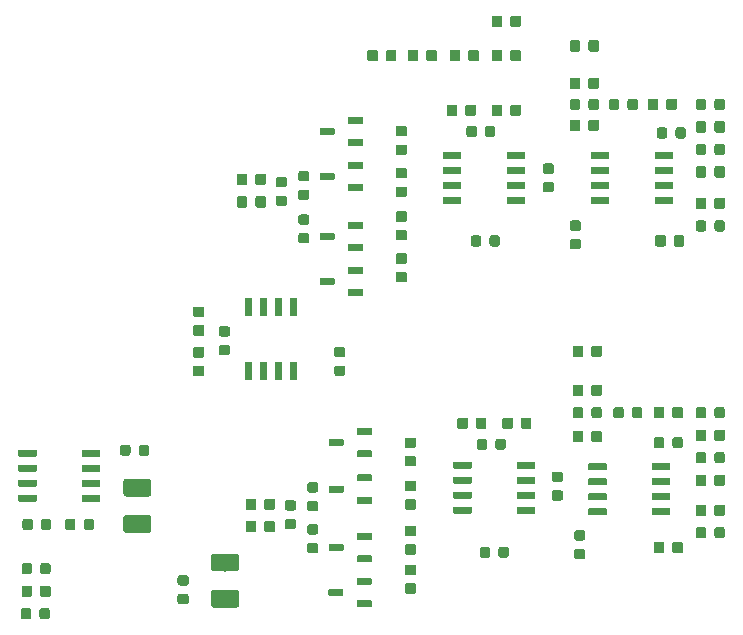
<source format=gbr>
G04 #@! TF.GenerationSoftware,KiCad,Pcbnew,5.1.4-e60b266~84~ubuntu18.04.1*
G04 #@! TF.CreationDate,2020-01-12T21:58:28+06:00*
G04 #@! TF.ProjectId,madEEGamp,6d616445-4547-4616-9d70-2e6b69636164,rev?*
G04 #@! TF.SameCoordinates,Original*
G04 #@! TF.FileFunction,Paste,Top*
G04 #@! TF.FilePolarity,Positive*
%FSLAX46Y46*%
G04 Gerber Fmt 4.6, Leading zero omitted, Abs format (unit mm)*
G04 Created by KiCad (PCBNEW 5.1.4-e60b266~84~ubuntu18.04.1) date 2020-01-12 21:58:28*
%MOMM*%
%LPD*%
G04 APERTURE LIST*
%ADD10C,0.100000*%
%ADD11C,0.875000*%
%ADD12C,0.600000*%
%ADD13C,1.500000*%
G04 APERTURE END LIST*
D10*
G36*
X72683615Y-126017632D02*
G01*
X72696356Y-126019522D01*
X72708850Y-126022652D01*
X72720977Y-126026991D01*
X72732621Y-126032498D01*
X72743669Y-126039120D01*
X72754014Y-126046792D01*
X72763558Y-126055442D01*
X72772208Y-126064986D01*
X72779880Y-126075331D01*
X72786502Y-126086379D01*
X72792009Y-126098023D01*
X72796348Y-126110150D01*
X72799478Y-126122644D01*
X72801368Y-126135385D01*
X72802000Y-126148250D01*
X72802000Y-126835750D01*
X72801368Y-126848615D01*
X72799478Y-126861356D01*
X72796348Y-126873850D01*
X72792009Y-126885977D01*
X72786502Y-126897621D01*
X72779880Y-126908669D01*
X72772208Y-126919014D01*
X72763558Y-126928558D01*
X72754014Y-126937208D01*
X72743669Y-126944880D01*
X72732621Y-126951502D01*
X72720977Y-126957009D01*
X72708850Y-126961348D01*
X72696356Y-126964478D01*
X72683615Y-126966368D01*
X72670750Y-126967000D01*
X72058250Y-126967000D01*
X72045385Y-126966368D01*
X72032644Y-126964478D01*
X72020150Y-126961348D01*
X72008023Y-126957009D01*
X71996379Y-126951502D01*
X71985331Y-126944880D01*
X71974986Y-126937208D01*
X71965442Y-126928558D01*
X71956792Y-126919014D01*
X71949120Y-126908669D01*
X71942498Y-126897621D01*
X71936991Y-126885977D01*
X71932652Y-126873850D01*
X71929522Y-126861356D01*
X71927632Y-126848615D01*
X71927000Y-126835750D01*
X71927000Y-126148250D01*
X71927632Y-126135385D01*
X71929522Y-126122644D01*
X71932652Y-126110150D01*
X71936991Y-126098023D01*
X71942498Y-126086379D01*
X71949120Y-126075331D01*
X71956792Y-126064986D01*
X71965442Y-126055442D01*
X71974986Y-126046792D01*
X71985331Y-126039120D01*
X71996379Y-126032498D01*
X72008023Y-126026991D01*
X72020150Y-126022652D01*
X72032644Y-126019522D01*
X72045385Y-126017632D01*
X72058250Y-126017000D01*
X72670750Y-126017000D01*
X72683615Y-126017632D01*
X72683615Y-126017632D01*
G37*
D11*
X72364500Y-126492000D03*
D10*
G36*
X74258615Y-126017632D02*
G01*
X74271356Y-126019522D01*
X74283850Y-126022652D01*
X74295977Y-126026991D01*
X74307621Y-126032498D01*
X74318669Y-126039120D01*
X74329014Y-126046792D01*
X74338558Y-126055442D01*
X74347208Y-126064986D01*
X74354880Y-126075331D01*
X74361502Y-126086379D01*
X74367009Y-126098023D01*
X74371348Y-126110150D01*
X74374478Y-126122644D01*
X74376368Y-126135385D01*
X74377000Y-126148250D01*
X74377000Y-126835750D01*
X74376368Y-126848615D01*
X74374478Y-126861356D01*
X74371348Y-126873850D01*
X74367009Y-126885977D01*
X74361502Y-126897621D01*
X74354880Y-126908669D01*
X74347208Y-126919014D01*
X74338558Y-126928558D01*
X74329014Y-126937208D01*
X74318669Y-126944880D01*
X74307621Y-126951502D01*
X74295977Y-126957009D01*
X74283850Y-126961348D01*
X74271356Y-126964478D01*
X74258615Y-126966368D01*
X74245750Y-126967000D01*
X73633250Y-126967000D01*
X73620385Y-126966368D01*
X73607644Y-126964478D01*
X73595150Y-126961348D01*
X73583023Y-126957009D01*
X73571379Y-126951502D01*
X73560331Y-126944880D01*
X73549986Y-126937208D01*
X73540442Y-126928558D01*
X73531792Y-126919014D01*
X73524120Y-126908669D01*
X73517498Y-126897621D01*
X73511991Y-126885977D01*
X73507652Y-126873850D01*
X73504522Y-126861356D01*
X73502632Y-126848615D01*
X73502000Y-126835750D01*
X73502000Y-126148250D01*
X73502632Y-126135385D01*
X73504522Y-126122644D01*
X73507652Y-126110150D01*
X73511991Y-126098023D01*
X73517498Y-126086379D01*
X73524120Y-126075331D01*
X73531792Y-126064986D01*
X73540442Y-126055442D01*
X73549986Y-126046792D01*
X73560331Y-126039120D01*
X73571379Y-126032498D01*
X73583023Y-126026991D01*
X73595150Y-126022652D01*
X73607644Y-126019522D01*
X73620385Y-126017632D01*
X73633250Y-126017000D01*
X74245750Y-126017000D01*
X74258615Y-126017632D01*
X74258615Y-126017632D01*
G37*
D11*
X73939500Y-126492000D03*
D10*
G36*
X64287822Y-122509433D02*
G01*
X64296558Y-122510729D01*
X64305126Y-122512875D01*
X64313442Y-122515851D01*
X64321426Y-122519627D01*
X64329001Y-122524168D01*
X64336095Y-122529429D01*
X64342640Y-122535360D01*
X64348571Y-122541905D01*
X64353832Y-122548999D01*
X64358373Y-122556574D01*
X64362149Y-122564558D01*
X64365125Y-122572874D01*
X64367271Y-122581442D01*
X64368567Y-122590178D01*
X64369000Y-122599000D01*
X64369000Y-123019000D01*
X64368567Y-123027822D01*
X64367271Y-123036558D01*
X64365125Y-123045126D01*
X64362149Y-123053442D01*
X64358373Y-123061426D01*
X64353832Y-123069001D01*
X64348571Y-123076095D01*
X64342640Y-123082640D01*
X64336095Y-123088571D01*
X64329001Y-123093832D01*
X64321426Y-123098373D01*
X64313442Y-123102149D01*
X64305126Y-123105125D01*
X64296558Y-123107271D01*
X64287822Y-123108567D01*
X64279000Y-123109000D01*
X62909000Y-123109000D01*
X62900178Y-123108567D01*
X62891442Y-123107271D01*
X62882874Y-123105125D01*
X62874558Y-123102149D01*
X62866574Y-123098373D01*
X62858999Y-123093832D01*
X62851905Y-123088571D01*
X62845360Y-123082640D01*
X62839429Y-123076095D01*
X62834168Y-123069001D01*
X62829627Y-123061426D01*
X62825851Y-123053442D01*
X62822875Y-123045126D01*
X62820729Y-123036558D01*
X62819433Y-123027822D01*
X62819000Y-123019000D01*
X62819000Y-122599000D01*
X62819433Y-122590178D01*
X62820729Y-122581442D01*
X62822875Y-122572874D01*
X62825851Y-122564558D01*
X62829627Y-122556574D01*
X62834168Y-122548999D01*
X62839429Y-122541905D01*
X62845360Y-122535360D01*
X62851905Y-122529429D01*
X62858999Y-122524168D01*
X62866574Y-122519627D01*
X62874558Y-122515851D01*
X62882874Y-122512875D01*
X62891442Y-122510729D01*
X62900178Y-122509433D01*
X62909000Y-122509000D01*
X64279000Y-122509000D01*
X64287822Y-122509433D01*
X64287822Y-122509433D01*
G37*
D12*
X63594000Y-122809000D03*
D10*
G36*
X64287822Y-123779433D02*
G01*
X64296558Y-123780729D01*
X64305126Y-123782875D01*
X64313442Y-123785851D01*
X64321426Y-123789627D01*
X64329001Y-123794168D01*
X64336095Y-123799429D01*
X64342640Y-123805360D01*
X64348571Y-123811905D01*
X64353832Y-123818999D01*
X64358373Y-123826574D01*
X64362149Y-123834558D01*
X64365125Y-123842874D01*
X64367271Y-123851442D01*
X64368567Y-123860178D01*
X64369000Y-123869000D01*
X64369000Y-124289000D01*
X64368567Y-124297822D01*
X64367271Y-124306558D01*
X64365125Y-124315126D01*
X64362149Y-124323442D01*
X64358373Y-124331426D01*
X64353832Y-124339001D01*
X64348571Y-124346095D01*
X64342640Y-124352640D01*
X64336095Y-124358571D01*
X64329001Y-124363832D01*
X64321426Y-124368373D01*
X64313442Y-124372149D01*
X64305126Y-124375125D01*
X64296558Y-124377271D01*
X64287822Y-124378567D01*
X64279000Y-124379000D01*
X62909000Y-124379000D01*
X62900178Y-124378567D01*
X62891442Y-124377271D01*
X62882874Y-124375125D01*
X62874558Y-124372149D01*
X62866574Y-124368373D01*
X62858999Y-124363832D01*
X62851905Y-124358571D01*
X62845360Y-124352640D01*
X62839429Y-124346095D01*
X62834168Y-124339001D01*
X62829627Y-124331426D01*
X62825851Y-124323442D01*
X62822875Y-124315126D01*
X62820729Y-124306558D01*
X62819433Y-124297822D01*
X62819000Y-124289000D01*
X62819000Y-123869000D01*
X62819433Y-123860178D01*
X62820729Y-123851442D01*
X62822875Y-123842874D01*
X62825851Y-123834558D01*
X62829627Y-123826574D01*
X62834168Y-123818999D01*
X62839429Y-123811905D01*
X62845360Y-123805360D01*
X62851905Y-123799429D01*
X62858999Y-123794168D01*
X62866574Y-123789627D01*
X62874558Y-123785851D01*
X62882874Y-123782875D01*
X62891442Y-123780729D01*
X62900178Y-123779433D01*
X62909000Y-123779000D01*
X64279000Y-123779000D01*
X64287822Y-123779433D01*
X64287822Y-123779433D01*
G37*
D12*
X63594000Y-124079000D03*
D10*
G36*
X64287822Y-125049433D02*
G01*
X64296558Y-125050729D01*
X64305126Y-125052875D01*
X64313442Y-125055851D01*
X64321426Y-125059627D01*
X64329001Y-125064168D01*
X64336095Y-125069429D01*
X64342640Y-125075360D01*
X64348571Y-125081905D01*
X64353832Y-125088999D01*
X64358373Y-125096574D01*
X64362149Y-125104558D01*
X64365125Y-125112874D01*
X64367271Y-125121442D01*
X64368567Y-125130178D01*
X64369000Y-125139000D01*
X64369000Y-125559000D01*
X64368567Y-125567822D01*
X64367271Y-125576558D01*
X64365125Y-125585126D01*
X64362149Y-125593442D01*
X64358373Y-125601426D01*
X64353832Y-125609001D01*
X64348571Y-125616095D01*
X64342640Y-125622640D01*
X64336095Y-125628571D01*
X64329001Y-125633832D01*
X64321426Y-125638373D01*
X64313442Y-125642149D01*
X64305126Y-125645125D01*
X64296558Y-125647271D01*
X64287822Y-125648567D01*
X64279000Y-125649000D01*
X62909000Y-125649000D01*
X62900178Y-125648567D01*
X62891442Y-125647271D01*
X62882874Y-125645125D01*
X62874558Y-125642149D01*
X62866574Y-125638373D01*
X62858999Y-125633832D01*
X62851905Y-125628571D01*
X62845360Y-125622640D01*
X62839429Y-125616095D01*
X62834168Y-125609001D01*
X62829627Y-125601426D01*
X62825851Y-125593442D01*
X62822875Y-125585126D01*
X62820729Y-125576558D01*
X62819433Y-125567822D01*
X62819000Y-125559000D01*
X62819000Y-125139000D01*
X62819433Y-125130178D01*
X62820729Y-125121442D01*
X62822875Y-125112874D01*
X62825851Y-125104558D01*
X62829627Y-125096574D01*
X62834168Y-125088999D01*
X62839429Y-125081905D01*
X62845360Y-125075360D01*
X62851905Y-125069429D01*
X62858999Y-125064168D01*
X62866574Y-125059627D01*
X62874558Y-125055851D01*
X62882874Y-125052875D01*
X62891442Y-125050729D01*
X62900178Y-125049433D01*
X62909000Y-125049000D01*
X64279000Y-125049000D01*
X64287822Y-125049433D01*
X64287822Y-125049433D01*
G37*
D12*
X63594000Y-125349000D03*
D10*
G36*
X64287822Y-126319433D02*
G01*
X64296558Y-126320729D01*
X64305126Y-126322875D01*
X64313442Y-126325851D01*
X64321426Y-126329627D01*
X64329001Y-126334168D01*
X64336095Y-126339429D01*
X64342640Y-126345360D01*
X64348571Y-126351905D01*
X64353832Y-126358999D01*
X64358373Y-126366574D01*
X64362149Y-126374558D01*
X64365125Y-126382874D01*
X64367271Y-126391442D01*
X64368567Y-126400178D01*
X64369000Y-126409000D01*
X64369000Y-126829000D01*
X64368567Y-126837822D01*
X64367271Y-126846558D01*
X64365125Y-126855126D01*
X64362149Y-126863442D01*
X64358373Y-126871426D01*
X64353832Y-126879001D01*
X64348571Y-126886095D01*
X64342640Y-126892640D01*
X64336095Y-126898571D01*
X64329001Y-126903832D01*
X64321426Y-126908373D01*
X64313442Y-126912149D01*
X64305126Y-126915125D01*
X64296558Y-126917271D01*
X64287822Y-126918567D01*
X64279000Y-126919000D01*
X62909000Y-126919000D01*
X62900178Y-126918567D01*
X62891442Y-126917271D01*
X62882874Y-126915125D01*
X62874558Y-126912149D01*
X62866574Y-126908373D01*
X62858999Y-126903832D01*
X62851905Y-126898571D01*
X62845360Y-126892640D01*
X62839429Y-126886095D01*
X62834168Y-126879001D01*
X62829627Y-126871426D01*
X62825851Y-126863442D01*
X62822875Y-126855126D01*
X62820729Y-126846558D01*
X62819433Y-126837822D01*
X62819000Y-126829000D01*
X62819000Y-126409000D01*
X62819433Y-126400178D01*
X62820729Y-126391442D01*
X62822875Y-126382874D01*
X62825851Y-126374558D01*
X62829627Y-126366574D01*
X62834168Y-126358999D01*
X62839429Y-126351905D01*
X62845360Y-126345360D01*
X62851905Y-126339429D01*
X62858999Y-126334168D01*
X62866574Y-126329627D01*
X62874558Y-126325851D01*
X62882874Y-126322875D01*
X62891442Y-126320729D01*
X62900178Y-126319433D01*
X62909000Y-126319000D01*
X64279000Y-126319000D01*
X64287822Y-126319433D01*
X64287822Y-126319433D01*
G37*
D12*
X63594000Y-126619000D03*
D10*
G36*
X69687822Y-126319433D02*
G01*
X69696558Y-126320729D01*
X69705126Y-126322875D01*
X69713442Y-126325851D01*
X69721426Y-126329627D01*
X69729001Y-126334168D01*
X69736095Y-126339429D01*
X69742640Y-126345360D01*
X69748571Y-126351905D01*
X69753832Y-126358999D01*
X69758373Y-126366574D01*
X69762149Y-126374558D01*
X69765125Y-126382874D01*
X69767271Y-126391442D01*
X69768567Y-126400178D01*
X69769000Y-126409000D01*
X69769000Y-126829000D01*
X69768567Y-126837822D01*
X69767271Y-126846558D01*
X69765125Y-126855126D01*
X69762149Y-126863442D01*
X69758373Y-126871426D01*
X69753832Y-126879001D01*
X69748571Y-126886095D01*
X69742640Y-126892640D01*
X69736095Y-126898571D01*
X69729001Y-126903832D01*
X69721426Y-126908373D01*
X69713442Y-126912149D01*
X69705126Y-126915125D01*
X69696558Y-126917271D01*
X69687822Y-126918567D01*
X69679000Y-126919000D01*
X68309000Y-126919000D01*
X68300178Y-126918567D01*
X68291442Y-126917271D01*
X68282874Y-126915125D01*
X68274558Y-126912149D01*
X68266574Y-126908373D01*
X68258999Y-126903832D01*
X68251905Y-126898571D01*
X68245360Y-126892640D01*
X68239429Y-126886095D01*
X68234168Y-126879001D01*
X68229627Y-126871426D01*
X68225851Y-126863442D01*
X68222875Y-126855126D01*
X68220729Y-126846558D01*
X68219433Y-126837822D01*
X68219000Y-126829000D01*
X68219000Y-126409000D01*
X68219433Y-126400178D01*
X68220729Y-126391442D01*
X68222875Y-126382874D01*
X68225851Y-126374558D01*
X68229627Y-126366574D01*
X68234168Y-126358999D01*
X68239429Y-126351905D01*
X68245360Y-126345360D01*
X68251905Y-126339429D01*
X68258999Y-126334168D01*
X68266574Y-126329627D01*
X68274558Y-126325851D01*
X68282874Y-126322875D01*
X68291442Y-126320729D01*
X68300178Y-126319433D01*
X68309000Y-126319000D01*
X69679000Y-126319000D01*
X69687822Y-126319433D01*
X69687822Y-126319433D01*
G37*
D12*
X68994000Y-126619000D03*
D10*
G36*
X69687822Y-125049433D02*
G01*
X69696558Y-125050729D01*
X69705126Y-125052875D01*
X69713442Y-125055851D01*
X69721426Y-125059627D01*
X69729001Y-125064168D01*
X69736095Y-125069429D01*
X69742640Y-125075360D01*
X69748571Y-125081905D01*
X69753832Y-125088999D01*
X69758373Y-125096574D01*
X69762149Y-125104558D01*
X69765125Y-125112874D01*
X69767271Y-125121442D01*
X69768567Y-125130178D01*
X69769000Y-125139000D01*
X69769000Y-125559000D01*
X69768567Y-125567822D01*
X69767271Y-125576558D01*
X69765125Y-125585126D01*
X69762149Y-125593442D01*
X69758373Y-125601426D01*
X69753832Y-125609001D01*
X69748571Y-125616095D01*
X69742640Y-125622640D01*
X69736095Y-125628571D01*
X69729001Y-125633832D01*
X69721426Y-125638373D01*
X69713442Y-125642149D01*
X69705126Y-125645125D01*
X69696558Y-125647271D01*
X69687822Y-125648567D01*
X69679000Y-125649000D01*
X68309000Y-125649000D01*
X68300178Y-125648567D01*
X68291442Y-125647271D01*
X68282874Y-125645125D01*
X68274558Y-125642149D01*
X68266574Y-125638373D01*
X68258999Y-125633832D01*
X68251905Y-125628571D01*
X68245360Y-125622640D01*
X68239429Y-125616095D01*
X68234168Y-125609001D01*
X68229627Y-125601426D01*
X68225851Y-125593442D01*
X68222875Y-125585126D01*
X68220729Y-125576558D01*
X68219433Y-125567822D01*
X68219000Y-125559000D01*
X68219000Y-125139000D01*
X68219433Y-125130178D01*
X68220729Y-125121442D01*
X68222875Y-125112874D01*
X68225851Y-125104558D01*
X68229627Y-125096574D01*
X68234168Y-125088999D01*
X68239429Y-125081905D01*
X68245360Y-125075360D01*
X68251905Y-125069429D01*
X68258999Y-125064168D01*
X68266574Y-125059627D01*
X68274558Y-125055851D01*
X68282874Y-125052875D01*
X68291442Y-125050729D01*
X68300178Y-125049433D01*
X68309000Y-125049000D01*
X69679000Y-125049000D01*
X69687822Y-125049433D01*
X69687822Y-125049433D01*
G37*
D12*
X68994000Y-125349000D03*
D10*
G36*
X69687822Y-123779433D02*
G01*
X69696558Y-123780729D01*
X69705126Y-123782875D01*
X69713442Y-123785851D01*
X69721426Y-123789627D01*
X69729001Y-123794168D01*
X69736095Y-123799429D01*
X69742640Y-123805360D01*
X69748571Y-123811905D01*
X69753832Y-123818999D01*
X69758373Y-123826574D01*
X69762149Y-123834558D01*
X69765125Y-123842874D01*
X69767271Y-123851442D01*
X69768567Y-123860178D01*
X69769000Y-123869000D01*
X69769000Y-124289000D01*
X69768567Y-124297822D01*
X69767271Y-124306558D01*
X69765125Y-124315126D01*
X69762149Y-124323442D01*
X69758373Y-124331426D01*
X69753832Y-124339001D01*
X69748571Y-124346095D01*
X69742640Y-124352640D01*
X69736095Y-124358571D01*
X69729001Y-124363832D01*
X69721426Y-124368373D01*
X69713442Y-124372149D01*
X69705126Y-124375125D01*
X69696558Y-124377271D01*
X69687822Y-124378567D01*
X69679000Y-124379000D01*
X68309000Y-124379000D01*
X68300178Y-124378567D01*
X68291442Y-124377271D01*
X68282874Y-124375125D01*
X68274558Y-124372149D01*
X68266574Y-124368373D01*
X68258999Y-124363832D01*
X68251905Y-124358571D01*
X68245360Y-124352640D01*
X68239429Y-124346095D01*
X68234168Y-124339001D01*
X68229627Y-124331426D01*
X68225851Y-124323442D01*
X68222875Y-124315126D01*
X68220729Y-124306558D01*
X68219433Y-124297822D01*
X68219000Y-124289000D01*
X68219000Y-123869000D01*
X68219433Y-123860178D01*
X68220729Y-123851442D01*
X68222875Y-123842874D01*
X68225851Y-123834558D01*
X68229627Y-123826574D01*
X68234168Y-123818999D01*
X68239429Y-123811905D01*
X68245360Y-123805360D01*
X68251905Y-123799429D01*
X68258999Y-123794168D01*
X68266574Y-123789627D01*
X68274558Y-123785851D01*
X68282874Y-123782875D01*
X68291442Y-123780729D01*
X68300178Y-123779433D01*
X68309000Y-123779000D01*
X69679000Y-123779000D01*
X69687822Y-123779433D01*
X69687822Y-123779433D01*
G37*
D12*
X68994000Y-124079000D03*
D10*
G36*
X69687822Y-122509433D02*
G01*
X69696558Y-122510729D01*
X69705126Y-122512875D01*
X69713442Y-122515851D01*
X69721426Y-122519627D01*
X69729001Y-122524168D01*
X69736095Y-122529429D01*
X69742640Y-122535360D01*
X69748571Y-122541905D01*
X69753832Y-122548999D01*
X69758373Y-122556574D01*
X69762149Y-122564558D01*
X69765125Y-122572874D01*
X69767271Y-122581442D01*
X69768567Y-122590178D01*
X69769000Y-122599000D01*
X69769000Y-123019000D01*
X69768567Y-123027822D01*
X69767271Y-123036558D01*
X69765125Y-123045126D01*
X69762149Y-123053442D01*
X69758373Y-123061426D01*
X69753832Y-123069001D01*
X69748571Y-123076095D01*
X69742640Y-123082640D01*
X69736095Y-123088571D01*
X69729001Y-123093832D01*
X69721426Y-123098373D01*
X69713442Y-123102149D01*
X69705126Y-123105125D01*
X69696558Y-123107271D01*
X69687822Y-123108567D01*
X69679000Y-123109000D01*
X68309000Y-123109000D01*
X68300178Y-123108567D01*
X68291442Y-123107271D01*
X68282874Y-123105125D01*
X68274558Y-123102149D01*
X68266574Y-123098373D01*
X68258999Y-123093832D01*
X68251905Y-123088571D01*
X68245360Y-123082640D01*
X68239429Y-123076095D01*
X68234168Y-123069001D01*
X68229627Y-123061426D01*
X68225851Y-123053442D01*
X68222875Y-123045126D01*
X68220729Y-123036558D01*
X68219433Y-123027822D01*
X68219000Y-123019000D01*
X68219000Y-122599000D01*
X68219433Y-122590178D01*
X68220729Y-122581442D01*
X68222875Y-122572874D01*
X68225851Y-122564558D01*
X68229627Y-122556574D01*
X68234168Y-122548999D01*
X68239429Y-122541905D01*
X68245360Y-122535360D01*
X68251905Y-122529429D01*
X68258999Y-122524168D01*
X68266574Y-122519627D01*
X68274558Y-122515851D01*
X68282874Y-122512875D01*
X68291442Y-122510729D01*
X68300178Y-122509433D01*
X68309000Y-122509000D01*
X69679000Y-122509000D01*
X69687822Y-122509433D01*
X69687822Y-122509433D01*
G37*
D12*
X68994000Y-122809000D03*
D10*
G36*
X64493822Y-96156933D02*
G01*
X64502558Y-96158229D01*
X64511126Y-96160375D01*
X64519442Y-96163351D01*
X64527426Y-96167127D01*
X64535001Y-96171668D01*
X64542095Y-96176929D01*
X64548640Y-96182860D01*
X64554571Y-96189405D01*
X64559832Y-96196499D01*
X64564373Y-96204074D01*
X64568149Y-96212058D01*
X64571125Y-96220374D01*
X64573271Y-96228942D01*
X64574567Y-96237678D01*
X64575000Y-96246500D01*
X64575000Y-96666500D01*
X64574567Y-96675322D01*
X64573271Y-96684058D01*
X64571125Y-96692626D01*
X64568149Y-96700942D01*
X64564373Y-96708926D01*
X64559832Y-96716501D01*
X64554571Y-96723595D01*
X64548640Y-96730140D01*
X64542095Y-96736071D01*
X64535001Y-96741332D01*
X64527426Y-96745873D01*
X64519442Y-96749649D01*
X64511126Y-96752625D01*
X64502558Y-96754771D01*
X64493822Y-96756067D01*
X64485000Y-96756500D01*
X63115000Y-96756500D01*
X63106178Y-96756067D01*
X63097442Y-96754771D01*
X63088874Y-96752625D01*
X63080558Y-96749649D01*
X63072574Y-96745873D01*
X63064999Y-96741332D01*
X63057905Y-96736071D01*
X63051360Y-96730140D01*
X63045429Y-96723595D01*
X63040168Y-96716501D01*
X63035627Y-96708926D01*
X63031851Y-96700942D01*
X63028875Y-96692626D01*
X63026729Y-96684058D01*
X63025433Y-96675322D01*
X63025000Y-96666500D01*
X63025000Y-96246500D01*
X63025433Y-96237678D01*
X63026729Y-96228942D01*
X63028875Y-96220374D01*
X63031851Y-96212058D01*
X63035627Y-96204074D01*
X63040168Y-96196499D01*
X63045429Y-96189405D01*
X63051360Y-96182860D01*
X63057905Y-96176929D01*
X63064999Y-96171668D01*
X63072574Y-96167127D01*
X63080558Y-96163351D01*
X63088874Y-96160375D01*
X63097442Y-96158229D01*
X63106178Y-96156933D01*
X63115000Y-96156500D01*
X64485000Y-96156500D01*
X64493822Y-96156933D01*
X64493822Y-96156933D01*
G37*
D12*
X63800000Y-96456500D03*
D10*
G36*
X64493822Y-97426933D02*
G01*
X64502558Y-97428229D01*
X64511126Y-97430375D01*
X64519442Y-97433351D01*
X64527426Y-97437127D01*
X64535001Y-97441668D01*
X64542095Y-97446929D01*
X64548640Y-97452860D01*
X64554571Y-97459405D01*
X64559832Y-97466499D01*
X64564373Y-97474074D01*
X64568149Y-97482058D01*
X64571125Y-97490374D01*
X64573271Y-97498942D01*
X64574567Y-97507678D01*
X64575000Y-97516500D01*
X64575000Y-97936500D01*
X64574567Y-97945322D01*
X64573271Y-97954058D01*
X64571125Y-97962626D01*
X64568149Y-97970942D01*
X64564373Y-97978926D01*
X64559832Y-97986501D01*
X64554571Y-97993595D01*
X64548640Y-98000140D01*
X64542095Y-98006071D01*
X64535001Y-98011332D01*
X64527426Y-98015873D01*
X64519442Y-98019649D01*
X64511126Y-98022625D01*
X64502558Y-98024771D01*
X64493822Y-98026067D01*
X64485000Y-98026500D01*
X63115000Y-98026500D01*
X63106178Y-98026067D01*
X63097442Y-98024771D01*
X63088874Y-98022625D01*
X63080558Y-98019649D01*
X63072574Y-98015873D01*
X63064999Y-98011332D01*
X63057905Y-98006071D01*
X63051360Y-98000140D01*
X63045429Y-97993595D01*
X63040168Y-97986501D01*
X63035627Y-97978926D01*
X63031851Y-97970942D01*
X63028875Y-97962626D01*
X63026729Y-97954058D01*
X63025433Y-97945322D01*
X63025000Y-97936500D01*
X63025000Y-97516500D01*
X63025433Y-97507678D01*
X63026729Y-97498942D01*
X63028875Y-97490374D01*
X63031851Y-97482058D01*
X63035627Y-97474074D01*
X63040168Y-97466499D01*
X63045429Y-97459405D01*
X63051360Y-97452860D01*
X63057905Y-97446929D01*
X63064999Y-97441668D01*
X63072574Y-97437127D01*
X63080558Y-97433351D01*
X63088874Y-97430375D01*
X63097442Y-97428229D01*
X63106178Y-97426933D01*
X63115000Y-97426500D01*
X64485000Y-97426500D01*
X64493822Y-97426933D01*
X64493822Y-97426933D01*
G37*
D12*
X63800000Y-97726500D03*
D10*
G36*
X64493822Y-98696933D02*
G01*
X64502558Y-98698229D01*
X64511126Y-98700375D01*
X64519442Y-98703351D01*
X64527426Y-98707127D01*
X64535001Y-98711668D01*
X64542095Y-98716929D01*
X64548640Y-98722860D01*
X64554571Y-98729405D01*
X64559832Y-98736499D01*
X64564373Y-98744074D01*
X64568149Y-98752058D01*
X64571125Y-98760374D01*
X64573271Y-98768942D01*
X64574567Y-98777678D01*
X64575000Y-98786500D01*
X64575000Y-99206500D01*
X64574567Y-99215322D01*
X64573271Y-99224058D01*
X64571125Y-99232626D01*
X64568149Y-99240942D01*
X64564373Y-99248926D01*
X64559832Y-99256501D01*
X64554571Y-99263595D01*
X64548640Y-99270140D01*
X64542095Y-99276071D01*
X64535001Y-99281332D01*
X64527426Y-99285873D01*
X64519442Y-99289649D01*
X64511126Y-99292625D01*
X64502558Y-99294771D01*
X64493822Y-99296067D01*
X64485000Y-99296500D01*
X63115000Y-99296500D01*
X63106178Y-99296067D01*
X63097442Y-99294771D01*
X63088874Y-99292625D01*
X63080558Y-99289649D01*
X63072574Y-99285873D01*
X63064999Y-99281332D01*
X63057905Y-99276071D01*
X63051360Y-99270140D01*
X63045429Y-99263595D01*
X63040168Y-99256501D01*
X63035627Y-99248926D01*
X63031851Y-99240942D01*
X63028875Y-99232626D01*
X63026729Y-99224058D01*
X63025433Y-99215322D01*
X63025000Y-99206500D01*
X63025000Y-98786500D01*
X63025433Y-98777678D01*
X63026729Y-98768942D01*
X63028875Y-98760374D01*
X63031851Y-98752058D01*
X63035627Y-98744074D01*
X63040168Y-98736499D01*
X63045429Y-98729405D01*
X63051360Y-98722860D01*
X63057905Y-98716929D01*
X63064999Y-98711668D01*
X63072574Y-98707127D01*
X63080558Y-98703351D01*
X63088874Y-98700375D01*
X63097442Y-98698229D01*
X63106178Y-98696933D01*
X63115000Y-98696500D01*
X64485000Y-98696500D01*
X64493822Y-98696933D01*
X64493822Y-98696933D01*
G37*
D12*
X63800000Y-98996500D03*
D10*
G36*
X64493822Y-99966933D02*
G01*
X64502558Y-99968229D01*
X64511126Y-99970375D01*
X64519442Y-99973351D01*
X64527426Y-99977127D01*
X64535001Y-99981668D01*
X64542095Y-99986929D01*
X64548640Y-99992860D01*
X64554571Y-99999405D01*
X64559832Y-100006499D01*
X64564373Y-100014074D01*
X64568149Y-100022058D01*
X64571125Y-100030374D01*
X64573271Y-100038942D01*
X64574567Y-100047678D01*
X64575000Y-100056500D01*
X64575000Y-100476500D01*
X64574567Y-100485322D01*
X64573271Y-100494058D01*
X64571125Y-100502626D01*
X64568149Y-100510942D01*
X64564373Y-100518926D01*
X64559832Y-100526501D01*
X64554571Y-100533595D01*
X64548640Y-100540140D01*
X64542095Y-100546071D01*
X64535001Y-100551332D01*
X64527426Y-100555873D01*
X64519442Y-100559649D01*
X64511126Y-100562625D01*
X64502558Y-100564771D01*
X64493822Y-100566067D01*
X64485000Y-100566500D01*
X63115000Y-100566500D01*
X63106178Y-100566067D01*
X63097442Y-100564771D01*
X63088874Y-100562625D01*
X63080558Y-100559649D01*
X63072574Y-100555873D01*
X63064999Y-100551332D01*
X63057905Y-100546071D01*
X63051360Y-100540140D01*
X63045429Y-100533595D01*
X63040168Y-100526501D01*
X63035627Y-100518926D01*
X63031851Y-100510942D01*
X63028875Y-100502626D01*
X63026729Y-100494058D01*
X63025433Y-100485322D01*
X63025000Y-100476500D01*
X63025000Y-100056500D01*
X63025433Y-100047678D01*
X63026729Y-100038942D01*
X63028875Y-100030374D01*
X63031851Y-100022058D01*
X63035627Y-100014074D01*
X63040168Y-100006499D01*
X63045429Y-99999405D01*
X63051360Y-99992860D01*
X63057905Y-99986929D01*
X63064999Y-99981668D01*
X63072574Y-99977127D01*
X63080558Y-99973351D01*
X63088874Y-99970375D01*
X63097442Y-99968229D01*
X63106178Y-99966933D01*
X63115000Y-99966500D01*
X64485000Y-99966500D01*
X64493822Y-99966933D01*
X64493822Y-99966933D01*
G37*
D12*
X63800000Y-100266500D03*
D10*
G36*
X69893822Y-99966933D02*
G01*
X69902558Y-99968229D01*
X69911126Y-99970375D01*
X69919442Y-99973351D01*
X69927426Y-99977127D01*
X69935001Y-99981668D01*
X69942095Y-99986929D01*
X69948640Y-99992860D01*
X69954571Y-99999405D01*
X69959832Y-100006499D01*
X69964373Y-100014074D01*
X69968149Y-100022058D01*
X69971125Y-100030374D01*
X69973271Y-100038942D01*
X69974567Y-100047678D01*
X69975000Y-100056500D01*
X69975000Y-100476500D01*
X69974567Y-100485322D01*
X69973271Y-100494058D01*
X69971125Y-100502626D01*
X69968149Y-100510942D01*
X69964373Y-100518926D01*
X69959832Y-100526501D01*
X69954571Y-100533595D01*
X69948640Y-100540140D01*
X69942095Y-100546071D01*
X69935001Y-100551332D01*
X69927426Y-100555873D01*
X69919442Y-100559649D01*
X69911126Y-100562625D01*
X69902558Y-100564771D01*
X69893822Y-100566067D01*
X69885000Y-100566500D01*
X68515000Y-100566500D01*
X68506178Y-100566067D01*
X68497442Y-100564771D01*
X68488874Y-100562625D01*
X68480558Y-100559649D01*
X68472574Y-100555873D01*
X68464999Y-100551332D01*
X68457905Y-100546071D01*
X68451360Y-100540140D01*
X68445429Y-100533595D01*
X68440168Y-100526501D01*
X68435627Y-100518926D01*
X68431851Y-100510942D01*
X68428875Y-100502626D01*
X68426729Y-100494058D01*
X68425433Y-100485322D01*
X68425000Y-100476500D01*
X68425000Y-100056500D01*
X68425433Y-100047678D01*
X68426729Y-100038942D01*
X68428875Y-100030374D01*
X68431851Y-100022058D01*
X68435627Y-100014074D01*
X68440168Y-100006499D01*
X68445429Y-99999405D01*
X68451360Y-99992860D01*
X68457905Y-99986929D01*
X68464999Y-99981668D01*
X68472574Y-99977127D01*
X68480558Y-99973351D01*
X68488874Y-99970375D01*
X68497442Y-99968229D01*
X68506178Y-99966933D01*
X68515000Y-99966500D01*
X69885000Y-99966500D01*
X69893822Y-99966933D01*
X69893822Y-99966933D01*
G37*
D12*
X69200000Y-100266500D03*
D10*
G36*
X69893822Y-98696933D02*
G01*
X69902558Y-98698229D01*
X69911126Y-98700375D01*
X69919442Y-98703351D01*
X69927426Y-98707127D01*
X69935001Y-98711668D01*
X69942095Y-98716929D01*
X69948640Y-98722860D01*
X69954571Y-98729405D01*
X69959832Y-98736499D01*
X69964373Y-98744074D01*
X69968149Y-98752058D01*
X69971125Y-98760374D01*
X69973271Y-98768942D01*
X69974567Y-98777678D01*
X69975000Y-98786500D01*
X69975000Y-99206500D01*
X69974567Y-99215322D01*
X69973271Y-99224058D01*
X69971125Y-99232626D01*
X69968149Y-99240942D01*
X69964373Y-99248926D01*
X69959832Y-99256501D01*
X69954571Y-99263595D01*
X69948640Y-99270140D01*
X69942095Y-99276071D01*
X69935001Y-99281332D01*
X69927426Y-99285873D01*
X69919442Y-99289649D01*
X69911126Y-99292625D01*
X69902558Y-99294771D01*
X69893822Y-99296067D01*
X69885000Y-99296500D01*
X68515000Y-99296500D01*
X68506178Y-99296067D01*
X68497442Y-99294771D01*
X68488874Y-99292625D01*
X68480558Y-99289649D01*
X68472574Y-99285873D01*
X68464999Y-99281332D01*
X68457905Y-99276071D01*
X68451360Y-99270140D01*
X68445429Y-99263595D01*
X68440168Y-99256501D01*
X68435627Y-99248926D01*
X68431851Y-99240942D01*
X68428875Y-99232626D01*
X68426729Y-99224058D01*
X68425433Y-99215322D01*
X68425000Y-99206500D01*
X68425000Y-98786500D01*
X68425433Y-98777678D01*
X68426729Y-98768942D01*
X68428875Y-98760374D01*
X68431851Y-98752058D01*
X68435627Y-98744074D01*
X68440168Y-98736499D01*
X68445429Y-98729405D01*
X68451360Y-98722860D01*
X68457905Y-98716929D01*
X68464999Y-98711668D01*
X68472574Y-98707127D01*
X68480558Y-98703351D01*
X68488874Y-98700375D01*
X68497442Y-98698229D01*
X68506178Y-98696933D01*
X68515000Y-98696500D01*
X69885000Y-98696500D01*
X69893822Y-98696933D01*
X69893822Y-98696933D01*
G37*
D12*
X69200000Y-98996500D03*
D10*
G36*
X69893822Y-97426933D02*
G01*
X69902558Y-97428229D01*
X69911126Y-97430375D01*
X69919442Y-97433351D01*
X69927426Y-97437127D01*
X69935001Y-97441668D01*
X69942095Y-97446929D01*
X69948640Y-97452860D01*
X69954571Y-97459405D01*
X69959832Y-97466499D01*
X69964373Y-97474074D01*
X69968149Y-97482058D01*
X69971125Y-97490374D01*
X69973271Y-97498942D01*
X69974567Y-97507678D01*
X69975000Y-97516500D01*
X69975000Y-97936500D01*
X69974567Y-97945322D01*
X69973271Y-97954058D01*
X69971125Y-97962626D01*
X69968149Y-97970942D01*
X69964373Y-97978926D01*
X69959832Y-97986501D01*
X69954571Y-97993595D01*
X69948640Y-98000140D01*
X69942095Y-98006071D01*
X69935001Y-98011332D01*
X69927426Y-98015873D01*
X69919442Y-98019649D01*
X69911126Y-98022625D01*
X69902558Y-98024771D01*
X69893822Y-98026067D01*
X69885000Y-98026500D01*
X68515000Y-98026500D01*
X68506178Y-98026067D01*
X68497442Y-98024771D01*
X68488874Y-98022625D01*
X68480558Y-98019649D01*
X68472574Y-98015873D01*
X68464999Y-98011332D01*
X68457905Y-98006071D01*
X68451360Y-98000140D01*
X68445429Y-97993595D01*
X68440168Y-97986501D01*
X68435627Y-97978926D01*
X68431851Y-97970942D01*
X68428875Y-97962626D01*
X68426729Y-97954058D01*
X68425433Y-97945322D01*
X68425000Y-97936500D01*
X68425000Y-97516500D01*
X68425433Y-97507678D01*
X68426729Y-97498942D01*
X68428875Y-97490374D01*
X68431851Y-97482058D01*
X68435627Y-97474074D01*
X68440168Y-97466499D01*
X68445429Y-97459405D01*
X68451360Y-97452860D01*
X68457905Y-97446929D01*
X68464999Y-97441668D01*
X68472574Y-97437127D01*
X68480558Y-97433351D01*
X68488874Y-97430375D01*
X68497442Y-97428229D01*
X68506178Y-97426933D01*
X68515000Y-97426500D01*
X69885000Y-97426500D01*
X69893822Y-97426933D01*
X69893822Y-97426933D01*
G37*
D12*
X69200000Y-97726500D03*
D10*
G36*
X69893822Y-96156933D02*
G01*
X69902558Y-96158229D01*
X69911126Y-96160375D01*
X69919442Y-96163351D01*
X69927426Y-96167127D01*
X69935001Y-96171668D01*
X69942095Y-96176929D01*
X69948640Y-96182860D01*
X69954571Y-96189405D01*
X69959832Y-96196499D01*
X69964373Y-96204074D01*
X69968149Y-96212058D01*
X69971125Y-96220374D01*
X69973271Y-96228942D01*
X69974567Y-96237678D01*
X69975000Y-96246500D01*
X69975000Y-96666500D01*
X69974567Y-96675322D01*
X69973271Y-96684058D01*
X69971125Y-96692626D01*
X69968149Y-96700942D01*
X69964373Y-96708926D01*
X69959832Y-96716501D01*
X69954571Y-96723595D01*
X69948640Y-96730140D01*
X69942095Y-96736071D01*
X69935001Y-96741332D01*
X69927426Y-96745873D01*
X69919442Y-96749649D01*
X69911126Y-96752625D01*
X69902558Y-96754771D01*
X69893822Y-96756067D01*
X69885000Y-96756500D01*
X68515000Y-96756500D01*
X68506178Y-96756067D01*
X68497442Y-96754771D01*
X68488874Y-96752625D01*
X68480558Y-96749649D01*
X68472574Y-96745873D01*
X68464999Y-96741332D01*
X68457905Y-96736071D01*
X68451360Y-96730140D01*
X68445429Y-96723595D01*
X68440168Y-96716501D01*
X68435627Y-96708926D01*
X68431851Y-96700942D01*
X68428875Y-96692626D01*
X68426729Y-96684058D01*
X68425433Y-96675322D01*
X68425000Y-96666500D01*
X68425000Y-96246500D01*
X68425433Y-96237678D01*
X68426729Y-96228942D01*
X68428875Y-96220374D01*
X68431851Y-96212058D01*
X68435627Y-96204074D01*
X68440168Y-96196499D01*
X68445429Y-96189405D01*
X68451360Y-96182860D01*
X68457905Y-96176929D01*
X68464999Y-96171668D01*
X68472574Y-96167127D01*
X68480558Y-96163351D01*
X68488874Y-96160375D01*
X68497442Y-96158229D01*
X68506178Y-96156933D01*
X68515000Y-96156500D01*
X69885000Y-96156500D01*
X69893822Y-96156933D01*
X69893822Y-96156933D01*
G37*
D12*
X69200000Y-96456500D03*
D10*
G36*
X34254822Y-113939433D02*
G01*
X34263558Y-113940729D01*
X34272126Y-113942875D01*
X34280442Y-113945851D01*
X34288426Y-113949627D01*
X34296001Y-113954168D01*
X34303095Y-113959429D01*
X34309640Y-113965360D01*
X34315571Y-113971905D01*
X34320832Y-113978999D01*
X34325373Y-113986574D01*
X34329149Y-113994558D01*
X34332125Y-114002874D01*
X34334271Y-114011442D01*
X34335567Y-114020178D01*
X34336000Y-114029000D01*
X34336000Y-115399000D01*
X34335567Y-115407822D01*
X34334271Y-115416558D01*
X34332125Y-115425126D01*
X34329149Y-115433442D01*
X34325373Y-115441426D01*
X34320832Y-115449001D01*
X34315571Y-115456095D01*
X34309640Y-115462640D01*
X34303095Y-115468571D01*
X34296001Y-115473832D01*
X34288426Y-115478373D01*
X34280442Y-115482149D01*
X34272126Y-115485125D01*
X34263558Y-115487271D01*
X34254822Y-115488567D01*
X34246000Y-115489000D01*
X33826000Y-115489000D01*
X33817178Y-115488567D01*
X33808442Y-115487271D01*
X33799874Y-115485125D01*
X33791558Y-115482149D01*
X33783574Y-115478373D01*
X33775999Y-115473832D01*
X33768905Y-115468571D01*
X33762360Y-115462640D01*
X33756429Y-115456095D01*
X33751168Y-115449001D01*
X33746627Y-115441426D01*
X33742851Y-115433442D01*
X33739875Y-115425126D01*
X33737729Y-115416558D01*
X33736433Y-115407822D01*
X33736000Y-115399000D01*
X33736000Y-114029000D01*
X33736433Y-114020178D01*
X33737729Y-114011442D01*
X33739875Y-114002874D01*
X33742851Y-113994558D01*
X33746627Y-113986574D01*
X33751168Y-113978999D01*
X33756429Y-113971905D01*
X33762360Y-113965360D01*
X33768905Y-113959429D01*
X33775999Y-113954168D01*
X33783574Y-113949627D01*
X33791558Y-113945851D01*
X33799874Y-113942875D01*
X33808442Y-113940729D01*
X33817178Y-113939433D01*
X33826000Y-113939000D01*
X34246000Y-113939000D01*
X34254822Y-113939433D01*
X34254822Y-113939433D01*
G37*
D12*
X34036000Y-114714000D03*
D10*
G36*
X35524822Y-113939433D02*
G01*
X35533558Y-113940729D01*
X35542126Y-113942875D01*
X35550442Y-113945851D01*
X35558426Y-113949627D01*
X35566001Y-113954168D01*
X35573095Y-113959429D01*
X35579640Y-113965360D01*
X35585571Y-113971905D01*
X35590832Y-113978999D01*
X35595373Y-113986574D01*
X35599149Y-113994558D01*
X35602125Y-114002874D01*
X35604271Y-114011442D01*
X35605567Y-114020178D01*
X35606000Y-114029000D01*
X35606000Y-115399000D01*
X35605567Y-115407822D01*
X35604271Y-115416558D01*
X35602125Y-115425126D01*
X35599149Y-115433442D01*
X35595373Y-115441426D01*
X35590832Y-115449001D01*
X35585571Y-115456095D01*
X35579640Y-115462640D01*
X35573095Y-115468571D01*
X35566001Y-115473832D01*
X35558426Y-115478373D01*
X35550442Y-115482149D01*
X35542126Y-115485125D01*
X35533558Y-115487271D01*
X35524822Y-115488567D01*
X35516000Y-115489000D01*
X35096000Y-115489000D01*
X35087178Y-115488567D01*
X35078442Y-115487271D01*
X35069874Y-115485125D01*
X35061558Y-115482149D01*
X35053574Y-115478373D01*
X35045999Y-115473832D01*
X35038905Y-115468571D01*
X35032360Y-115462640D01*
X35026429Y-115456095D01*
X35021168Y-115449001D01*
X35016627Y-115441426D01*
X35012851Y-115433442D01*
X35009875Y-115425126D01*
X35007729Y-115416558D01*
X35006433Y-115407822D01*
X35006000Y-115399000D01*
X35006000Y-114029000D01*
X35006433Y-114020178D01*
X35007729Y-114011442D01*
X35009875Y-114002874D01*
X35012851Y-113994558D01*
X35016627Y-113986574D01*
X35021168Y-113978999D01*
X35026429Y-113971905D01*
X35032360Y-113965360D01*
X35038905Y-113959429D01*
X35045999Y-113954168D01*
X35053574Y-113949627D01*
X35061558Y-113945851D01*
X35069874Y-113942875D01*
X35078442Y-113940729D01*
X35087178Y-113939433D01*
X35096000Y-113939000D01*
X35516000Y-113939000D01*
X35524822Y-113939433D01*
X35524822Y-113939433D01*
G37*
D12*
X35306000Y-114714000D03*
D10*
G36*
X36794822Y-113939433D02*
G01*
X36803558Y-113940729D01*
X36812126Y-113942875D01*
X36820442Y-113945851D01*
X36828426Y-113949627D01*
X36836001Y-113954168D01*
X36843095Y-113959429D01*
X36849640Y-113965360D01*
X36855571Y-113971905D01*
X36860832Y-113978999D01*
X36865373Y-113986574D01*
X36869149Y-113994558D01*
X36872125Y-114002874D01*
X36874271Y-114011442D01*
X36875567Y-114020178D01*
X36876000Y-114029000D01*
X36876000Y-115399000D01*
X36875567Y-115407822D01*
X36874271Y-115416558D01*
X36872125Y-115425126D01*
X36869149Y-115433442D01*
X36865373Y-115441426D01*
X36860832Y-115449001D01*
X36855571Y-115456095D01*
X36849640Y-115462640D01*
X36843095Y-115468571D01*
X36836001Y-115473832D01*
X36828426Y-115478373D01*
X36820442Y-115482149D01*
X36812126Y-115485125D01*
X36803558Y-115487271D01*
X36794822Y-115488567D01*
X36786000Y-115489000D01*
X36366000Y-115489000D01*
X36357178Y-115488567D01*
X36348442Y-115487271D01*
X36339874Y-115485125D01*
X36331558Y-115482149D01*
X36323574Y-115478373D01*
X36315999Y-115473832D01*
X36308905Y-115468571D01*
X36302360Y-115462640D01*
X36296429Y-115456095D01*
X36291168Y-115449001D01*
X36286627Y-115441426D01*
X36282851Y-115433442D01*
X36279875Y-115425126D01*
X36277729Y-115416558D01*
X36276433Y-115407822D01*
X36276000Y-115399000D01*
X36276000Y-114029000D01*
X36276433Y-114020178D01*
X36277729Y-114011442D01*
X36279875Y-114002874D01*
X36282851Y-113994558D01*
X36286627Y-113986574D01*
X36291168Y-113978999D01*
X36296429Y-113971905D01*
X36302360Y-113965360D01*
X36308905Y-113959429D01*
X36315999Y-113954168D01*
X36323574Y-113949627D01*
X36331558Y-113945851D01*
X36339874Y-113942875D01*
X36348442Y-113940729D01*
X36357178Y-113939433D01*
X36366000Y-113939000D01*
X36786000Y-113939000D01*
X36794822Y-113939433D01*
X36794822Y-113939433D01*
G37*
D12*
X36576000Y-114714000D03*
D10*
G36*
X38064822Y-113939433D02*
G01*
X38073558Y-113940729D01*
X38082126Y-113942875D01*
X38090442Y-113945851D01*
X38098426Y-113949627D01*
X38106001Y-113954168D01*
X38113095Y-113959429D01*
X38119640Y-113965360D01*
X38125571Y-113971905D01*
X38130832Y-113978999D01*
X38135373Y-113986574D01*
X38139149Y-113994558D01*
X38142125Y-114002874D01*
X38144271Y-114011442D01*
X38145567Y-114020178D01*
X38146000Y-114029000D01*
X38146000Y-115399000D01*
X38145567Y-115407822D01*
X38144271Y-115416558D01*
X38142125Y-115425126D01*
X38139149Y-115433442D01*
X38135373Y-115441426D01*
X38130832Y-115449001D01*
X38125571Y-115456095D01*
X38119640Y-115462640D01*
X38113095Y-115468571D01*
X38106001Y-115473832D01*
X38098426Y-115478373D01*
X38090442Y-115482149D01*
X38082126Y-115485125D01*
X38073558Y-115487271D01*
X38064822Y-115488567D01*
X38056000Y-115489000D01*
X37636000Y-115489000D01*
X37627178Y-115488567D01*
X37618442Y-115487271D01*
X37609874Y-115485125D01*
X37601558Y-115482149D01*
X37593574Y-115478373D01*
X37585999Y-115473832D01*
X37578905Y-115468571D01*
X37572360Y-115462640D01*
X37566429Y-115456095D01*
X37561168Y-115449001D01*
X37556627Y-115441426D01*
X37552851Y-115433442D01*
X37549875Y-115425126D01*
X37547729Y-115416558D01*
X37546433Y-115407822D01*
X37546000Y-115399000D01*
X37546000Y-114029000D01*
X37546433Y-114020178D01*
X37547729Y-114011442D01*
X37549875Y-114002874D01*
X37552851Y-113994558D01*
X37556627Y-113986574D01*
X37561168Y-113978999D01*
X37566429Y-113971905D01*
X37572360Y-113965360D01*
X37578905Y-113959429D01*
X37585999Y-113954168D01*
X37593574Y-113949627D01*
X37601558Y-113945851D01*
X37609874Y-113942875D01*
X37618442Y-113940729D01*
X37627178Y-113939433D01*
X37636000Y-113939000D01*
X38056000Y-113939000D01*
X38064822Y-113939433D01*
X38064822Y-113939433D01*
G37*
D12*
X37846000Y-114714000D03*
D10*
G36*
X38064822Y-108539433D02*
G01*
X38073558Y-108540729D01*
X38082126Y-108542875D01*
X38090442Y-108545851D01*
X38098426Y-108549627D01*
X38106001Y-108554168D01*
X38113095Y-108559429D01*
X38119640Y-108565360D01*
X38125571Y-108571905D01*
X38130832Y-108578999D01*
X38135373Y-108586574D01*
X38139149Y-108594558D01*
X38142125Y-108602874D01*
X38144271Y-108611442D01*
X38145567Y-108620178D01*
X38146000Y-108629000D01*
X38146000Y-109999000D01*
X38145567Y-110007822D01*
X38144271Y-110016558D01*
X38142125Y-110025126D01*
X38139149Y-110033442D01*
X38135373Y-110041426D01*
X38130832Y-110049001D01*
X38125571Y-110056095D01*
X38119640Y-110062640D01*
X38113095Y-110068571D01*
X38106001Y-110073832D01*
X38098426Y-110078373D01*
X38090442Y-110082149D01*
X38082126Y-110085125D01*
X38073558Y-110087271D01*
X38064822Y-110088567D01*
X38056000Y-110089000D01*
X37636000Y-110089000D01*
X37627178Y-110088567D01*
X37618442Y-110087271D01*
X37609874Y-110085125D01*
X37601558Y-110082149D01*
X37593574Y-110078373D01*
X37585999Y-110073832D01*
X37578905Y-110068571D01*
X37572360Y-110062640D01*
X37566429Y-110056095D01*
X37561168Y-110049001D01*
X37556627Y-110041426D01*
X37552851Y-110033442D01*
X37549875Y-110025126D01*
X37547729Y-110016558D01*
X37546433Y-110007822D01*
X37546000Y-109999000D01*
X37546000Y-108629000D01*
X37546433Y-108620178D01*
X37547729Y-108611442D01*
X37549875Y-108602874D01*
X37552851Y-108594558D01*
X37556627Y-108586574D01*
X37561168Y-108578999D01*
X37566429Y-108571905D01*
X37572360Y-108565360D01*
X37578905Y-108559429D01*
X37585999Y-108554168D01*
X37593574Y-108549627D01*
X37601558Y-108545851D01*
X37609874Y-108542875D01*
X37618442Y-108540729D01*
X37627178Y-108539433D01*
X37636000Y-108539000D01*
X38056000Y-108539000D01*
X38064822Y-108539433D01*
X38064822Y-108539433D01*
G37*
D12*
X37846000Y-109314000D03*
D10*
G36*
X36794822Y-108539433D02*
G01*
X36803558Y-108540729D01*
X36812126Y-108542875D01*
X36820442Y-108545851D01*
X36828426Y-108549627D01*
X36836001Y-108554168D01*
X36843095Y-108559429D01*
X36849640Y-108565360D01*
X36855571Y-108571905D01*
X36860832Y-108578999D01*
X36865373Y-108586574D01*
X36869149Y-108594558D01*
X36872125Y-108602874D01*
X36874271Y-108611442D01*
X36875567Y-108620178D01*
X36876000Y-108629000D01*
X36876000Y-109999000D01*
X36875567Y-110007822D01*
X36874271Y-110016558D01*
X36872125Y-110025126D01*
X36869149Y-110033442D01*
X36865373Y-110041426D01*
X36860832Y-110049001D01*
X36855571Y-110056095D01*
X36849640Y-110062640D01*
X36843095Y-110068571D01*
X36836001Y-110073832D01*
X36828426Y-110078373D01*
X36820442Y-110082149D01*
X36812126Y-110085125D01*
X36803558Y-110087271D01*
X36794822Y-110088567D01*
X36786000Y-110089000D01*
X36366000Y-110089000D01*
X36357178Y-110088567D01*
X36348442Y-110087271D01*
X36339874Y-110085125D01*
X36331558Y-110082149D01*
X36323574Y-110078373D01*
X36315999Y-110073832D01*
X36308905Y-110068571D01*
X36302360Y-110062640D01*
X36296429Y-110056095D01*
X36291168Y-110049001D01*
X36286627Y-110041426D01*
X36282851Y-110033442D01*
X36279875Y-110025126D01*
X36277729Y-110016558D01*
X36276433Y-110007822D01*
X36276000Y-109999000D01*
X36276000Y-108629000D01*
X36276433Y-108620178D01*
X36277729Y-108611442D01*
X36279875Y-108602874D01*
X36282851Y-108594558D01*
X36286627Y-108586574D01*
X36291168Y-108578999D01*
X36296429Y-108571905D01*
X36302360Y-108565360D01*
X36308905Y-108559429D01*
X36315999Y-108554168D01*
X36323574Y-108549627D01*
X36331558Y-108545851D01*
X36339874Y-108542875D01*
X36348442Y-108540729D01*
X36357178Y-108539433D01*
X36366000Y-108539000D01*
X36786000Y-108539000D01*
X36794822Y-108539433D01*
X36794822Y-108539433D01*
G37*
D12*
X36576000Y-109314000D03*
D10*
G36*
X35524822Y-108539433D02*
G01*
X35533558Y-108540729D01*
X35542126Y-108542875D01*
X35550442Y-108545851D01*
X35558426Y-108549627D01*
X35566001Y-108554168D01*
X35573095Y-108559429D01*
X35579640Y-108565360D01*
X35585571Y-108571905D01*
X35590832Y-108578999D01*
X35595373Y-108586574D01*
X35599149Y-108594558D01*
X35602125Y-108602874D01*
X35604271Y-108611442D01*
X35605567Y-108620178D01*
X35606000Y-108629000D01*
X35606000Y-109999000D01*
X35605567Y-110007822D01*
X35604271Y-110016558D01*
X35602125Y-110025126D01*
X35599149Y-110033442D01*
X35595373Y-110041426D01*
X35590832Y-110049001D01*
X35585571Y-110056095D01*
X35579640Y-110062640D01*
X35573095Y-110068571D01*
X35566001Y-110073832D01*
X35558426Y-110078373D01*
X35550442Y-110082149D01*
X35542126Y-110085125D01*
X35533558Y-110087271D01*
X35524822Y-110088567D01*
X35516000Y-110089000D01*
X35096000Y-110089000D01*
X35087178Y-110088567D01*
X35078442Y-110087271D01*
X35069874Y-110085125D01*
X35061558Y-110082149D01*
X35053574Y-110078373D01*
X35045999Y-110073832D01*
X35038905Y-110068571D01*
X35032360Y-110062640D01*
X35026429Y-110056095D01*
X35021168Y-110049001D01*
X35016627Y-110041426D01*
X35012851Y-110033442D01*
X35009875Y-110025126D01*
X35007729Y-110016558D01*
X35006433Y-110007822D01*
X35006000Y-109999000D01*
X35006000Y-108629000D01*
X35006433Y-108620178D01*
X35007729Y-108611442D01*
X35009875Y-108602874D01*
X35012851Y-108594558D01*
X35016627Y-108586574D01*
X35021168Y-108578999D01*
X35026429Y-108571905D01*
X35032360Y-108565360D01*
X35038905Y-108559429D01*
X35045999Y-108554168D01*
X35053574Y-108549627D01*
X35061558Y-108545851D01*
X35069874Y-108542875D01*
X35078442Y-108540729D01*
X35087178Y-108539433D01*
X35096000Y-108539000D01*
X35516000Y-108539000D01*
X35524822Y-108539433D01*
X35524822Y-108539433D01*
G37*
D12*
X35306000Y-109314000D03*
D10*
G36*
X34254822Y-108539433D02*
G01*
X34263558Y-108540729D01*
X34272126Y-108542875D01*
X34280442Y-108545851D01*
X34288426Y-108549627D01*
X34296001Y-108554168D01*
X34303095Y-108559429D01*
X34309640Y-108565360D01*
X34315571Y-108571905D01*
X34320832Y-108578999D01*
X34325373Y-108586574D01*
X34329149Y-108594558D01*
X34332125Y-108602874D01*
X34334271Y-108611442D01*
X34335567Y-108620178D01*
X34336000Y-108629000D01*
X34336000Y-109999000D01*
X34335567Y-110007822D01*
X34334271Y-110016558D01*
X34332125Y-110025126D01*
X34329149Y-110033442D01*
X34325373Y-110041426D01*
X34320832Y-110049001D01*
X34315571Y-110056095D01*
X34309640Y-110062640D01*
X34303095Y-110068571D01*
X34296001Y-110073832D01*
X34288426Y-110078373D01*
X34280442Y-110082149D01*
X34272126Y-110085125D01*
X34263558Y-110087271D01*
X34254822Y-110088567D01*
X34246000Y-110089000D01*
X33826000Y-110089000D01*
X33817178Y-110088567D01*
X33808442Y-110087271D01*
X33799874Y-110085125D01*
X33791558Y-110082149D01*
X33783574Y-110078373D01*
X33775999Y-110073832D01*
X33768905Y-110068571D01*
X33762360Y-110062640D01*
X33756429Y-110056095D01*
X33751168Y-110049001D01*
X33746627Y-110041426D01*
X33742851Y-110033442D01*
X33739875Y-110025126D01*
X33737729Y-110016558D01*
X33736433Y-110007822D01*
X33736000Y-109999000D01*
X33736000Y-108629000D01*
X33736433Y-108620178D01*
X33737729Y-108611442D01*
X33739875Y-108602874D01*
X33742851Y-108594558D01*
X33746627Y-108586574D01*
X33751168Y-108578999D01*
X33756429Y-108571905D01*
X33762360Y-108565360D01*
X33768905Y-108559429D01*
X33775999Y-108554168D01*
X33783574Y-108549627D01*
X33791558Y-108545851D01*
X33799874Y-108542875D01*
X33808442Y-108540729D01*
X33817178Y-108539433D01*
X33826000Y-108539000D01*
X34246000Y-108539000D01*
X34254822Y-108539433D01*
X34254822Y-108539433D01*
G37*
D12*
X34036000Y-109314000D03*
D10*
G36*
X52857822Y-122382433D02*
G01*
X52866558Y-122383729D01*
X52875126Y-122385875D01*
X52883442Y-122388851D01*
X52891426Y-122392627D01*
X52899001Y-122397168D01*
X52906095Y-122402429D01*
X52912640Y-122408360D01*
X52918571Y-122414905D01*
X52923832Y-122421999D01*
X52928373Y-122429574D01*
X52932149Y-122437558D01*
X52935125Y-122445874D01*
X52937271Y-122454442D01*
X52938567Y-122463178D01*
X52939000Y-122472000D01*
X52939000Y-122892000D01*
X52938567Y-122900822D01*
X52937271Y-122909558D01*
X52935125Y-122918126D01*
X52932149Y-122926442D01*
X52928373Y-122934426D01*
X52923832Y-122942001D01*
X52918571Y-122949095D01*
X52912640Y-122955640D01*
X52906095Y-122961571D01*
X52899001Y-122966832D01*
X52891426Y-122971373D01*
X52883442Y-122975149D01*
X52875126Y-122978125D01*
X52866558Y-122980271D01*
X52857822Y-122981567D01*
X52849000Y-122982000D01*
X51479000Y-122982000D01*
X51470178Y-122981567D01*
X51461442Y-122980271D01*
X51452874Y-122978125D01*
X51444558Y-122975149D01*
X51436574Y-122971373D01*
X51428999Y-122966832D01*
X51421905Y-122961571D01*
X51415360Y-122955640D01*
X51409429Y-122949095D01*
X51404168Y-122942001D01*
X51399627Y-122934426D01*
X51395851Y-122926442D01*
X51392875Y-122918126D01*
X51390729Y-122909558D01*
X51389433Y-122900822D01*
X51389000Y-122892000D01*
X51389000Y-122472000D01*
X51389433Y-122463178D01*
X51390729Y-122454442D01*
X51392875Y-122445874D01*
X51395851Y-122437558D01*
X51399627Y-122429574D01*
X51404168Y-122421999D01*
X51409429Y-122414905D01*
X51415360Y-122408360D01*
X51421905Y-122402429D01*
X51428999Y-122397168D01*
X51436574Y-122392627D01*
X51444558Y-122388851D01*
X51452874Y-122385875D01*
X51461442Y-122383729D01*
X51470178Y-122382433D01*
X51479000Y-122382000D01*
X52849000Y-122382000D01*
X52857822Y-122382433D01*
X52857822Y-122382433D01*
G37*
D12*
X52164000Y-122682000D03*
D10*
G36*
X52857822Y-123652433D02*
G01*
X52866558Y-123653729D01*
X52875126Y-123655875D01*
X52883442Y-123658851D01*
X52891426Y-123662627D01*
X52899001Y-123667168D01*
X52906095Y-123672429D01*
X52912640Y-123678360D01*
X52918571Y-123684905D01*
X52923832Y-123691999D01*
X52928373Y-123699574D01*
X52932149Y-123707558D01*
X52935125Y-123715874D01*
X52937271Y-123724442D01*
X52938567Y-123733178D01*
X52939000Y-123742000D01*
X52939000Y-124162000D01*
X52938567Y-124170822D01*
X52937271Y-124179558D01*
X52935125Y-124188126D01*
X52932149Y-124196442D01*
X52928373Y-124204426D01*
X52923832Y-124212001D01*
X52918571Y-124219095D01*
X52912640Y-124225640D01*
X52906095Y-124231571D01*
X52899001Y-124236832D01*
X52891426Y-124241373D01*
X52883442Y-124245149D01*
X52875126Y-124248125D01*
X52866558Y-124250271D01*
X52857822Y-124251567D01*
X52849000Y-124252000D01*
X51479000Y-124252000D01*
X51470178Y-124251567D01*
X51461442Y-124250271D01*
X51452874Y-124248125D01*
X51444558Y-124245149D01*
X51436574Y-124241373D01*
X51428999Y-124236832D01*
X51421905Y-124231571D01*
X51415360Y-124225640D01*
X51409429Y-124219095D01*
X51404168Y-124212001D01*
X51399627Y-124204426D01*
X51395851Y-124196442D01*
X51392875Y-124188126D01*
X51390729Y-124179558D01*
X51389433Y-124170822D01*
X51389000Y-124162000D01*
X51389000Y-123742000D01*
X51389433Y-123733178D01*
X51390729Y-123724442D01*
X51392875Y-123715874D01*
X51395851Y-123707558D01*
X51399627Y-123699574D01*
X51404168Y-123691999D01*
X51409429Y-123684905D01*
X51415360Y-123678360D01*
X51421905Y-123672429D01*
X51428999Y-123667168D01*
X51436574Y-123662627D01*
X51444558Y-123658851D01*
X51452874Y-123655875D01*
X51461442Y-123653729D01*
X51470178Y-123652433D01*
X51479000Y-123652000D01*
X52849000Y-123652000D01*
X52857822Y-123652433D01*
X52857822Y-123652433D01*
G37*
D12*
X52164000Y-123952000D03*
D10*
G36*
X52857822Y-124922433D02*
G01*
X52866558Y-124923729D01*
X52875126Y-124925875D01*
X52883442Y-124928851D01*
X52891426Y-124932627D01*
X52899001Y-124937168D01*
X52906095Y-124942429D01*
X52912640Y-124948360D01*
X52918571Y-124954905D01*
X52923832Y-124961999D01*
X52928373Y-124969574D01*
X52932149Y-124977558D01*
X52935125Y-124985874D01*
X52937271Y-124994442D01*
X52938567Y-125003178D01*
X52939000Y-125012000D01*
X52939000Y-125432000D01*
X52938567Y-125440822D01*
X52937271Y-125449558D01*
X52935125Y-125458126D01*
X52932149Y-125466442D01*
X52928373Y-125474426D01*
X52923832Y-125482001D01*
X52918571Y-125489095D01*
X52912640Y-125495640D01*
X52906095Y-125501571D01*
X52899001Y-125506832D01*
X52891426Y-125511373D01*
X52883442Y-125515149D01*
X52875126Y-125518125D01*
X52866558Y-125520271D01*
X52857822Y-125521567D01*
X52849000Y-125522000D01*
X51479000Y-125522000D01*
X51470178Y-125521567D01*
X51461442Y-125520271D01*
X51452874Y-125518125D01*
X51444558Y-125515149D01*
X51436574Y-125511373D01*
X51428999Y-125506832D01*
X51421905Y-125501571D01*
X51415360Y-125495640D01*
X51409429Y-125489095D01*
X51404168Y-125482001D01*
X51399627Y-125474426D01*
X51395851Y-125466442D01*
X51392875Y-125458126D01*
X51390729Y-125449558D01*
X51389433Y-125440822D01*
X51389000Y-125432000D01*
X51389000Y-125012000D01*
X51389433Y-125003178D01*
X51390729Y-124994442D01*
X51392875Y-124985874D01*
X51395851Y-124977558D01*
X51399627Y-124969574D01*
X51404168Y-124961999D01*
X51409429Y-124954905D01*
X51415360Y-124948360D01*
X51421905Y-124942429D01*
X51428999Y-124937168D01*
X51436574Y-124932627D01*
X51444558Y-124928851D01*
X51452874Y-124925875D01*
X51461442Y-124923729D01*
X51470178Y-124922433D01*
X51479000Y-124922000D01*
X52849000Y-124922000D01*
X52857822Y-124922433D01*
X52857822Y-124922433D01*
G37*
D12*
X52164000Y-125222000D03*
D10*
G36*
X52857822Y-126192433D02*
G01*
X52866558Y-126193729D01*
X52875126Y-126195875D01*
X52883442Y-126198851D01*
X52891426Y-126202627D01*
X52899001Y-126207168D01*
X52906095Y-126212429D01*
X52912640Y-126218360D01*
X52918571Y-126224905D01*
X52923832Y-126231999D01*
X52928373Y-126239574D01*
X52932149Y-126247558D01*
X52935125Y-126255874D01*
X52937271Y-126264442D01*
X52938567Y-126273178D01*
X52939000Y-126282000D01*
X52939000Y-126702000D01*
X52938567Y-126710822D01*
X52937271Y-126719558D01*
X52935125Y-126728126D01*
X52932149Y-126736442D01*
X52928373Y-126744426D01*
X52923832Y-126752001D01*
X52918571Y-126759095D01*
X52912640Y-126765640D01*
X52906095Y-126771571D01*
X52899001Y-126776832D01*
X52891426Y-126781373D01*
X52883442Y-126785149D01*
X52875126Y-126788125D01*
X52866558Y-126790271D01*
X52857822Y-126791567D01*
X52849000Y-126792000D01*
X51479000Y-126792000D01*
X51470178Y-126791567D01*
X51461442Y-126790271D01*
X51452874Y-126788125D01*
X51444558Y-126785149D01*
X51436574Y-126781373D01*
X51428999Y-126776832D01*
X51421905Y-126771571D01*
X51415360Y-126765640D01*
X51409429Y-126759095D01*
X51404168Y-126752001D01*
X51399627Y-126744426D01*
X51395851Y-126736442D01*
X51392875Y-126728126D01*
X51390729Y-126719558D01*
X51389433Y-126710822D01*
X51389000Y-126702000D01*
X51389000Y-126282000D01*
X51389433Y-126273178D01*
X51390729Y-126264442D01*
X51392875Y-126255874D01*
X51395851Y-126247558D01*
X51399627Y-126239574D01*
X51404168Y-126231999D01*
X51409429Y-126224905D01*
X51415360Y-126218360D01*
X51421905Y-126212429D01*
X51428999Y-126207168D01*
X51436574Y-126202627D01*
X51444558Y-126198851D01*
X51452874Y-126195875D01*
X51461442Y-126193729D01*
X51470178Y-126192433D01*
X51479000Y-126192000D01*
X52849000Y-126192000D01*
X52857822Y-126192433D01*
X52857822Y-126192433D01*
G37*
D12*
X52164000Y-126492000D03*
D10*
G36*
X58257822Y-126192433D02*
G01*
X58266558Y-126193729D01*
X58275126Y-126195875D01*
X58283442Y-126198851D01*
X58291426Y-126202627D01*
X58299001Y-126207168D01*
X58306095Y-126212429D01*
X58312640Y-126218360D01*
X58318571Y-126224905D01*
X58323832Y-126231999D01*
X58328373Y-126239574D01*
X58332149Y-126247558D01*
X58335125Y-126255874D01*
X58337271Y-126264442D01*
X58338567Y-126273178D01*
X58339000Y-126282000D01*
X58339000Y-126702000D01*
X58338567Y-126710822D01*
X58337271Y-126719558D01*
X58335125Y-126728126D01*
X58332149Y-126736442D01*
X58328373Y-126744426D01*
X58323832Y-126752001D01*
X58318571Y-126759095D01*
X58312640Y-126765640D01*
X58306095Y-126771571D01*
X58299001Y-126776832D01*
X58291426Y-126781373D01*
X58283442Y-126785149D01*
X58275126Y-126788125D01*
X58266558Y-126790271D01*
X58257822Y-126791567D01*
X58249000Y-126792000D01*
X56879000Y-126792000D01*
X56870178Y-126791567D01*
X56861442Y-126790271D01*
X56852874Y-126788125D01*
X56844558Y-126785149D01*
X56836574Y-126781373D01*
X56828999Y-126776832D01*
X56821905Y-126771571D01*
X56815360Y-126765640D01*
X56809429Y-126759095D01*
X56804168Y-126752001D01*
X56799627Y-126744426D01*
X56795851Y-126736442D01*
X56792875Y-126728126D01*
X56790729Y-126719558D01*
X56789433Y-126710822D01*
X56789000Y-126702000D01*
X56789000Y-126282000D01*
X56789433Y-126273178D01*
X56790729Y-126264442D01*
X56792875Y-126255874D01*
X56795851Y-126247558D01*
X56799627Y-126239574D01*
X56804168Y-126231999D01*
X56809429Y-126224905D01*
X56815360Y-126218360D01*
X56821905Y-126212429D01*
X56828999Y-126207168D01*
X56836574Y-126202627D01*
X56844558Y-126198851D01*
X56852874Y-126195875D01*
X56861442Y-126193729D01*
X56870178Y-126192433D01*
X56879000Y-126192000D01*
X58249000Y-126192000D01*
X58257822Y-126192433D01*
X58257822Y-126192433D01*
G37*
D12*
X57564000Y-126492000D03*
D10*
G36*
X58257822Y-124922433D02*
G01*
X58266558Y-124923729D01*
X58275126Y-124925875D01*
X58283442Y-124928851D01*
X58291426Y-124932627D01*
X58299001Y-124937168D01*
X58306095Y-124942429D01*
X58312640Y-124948360D01*
X58318571Y-124954905D01*
X58323832Y-124961999D01*
X58328373Y-124969574D01*
X58332149Y-124977558D01*
X58335125Y-124985874D01*
X58337271Y-124994442D01*
X58338567Y-125003178D01*
X58339000Y-125012000D01*
X58339000Y-125432000D01*
X58338567Y-125440822D01*
X58337271Y-125449558D01*
X58335125Y-125458126D01*
X58332149Y-125466442D01*
X58328373Y-125474426D01*
X58323832Y-125482001D01*
X58318571Y-125489095D01*
X58312640Y-125495640D01*
X58306095Y-125501571D01*
X58299001Y-125506832D01*
X58291426Y-125511373D01*
X58283442Y-125515149D01*
X58275126Y-125518125D01*
X58266558Y-125520271D01*
X58257822Y-125521567D01*
X58249000Y-125522000D01*
X56879000Y-125522000D01*
X56870178Y-125521567D01*
X56861442Y-125520271D01*
X56852874Y-125518125D01*
X56844558Y-125515149D01*
X56836574Y-125511373D01*
X56828999Y-125506832D01*
X56821905Y-125501571D01*
X56815360Y-125495640D01*
X56809429Y-125489095D01*
X56804168Y-125482001D01*
X56799627Y-125474426D01*
X56795851Y-125466442D01*
X56792875Y-125458126D01*
X56790729Y-125449558D01*
X56789433Y-125440822D01*
X56789000Y-125432000D01*
X56789000Y-125012000D01*
X56789433Y-125003178D01*
X56790729Y-124994442D01*
X56792875Y-124985874D01*
X56795851Y-124977558D01*
X56799627Y-124969574D01*
X56804168Y-124961999D01*
X56809429Y-124954905D01*
X56815360Y-124948360D01*
X56821905Y-124942429D01*
X56828999Y-124937168D01*
X56836574Y-124932627D01*
X56844558Y-124928851D01*
X56852874Y-124925875D01*
X56861442Y-124923729D01*
X56870178Y-124922433D01*
X56879000Y-124922000D01*
X58249000Y-124922000D01*
X58257822Y-124922433D01*
X58257822Y-124922433D01*
G37*
D12*
X57564000Y-125222000D03*
D10*
G36*
X58257822Y-123652433D02*
G01*
X58266558Y-123653729D01*
X58275126Y-123655875D01*
X58283442Y-123658851D01*
X58291426Y-123662627D01*
X58299001Y-123667168D01*
X58306095Y-123672429D01*
X58312640Y-123678360D01*
X58318571Y-123684905D01*
X58323832Y-123691999D01*
X58328373Y-123699574D01*
X58332149Y-123707558D01*
X58335125Y-123715874D01*
X58337271Y-123724442D01*
X58338567Y-123733178D01*
X58339000Y-123742000D01*
X58339000Y-124162000D01*
X58338567Y-124170822D01*
X58337271Y-124179558D01*
X58335125Y-124188126D01*
X58332149Y-124196442D01*
X58328373Y-124204426D01*
X58323832Y-124212001D01*
X58318571Y-124219095D01*
X58312640Y-124225640D01*
X58306095Y-124231571D01*
X58299001Y-124236832D01*
X58291426Y-124241373D01*
X58283442Y-124245149D01*
X58275126Y-124248125D01*
X58266558Y-124250271D01*
X58257822Y-124251567D01*
X58249000Y-124252000D01*
X56879000Y-124252000D01*
X56870178Y-124251567D01*
X56861442Y-124250271D01*
X56852874Y-124248125D01*
X56844558Y-124245149D01*
X56836574Y-124241373D01*
X56828999Y-124236832D01*
X56821905Y-124231571D01*
X56815360Y-124225640D01*
X56809429Y-124219095D01*
X56804168Y-124212001D01*
X56799627Y-124204426D01*
X56795851Y-124196442D01*
X56792875Y-124188126D01*
X56790729Y-124179558D01*
X56789433Y-124170822D01*
X56789000Y-124162000D01*
X56789000Y-123742000D01*
X56789433Y-123733178D01*
X56790729Y-123724442D01*
X56792875Y-123715874D01*
X56795851Y-123707558D01*
X56799627Y-123699574D01*
X56804168Y-123691999D01*
X56809429Y-123684905D01*
X56815360Y-123678360D01*
X56821905Y-123672429D01*
X56828999Y-123667168D01*
X56836574Y-123662627D01*
X56844558Y-123658851D01*
X56852874Y-123655875D01*
X56861442Y-123653729D01*
X56870178Y-123652433D01*
X56879000Y-123652000D01*
X58249000Y-123652000D01*
X58257822Y-123652433D01*
X58257822Y-123652433D01*
G37*
D12*
X57564000Y-123952000D03*
D10*
G36*
X58257822Y-122382433D02*
G01*
X58266558Y-122383729D01*
X58275126Y-122385875D01*
X58283442Y-122388851D01*
X58291426Y-122392627D01*
X58299001Y-122397168D01*
X58306095Y-122402429D01*
X58312640Y-122408360D01*
X58318571Y-122414905D01*
X58323832Y-122421999D01*
X58328373Y-122429574D01*
X58332149Y-122437558D01*
X58335125Y-122445874D01*
X58337271Y-122454442D01*
X58338567Y-122463178D01*
X58339000Y-122472000D01*
X58339000Y-122892000D01*
X58338567Y-122900822D01*
X58337271Y-122909558D01*
X58335125Y-122918126D01*
X58332149Y-122926442D01*
X58328373Y-122934426D01*
X58323832Y-122942001D01*
X58318571Y-122949095D01*
X58312640Y-122955640D01*
X58306095Y-122961571D01*
X58299001Y-122966832D01*
X58291426Y-122971373D01*
X58283442Y-122975149D01*
X58275126Y-122978125D01*
X58266558Y-122980271D01*
X58257822Y-122981567D01*
X58249000Y-122982000D01*
X56879000Y-122982000D01*
X56870178Y-122981567D01*
X56861442Y-122980271D01*
X56852874Y-122978125D01*
X56844558Y-122975149D01*
X56836574Y-122971373D01*
X56828999Y-122966832D01*
X56821905Y-122961571D01*
X56815360Y-122955640D01*
X56809429Y-122949095D01*
X56804168Y-122942001D01*
X56799627Y-122934426D01*
X56795851Y-122926442D01*
X56792875Y-122918126D01*
X56790729Y-122909558D01*
X56789433Y-122900822D01*
X56789000Y-122892000D01*
X56789000Y-122472000D01*
X56789433Y-122463178D01*
X56790729Y-122454442D01*
X56792875Y-122445874D01*
X56795851Y-122437558D01*
X56799627Y-122429574D01*
X56804168Y-122421999D01*
X56809429Y-122414905D01*
X56815360Y-122408360D01*
X56821905Y-122402429D01*
X56828999Y-122397168D01*
X56836574Y-122392627D01*
X56844558Y-122388851D01*
X56852874Y-122385875D01*
X56861442Y-122383729D01*
X56870178Y-122382433D01*
X56879000Y-122382000D01*
X58249000Y-122382000D01*
X58257822Y-122382433D01*
X58257822Y-122382433D01*
G37*
D12*
X57564000Y-122682000D03*
D10*
G36*
X51968822Y-96156933D02*
G01*
X51977558Y-96158229D01*
X51986126Y-96160375D01*
X51994442Y-96163351D01*
X52002426Y-96167127D01*
X52010001Y-96171668D01*
X52017095Y-96176929D01*
X52023640Y-96182860D01*
X52029571Y-96189405D01*
X52034832Y-96196499D01*
X52039373Y-96204074D01*
X52043149Y-96212058D01*
X52046125Y-96220374D01*
X52048271Y-96228942D01*
X52049567Y-96237678D01*
X52050000Y-96246500D01*
X52050000Y-96666500D01*
X52049567Y-96675322D01*
X52048271Y-96684058D01*
X52046125Y-96692626D01*
X52043149Y-96700942D01*
X52039373Y-96708926D01*
X52034832Y-96716501D01*
X52029571Y-96723595D01*
X52023640Y-96730140D01*
X52017095Y-96736071D01*
X52010001Y-96741332D01*
X52002426Y-96745873D01*
X51994442Y-96749649D01*
X51986126Y-96752625D01*
X51977558Y-96754771D01*
X51968822Y-96756067D01*
X51960000Y-96756500D01*
X50590000Y-96756500D01*
X50581178Y-96756067D01*
X50572442Y-96754771D01*
X50563874Y-96752625D01*
X50555558Y-96749649D01*
X50547574Y-96745873D01*
X50539999Y-96741332D01*
X50532905Y-96736071D01*
X50526360Y-96730140D01*
X50520429Y-96723595D01*
X50515168Y-96716501D01*
X50510627Y-96708926D01*
X50506851Y-96700942D01*
X50503875Y-96692626D01*
X50501729Y-96684058D01*
X50500433Y-96675322D01*
X50500000Y-96666500D01*
X50500000Y-96246500D01*
X50500433Y-96237678D01*
X50501729Y-96228942D01*
X50503875Y-96220374D01*
X50506851Y-96212058D01*
X50510627Y-96204074D01*
X50515168Y-96196499D01*
X50520429Y-96189405D01*
X50526360Y-96182860D01*
X50532905Y-96176929D01*
X50539999Y-96171668D01*
X50547574Y-96167127D01*
X50555558Y-96163351D01*
X50563874Y-96160375D01*
X50572442Y-96158229D01*
X50581178Y-96156933D01*
X50590000Y-96156500D01*
X51960000Y-96156500D01*
X51968822Y-96156933D01*
X51968822Y-96156933D01*
G37*
D12*
X51275000Y-96456500D03*
D10*
G36*
X51968822Y-97426933D02*
G01*
X51977558Y-97428229D01*
X51986126Y-97430375D01*
X51994442Y-97433351D01*
X52002426Y-97437127D01*
X52010001Y-97441668D01*
X52017095Y-97446929D01*
X52023640Y-97452860D01*
X52029571Y-97459405D01*
X52034832Y-97466499D01*
X52039373Y-97474074D01*
X52043149Y-97482058D01*
X52046125Y-97490374D01*
X52048271Y-97498942D01*
X52049567Y-97507678D01*
X52050000Y-97516500D01*
X52050000Y-97936500D01*
X52049567Y-97945322D01*
X52048271Y-97954058D01*
X52046125Y-97962626D01*
X52043149Y-97970942D01*
X52039373Y-97978926D01*
X52034832Y-97986501D01*
X52029571Y-97993595D01*
X52023640Y-98000140D01*
X52017095Y-98006071D01*
X52010001Y-98011332D01*
X52002426Y-98015873D01*
X51994442Y-98019649D01*
X51986126Y-98022625D01*
X51977558Y-98024771D01*
X51968822Y-98026067D01*
X51960000Y-98026500D01*
X50590000Y-98026500D01*
X50581178Y-98026067D01*
X50572442Y-98024771D01*
X50563874Y-98022625D01*
X50555558Y-98019649D01*
X50547574Y-98015873D01*
X50539999Y-98011332D01*
X50532905Y-98006071D01*
X50526360Y-98000140D01*
X50520429Y-97993595D01*
X50515168Y-97986501D01*
X50510627Y-97978926D01*
X50506851Y-97970942D01*
X50503875Y-97962626D01*
X50501729Y-97954058D01*
X50500433Y-97945322D01*
X50500000Y-97936500D01*
X50500000Y-97516500D01*
X50500433Y-97507678D01*
X50501729Y-97498942D01*
X50503875Y-97490374D01*
X50506851Y-97482058D01*
X50510627Y-97474074D01*
X50515168Y-97466499D01*
X50520429Y-97459405D01*
X50526360Y-97452860D01*
X50532905Y-97446929D01*
X50539999Y-97441668D01*
X50547574Y-97437127D01*
X50555558Y-97433351D01*
X50563874Y-97430375D01*
X50572442Y-97428229D01*
X50581178Y-97426933D01*
X50590000Y-97426500D01*
X51960000Y-97426500D01*
X51968822Y-97426933D01*
X51968822Y-97426933D01*
G37*
D12*
X51275000Y-97726500D03*
D10*
G36*
X51968822Y-98696933D02*
G01*
X51977558Y-98698229D01*
X51986126Y-98700375D01*
X51994442Y-98703351D01*
X52002426Y-98707127D01*
X52010001Y-98711668D01*
X52017095Y-98716929D01*
X52023640Y-98722860D01*
X52029571Y-98729405D01*
X52034832Y-98736499D01*
X52039373Y-98744074D01*
X52043149Y-98752058D01*
X52046125Y-98760374D01*
X52048271Y-98768942D01*
X52049567Y-98777678D01*
X52050000Y-98786500D01*
X52050000Y-99206500D01*
X52049567Y-99215322D01*
X52048271Y-99224058D01*
X52046125Y-99232626D01*
X52043149Y-99240942D01*
X52039373Y-99248926D01*
X52034832Y-99256501D01*
X52029571Y-99263595D01*
X52023640Y-99270140D01*
X52017095Y-99276071D01*
X52010001Y-99281332D01*
X52002426Y-99285873D01*
X51994442Y-99289649D01*
X51986126Y-99292625D01*
X51977558Y-99294771D01*
X51968822Y-99296067D01*
X51960000Y-99296500D01*
X50590000Y-99296500D01*
X50581178Y-99296067D01*
X50572442Y-99294771D01*
X50563874Y-99292625D01*
X50555558Y-99289649D01*
X50547574Y-99285873D01*
X50539999Y-99281332D01*
X50532905Y-99276071D01*
X50526360Y-99270140D01*
X50520429Y-99263595D01*
X50515168Y-99256501D01*
X50510627Y-99248926D01*
X50506851Y-99240942D01*
X50503875Y-99232626D01*
X50501729Y-99224058D01*
X50500433Y-99215322D01*
X50500000Y-99206500D01*
X50500000Y-98786500D01*
X50500433Y-98777678D01*
X50501729Y-98768942D01*
X50503875Y-98760374D01*
X50506851Y-98752058D01*
X50510627Y-98744074D01*
X50515168Y-98736499D01*
X50520429Y-98729405D01*
X50526360Y-98722860D01*
X50532905Y-98716929D01*
X50539999Y-98711668D01*
X50547574Y-98707127D01*
X50555558Y-98703351D01*
X50563874Y-98700375D01*
X50572442Y-98698229D01*
X50581178Y-98696933D01*
X50590000Y-98696500D01*
X51960000Y-98696500D01*
X51968822Y-98696933D01*
X51968822Y-98696933D01*
G37*
D12*
X51275000Y-98996500D03*
D10*
G36*
X51968822Y-99966933D02*
G01*
X51977558Y-99968229D01*
X51986126Y-99970375D01*
X51994442Y-99973351D01*
X52002426Y-99977127D01*
X52010001Y-99981668D01*
X52017095Y-99986929D01*
X52023640Y-99992860D01*
X52029571Y-99999405D01*
X52034832Y-100006499D01*
X52039373Y-100014074D01*
X52043149Y-100022058D01*
X52046125Y-100030374D01*
X52048271Y-100038942D01*
X52049567Y-100047678D01*
X52050000Y-100056500D01*
X52050000Y-100476500D01*
X52049567Y-100485322D01*
X52048271Y-100494058D01*
X52046125Y-100502626D01*
X52043149Y-100510942D01*
X52039373Y-100518926D01*
X52034832Y-100526501D01*
X52029571Y-100533595D01*
X52023640Y-100540140D01*
X52017095Y-100546071D01*
X52010001Y-100551332D01*
X52002426Y-100555873D01*
X51994442Y-100559649D01*
X51986126Y-100562625D01*
X51977558Y-100564771D01*
X51968822Y-100566067D01*
X51960000Y-100566500D01*
X50590000Y-100566500D01*
X50581178Y-100566067D01*
X50572442Y-100564771D01*
X50563874Y-100562625D01*
X50555558Y-100559649D01*
X50547574Y-100555873D01*
X50539999Y-100551332D01*
X50532905Y-100546071D01*
X50526360Y-100540140D01*
X50520429Y-100533595D01*
X50515168Y-100526501D01*
X50510627Y-100518926D01*
X50506851Y-100510942D01*
X50503875Y-100502626D01*
X50501729Y-100494058D01*
X50500433Y-100485322D01*
X50500000Y-100476500D01*
X50500000Y-100056500D01*
X50500433Y-100047678D01*
X50501729Y-100038942D01*
X50503875Y-100030374D01*
X50506851Y-100022058D01*
X50510627Y-100014074D01*
X50515168Y-100006499D01*
X50520429Y-99999405D01*
X50526360Y-99992860D01*
X50532905Y-99986929D01*
X50539999Y-99981668D01*
X50547574Y-99977127D01*
X50555558Y-99973351D01*
X50563874Y-99970375D01*
X50572442Y-99968229D01*
X50581178Y-99966933D01*
X50590000Y-99966500D01*
X51960000Y-99966500D01*
X51968822Y-99966933D01*
X51968822Y-99966933D01*
G37*
D12*
X51275000Y-100266500D03*
D10*
G36*
X57368822Y-99966933D02*
G01*
X57377558Y-99968229D01*
X57386126Y-99970375D01*
X57394442Y-99973351D01*
X57402426Y-99977127D01*
X57410001Y-99981668D01*
X57417095Y-99986929D01*
X57423640Y-99992860D01*
X57429571Y-99999405D01*
X57434832Y-100006499D01*
X57439373Y-100014074D01*
X57443149Y-100022058D01*
X57446125Y-100030374D01*
X57448271Y-100038942D01*
X57449567Y-100047678D01*
X57450000Y-100056500D01*
X57450000Y-100476500D01*
X57449567Y-100485322D01*
X57448271Y-100494058D01*
X57446125Y-100502626D01*
X57443149Y-100510942D01*
X57439373Y-100518926D01*
X57434832Y-100526501D01*
X57429571Y-100533595D01*
X57423640Y-100540140D01*
X57417095Y-100546071D01*
X57410001Y-100551332D01*
X57402426Y-100555873D01*
X57394442Y-100559649D01*
X57386126Y-100562625D01*
X57377558Y-100564771D01*
X57368822Y-100566067D01*
X57360000Y-100566500D01*
X55990000Y-100566500D01*
X55981178Y-100566067D01*
X55972442Y-100564771D01*
X55963874Y-100562625D01*
X55955558Y-100559649D01*
X55947574Y-100555873D01*
X55939999Y-100551332D01*
X55932905Y-100546071D01*
X55926360Y-100540140D01*
X55920429Y-100533595D01*
X55915168Y-100526501D01*
X55910627Y-100518926D01*
X55906851Y-100510942D01*
X55903875Y-100502626D01*
X55901729Y-100494058D01*
X55900433Y-100485322D01*
X55900000Y-100476500D01*
X55900000Y-100056500D01*
X55900433Y-100047678D01*
X55901729Y-100038942D01*
X55903875Y-100030374D01*
X55906851Y-100022058D01*
X55910627Y-100014074D01*
X55915168Y-100006499D01*
X55920429Y-99999405D01*
X55926360Y-99992860D01*
X55932905Y-99986929D01*
X55939999Y-99981668D01*
X55947574Y-99977127D01*
X55955558Y-99973351D01*
X55963874Y-99970375D01*
X55972442Y-99968229D01*
X55981178Y-99966933D01*
X55990000Y-99966500D01*
X57360000Y-99966500D01*
X57368822Y-99966933D01*
X57368822Y-99966933D01*
G37*
D12*
X56675000Y-100266500D03*
D10*
G36*
X57368822Y-98696933D02*
G01*
X57377558Y-98698229D01*
X57386126Y-98700375D01*
X57394442Y-98703351D01*
X57402426Y-98707127D01*
X57410001Y-98711668D01*
X57417095Y-98716929D01*
X57423640Y-98722860D01*
X57429571Y-98729405D01*
X57434832Y-98736499D01*
X57439373Y-98744074D01*
X57443149Y-98752058D01*
X57446125Y-98760374D01*
X57448271Y-98768942D01*
X57449567Y-98777678D01*
X57450000Y-98786500D01*
X57450000Y-99206500D01*
X57449567Y-99215322D01*
X57448271Y-99224058D01*
X57446125Y-99232626D01*
X57443149Y-99240942D01*
X57439373Y-99248926D01*
X57434832Y-99256501D01*
X57429571Y-99263595D01*
X57423640Y-99270140D01*
X57417095Y-99276071D01*
X57410001Y-99281332D01*
X57402426Y-99285873D01*
X57394442Y-99289649D01*
X57386126Y-99292625D01*
X57377558Y-99294771D01*
X57368822Y-99296067D01*
X57360000Y-99296500D01*
X55990000Y-99296500D01*
X55981178Y-99296067D01*
X55972442Y-99294771D01*
X55963874Y-99292625D01*
X55955558Y-99289649D01*
X55947574Y-99285873D01*
X55939999Y-99281332D01*
X55932905Y-99276071D01*
X55926360Y-99270140D01*
X55920429Y-99263595D01*
X55915168Y-99256501D01*
X55910627Y-99248926D01*
X55906851Y-99240942D01*
X55903875Y-99232626D01*
X55901729Y-99224058D01*
X55900433Y-99215322D01*
X55900000Y-99206500D01*
X55900000Y-98786500D01*
X55900433Y-98777678D01*
X55901729Y-98768942D01*
X55903875Y-98760374D01*
X55906851Y-98752058D01*
X55910627Y-98744074D01*
X55915168Y-98736499D01*
X55920429Y-98729405D01*
X55926360Y-98722860D01*
X55932905Y-98716929D01*
X55939999Y-98711668D01*
X55947574Y-98707127D01*
X55955558Y-98703351D01*
X55963874Y-98700375D01*
X55972442Y-98698229D01*
X55981178Y-98696933D01*
X55990000Y-98696500D01*
X57360000Y-98696500D01*
X57368822Y-98696933D01*
X57368822Y-98696933D01*
G37*
D12*
X56675000Y-98996500D03*
D10*
G36*
X57368822Y-97426933D02*
G01*
X57377558Y-97428229D01*
X57386126Y-97430375D01*
X57394442Y-97433351D01*
X57402426Y-97437127D01*
X57410001Y-97441668D01*
X57417095Y-97446929D01*
X57423640Y-97452860D01*
X57429571Y-97459405D01*
X57434832Y-97466499D01*
X57439373Y-97474074D01*
X57443149Y-97482058D01*
X57446125Y-97490374D01*
X57448271Y-97498942D01*
X57449567Y-97507678D01*
X57450000Y-97516500D01*
X57450000Y-97936500D01*
X57449567Y-97945322D01*
X57448271Y-97954058D01*
X57446125Y-97962626D01*
X57443149Y-97970942D01*
X57439373Y-97978926D01*
X57434832Y-97986501D01*
X57429571Y-97993595D01*
X57423640Y-98000140D01*
X57417095Y-98006071D01*
X57410001Y-98011332D01*
X57402426Y-98015873D01*
X57394442Y-98019649D01*
X57386126Y-98022625D01*
X57377558Y-98024771D01*
X57368822Y-98026067D01*
X57360000Y-98026500D01*
X55990000Y-98026500D01*
X55981178Y-98026067D01*
X55972442Y-98024771D01*
X55963874Y-98022625D01*
X55955558Y-98019649D01*
X55947574Y-98015873D01*
X55939999Y-98011332D01*
X55932905Y-98006071D01*
X55926360Y-98000140D01*
X55920429Y-97993595D01*
X55915168Y-97986501D01*
X55910627Y-97978926D01*
X55906851Y-97970942D01*
X55903875Y-97962626D01*
X55901729Y-97954058D01*
X55900433Y-97945322D01*
X55900000Y-97936500D01*
X55900000Y-97516500D01*
X55900433Y-97507678D01*
X55901729Y-97498942D01*
X55903875Y-97490374D01*
X55906851Y-97482058D01*
X55910627Y-97474074D01*
X55915168Y-97466499D01*
X55920429Y-97459405D01*
X55926360Y-97452860D01*
X55932905Y-97446929D01*
X55939999Y-97441668D01*
X55947574Y-97437127D01*
X55955558Y-97433351D01*
X55963874Y-97430375D01*
X55972442Y-97428229D01*
X55981178Y-97426933D01*
X55990000Y-97426500D01*
X57360000Y-97426500D01*
X57368822Y-97426933D01*
X57368822Y-97426933D01*
G37*
D12*
X56675000Y-97726500D03*
D10*
G36*
X57368822Y-96156933D02*
G01*
X57377558Y-96158229D01*
X57386126Y-96160375D01*
X57394442Y-96163351D01*
X57402426Y-96167127D01*
X57410001Y-96171668D01*
X57417095Y-96176929D01*
X57423640Y-96182860D01*
X57429571Y-96189405D01*
X57434832Y-96196499D01*
X57439373Y-96204074D01*
X57443149Y-96212058D01*
X57446125Y-96220374D01*
X57448271Y-96228942D01*
X57449567Y-96237678D01*
X57450000Y-96246500D01*
X57450000Y-96666500D01*
X57449567Y-96675322D01*
X57448271Y-96684058D01*
X57446125Y-96692626D01*
X57443149Y-96700942D01*
X57439373Y-96708926D01*
X57434832Y-96716501D01*
X57429571Y-96723595D01*
X57423640Y-96730140D01*
X57417095Y-96736071D01*
X57410001Y-96741332D01*
X57402426Y-96745873D01*
X57394442Y-96749649D01*
X57386126Y-96752625D01*
X57377558Y-96754771D01*
X57368822Y-96756067D01*
X57360000Y-96756500D01*
X55990000Y-96756500D01*
X55981178Y-96756067D01*
X55972442Y-96754771D01*
X55963874Y-96752625D01*
X55955558Y-96749649D01*
X55947574Y-96745873D01*
X55939999Y-96741332D01*
X55932905Y-96736071D01*
X55926360Y-96730140D01*
X55920429Y-96723595D01*
X55915168Y-96716501D01*
X55910627Y-96708926D01*
X55906851Y-96700942D01*
X55903875Y-96692626D01*
X55901729Y-96684058D01*
X55900433Y-96675322D01*
X55900000Y-96666500D01*
X55900000Y-96246500D01*
X55900433Y-96237678D01*
X55901729Y-96228942D01*
X55903875Y-96220374D01*
X55906851Y-96212058D01*
X55910627Y-96204074D01*
X55915168Y-96196499D01*
X55920429Y-96189405D01*
X55926360Y-96182860D01*
X55932905Y-96176929D01*
X55939999Y-96171668D01*
X55947574Y-96167127D01*
X55955558Y-96163351D01*
X55963874Y-96160375D01*
X55972442Y-96158229D01*
X55981178Y-96156933D01*
X55990000Y-96156500D01*
X57360000Y-96156500D01*
X57368822Y-96156933D01*
X57368822Y-96156933D01*
G37*
D12*
X56675000Y-96456500D03*
D10*
G36*
X21427822Y-125176433D02*
G01*
X21436558Y-125177729D01*
X21445126Y-125179875D01*
X21453442Y-125182851D01*
X21461426Y-125186627D01*
X21469001Y-125191168D01*
X21476095Y-125196429D01*
X21482640Y-125202360D01*
X21488571Y-125208905D01*
X21493832Y-125215999D01*
X21498373Y-125223574D01*
X21502149Y-125231558D01*
X21505125Y-125239874D01*
X21507271Y-125248442D01*
X21508567Y-125257178D01*
X21509000Y-125266000D01*
X21509000Y-125686000D01*
X21508567Y-125694822D01*
X21507271Y-125703558D01*
X21505125Y-125712126D01*
X21502149Y-125720442D01*
X21498373Y-125728426D01*
X21493832Y-125736001D01*
X21488571Y-125743095D01*
X21482640Y-125749640D01*
X21476095Y-125755571D01*
X21469001Y-125760832D01*
X21461426Y-125765373D01*
X21453442Y-125769149D01*
X21445126Y-125772125D01*
X21436558Y-125774271D01*
X21427822Y-125775567D01*
X21419000Y-125776000D01*
X20049000Y-125776000D01*
X20040178Y-125775567D01*
X20031442Y-125774271D01*
X20022874Y-125772125D01*
X20014558Y-125769149D01*
X20006574Y-125765373D01*
X19998999Y-125760832D01*
X19991905Y-125755571D01*
X19985360Y-125749640D01*
X19979429Y-125743095D01*
X19974168Y-125736001D01*
X19969627Y-125728426D01*
X19965851Y-125720442D01*
X19962875Y-125712126D01*
X19960729Y-125703558D01*
X19959433Y-125694822D01*
X19959000Y-125686000D01*
X19959000Y-125266000D01*
X19959433Y-125257178D01*
X19960729Y-125248442D01*
X19962875Y-125239874D01*
X19965851Y-125231558D01*
X19969627Y-125223574D01*
X19974168Y-125215999D01*
X19979429Y-125208905D01*
X19985360Y-125202360D01*
X19991905Y-125196429D01*
X19998999Y-125191168D01*
X20006574Y-125186627D01*
X20014558Y-125182851D01*
X20022874Y-125179875D01*
X20031442Y-125177729D01*
X20040178Y-125176433D01*
X20049000Y-125176000D01*
X21419000Y-125176000D01*
X21427822Y-125176433D01*
X21427822Y-125176433D01*
G37*
D12*
X20734000Y-125476000D03*
D10*
G36*
X21427822Y-123906433D02*
G01*
X21436558Y-123907729D01*
X21445126Y-123909875D01*
X21453442Y-123912851D01*
X21461426Y-123916627D01*
X21469001Y-123921168D01*
X21476095Y-123926429D01*
X21482640Y-123932360D01*
X21488571Y-123938905D01*
X21493832Y-123945999D01*
X21498373Y-123953574D01*
X21502149Y-123961558D01*
X21505125Y-123969874D01*
X21507271Y-123978442D01*
X21508567Y-123987178D01*
X21509000Y-123996000D01*
X21509000Y-124416000D01*
X21508567Y-124424822D01*
X21507271Y-124433558D01*
X21505125Y-124442126D01*
X21502149Y-124450442D01*
X21498373Y-124458426D01*
X21493832Y-124466001D01*
X21488571Y-124473095D01*
X21482640Y-124479640D01*
X21476095Y-124485571D01*
X21469001Y-124490832D01*
X21461426Y-124495373D01*
X21453442Y-124499149D01*
X21445126Y-124502125D01*
X21436558Y-124504271D01*
X21427822Y-124505567D01*
X21419000Y-124506000D01*
X20049000Y-124506000D01*
X20040178Y-124505567D01*
X20031442Y-124504271D01*
X20022874Y-124502125D01*
X20014558Y-124499149D01*
X20006574Y-124495373D01*
X19998999Y-124490832D01*
X19991905Y-124485571D01*
X19985360Y-124479640D01*
X19979429Y-124473095D01*
X19974168Y-124466001D01*
X19969627Y-124458426D01*
X19965851Y-124450442D01*
X19962875Y-124442126D01*
X19960729Y-124433558D01*
X19959433Y-124424822D01*
X19959000Y-124416000D01*
X19959000Y-123996000D01*
X19959433Y-123987178D01*
X19960729Y-123978442D01*
X19962875Y-123969874D01*
X19965851Y-123961558D01*
X19969627Y-123953574D01*
X19974168Y-123945999D01*
X19979429Y-123938905D01*
X19985360Y-123932360D01*
X19991905Y-123926429D01*
X19998999Y-123921168D01*
X20006574Y-123916627D01*
X20014558Y-123912851D01*
X20022874Y-123909875D01*
X20031442Y-123907729D01*
X20040178Y-123906433D01*
X20049000Y-123906000D01*
X21419000Y-123906000D01*
X21427822Y-123906433D01*
X21427822Y-123906433D01*
G37*
D12*
X20734000Y-124206000D03*
D10*
G36*
X21427822Y-122636433D02*
G01*
X21436558Y-122637729D01*
X21445126Y-122639875D01*
X21453442Y-122642851D01*
X21461426Y-122646627D01*
X21469001Y-122651168D01*
X21476095Y-122656429D01*
X21482640Y-122662360D01*
X21488571Y-122668905D01*
X21493832Y-122675999D01*
X21498373Y-122683574D01*
X21502149Y-122691558D01*
X21505125Y-122699874D01*
X21507271Y-122708442D01*
X21508567Y-122717178D01*
X21509000Y-122726000D01*
X21509000Y-123146000D01*
X21508567Y-123154822D01*
X21507271Y-123163558D01*
X21505125Y-123172126D01*
X21502149Y-123180442D01*
X21498373Y-123188426D01*
X21493832Y-123196001D01*
X21488571Y-123203095D01*
X21482640Y-123209640D01*
X21476095Y-123215571D01*
X21469001Y-123220832D01*
X21461426Y-123225373D01*
X21453442Y-123229149D01*
X21445126Y-123232125D01*
X21436558Y-123234271D01*
X21427822Y-123235567D01*
X21419000Y-123236000D01*
X20049000Y-123236000D01*
X20040178Y-123235567D01*
X20031442Y-123234271D01*
X20022874Y-123232125D01*
X20014558Y-123229149D01*
X20006574Y-123225373D01*
X19998999Y-123220832D01*
X19991905Y-123215571D01*
X19985360Y-123209640D01*
X19979429Y-123203095D01*
X19974168Y-123196001D01*
X19969627Y-123188426D01*
X19965851Y-123180442D01*
X19962875Y-123172126D01*
X19960729Y-123163558D01*
X19959433Y-123154822D01*
X19959000Y-123146000D01*
X19959000Y-122726000D01*
X19959433Y-122717178D01*
X19960729Y-122708442D01*
X19962875Y-122699874D01*
X19965851Y-122691558D01*
X19969627Y-122683574D01*
X19974168Y-122675999D01*
X19979429Y-122668905D01*
X19985360Y-122662360D01*
X19991905Y-122656429D01*
X19998999Y-122651168D01*
X20006574Y-122646627D01*
X20014558Y-122642851D01*
X20022874Y-122639875D01*
X20031442Y-122637729D01*
X20040178Y-122636433D01*
X20049000Y-122636000D01*
X21419000Y-122636000D01*
X21427822Y-122636433D01*
X21427822Y-122636433D01*
G37*
D12*
X20734000Y-122936000D03*
D10*
G36*
X21427822Y-121366433D02*
G01*
X21436558Y-121367729D01*
X21445126Y-121369875D01*
X21453442Y-121372851D01*
X21461426Y-121376627D01*
X21469001Y-121381168D01*
X21476095Y-121386429D01*
X21482640Y-121392360D01*
X21488571Y-121398905D01*
X21493832Y-121405999D01*
X21498373Y-121413574D01*
X21502149Y-121421558D01*
X21505125Y-121429874D01*
X21507271Y-121438442D01*
X21508567Y-121447178D01*
X21509000Y-121456000D01*
X21509000Y-121876000D01*
X21508567Y-121884822D01*
X21507271Y-121893558D01*
X21505125Y-121902126D01*
X21502149Y-121910442D01*
X21498373Y-121918426D01*
X21493832Y-121926001D01*
X21488571Y-121933095D01*
X21482640Y-121939640D01*
X21476095Y-121945571D01*
X21469001Y-121950832D01*
X21461426Y-121955373D01*
X21453442Y-121959149D01*
X21445126Y-121962125D01*
X21436558Y-121964271D01*
X21427822Y-121965567D01*
X21419000Y-121966000D01*
X20049000Y-121966000D01*
X20040178Y-121965567D01*
X20031442Y-121964271D01*
X20022874Y-121962125D01*
X20014558Y-121959149D01*
X20006574Y-121955373D01*
X19998999Y-121950832D01*
X19991905Y-121945571D01*
X19985360Y-121939640D01*
X19979429Y-121933095D01*
X19974168Y-121926001D01*
X19969627Y-121918426D01*
X19965851Y-121910442D01*
X19962875Y-121902126D01*
X19960729Y-121893558D01*
X19959433Y-121884822D01*
X19959000Y-121876000D01*
X19959000Y-121456000D01*
X19959433Y-121447178D01*
X19960729Y-121438442D01*
X19962875Y-121429874D01*
X19965851Y-121421558D01*
X19969627Y-121413574D01*
X19974168Y-121405999D01*
X19979429Y-121398905D01*
X19985360Y-121392360D01*
X19991905Y-121386429D01*
X19998999Y-121381168D01*
X20006574Y-121376627D01*
X20014558Y-121372851D01*
X20022874Y-121369875D01*
X20031442Y-121367729D01*
X20040178Y-121366433D01*
X20049000Y-121366000D01*
X21419000Y-121366000D01*
X21427822Y-121366433D01*
X21427822Y-121366433D01*
G37*
D12*
X20734000Y-121666000D03*
D10*
G36*
X16027822Y-121366433D02*
G01*
X16036558Y-121367729D01*
X16045126Y-121369875D01*
X16053442Y-121372851D01*
X16061426Y-121376627D01*
X16069001Y-121381168D01*
X16076095Y-121386429D01*
X16082640Y-121392360D01*
X16088571Y-121398905D01*
X16093832Y-121405999D01*
X16098373Y-121413574D01*
X16102149Y-121421558D01*
X16105125Y-121429874D01*
X16107271Y-121438442D01*
X16108567Y-121447178D01*
X16109000Y-121456000D01*
X16109000Y-121876000D01*
X16108567Y-121884822D01*
X16107271Y-121893558D01*
X16105125Y-121902126D01*
X16102149Y-121910442D01*
X16098373Y-121918426D01*
X16093832Y-121926001D01*
X16088571Y-121933095D01*
X16082640Y-121939640D01*
X16076095Y-121945571D01*
X16069001Y-121950832D01*
X16061426Y-121955373D01*
X16053442Y-121959149D01*
X16045126Y-121962125D01*
X16036558Y-121964271D01*
X16027822Y-121965567D01*
X16019000Y-121966000D01*
X14649000Y-121966000D01*
X14640178Y-121965567D01*
X14631442Y-121964271D01*
X14622874Y-121962125D01*
X14614558Y-121959149D01*
X14606574Y-121955373D01*
X14598999Y-121950832D01*
X14591905Y-121945571D01*
X14585360Y-121939640D01*
X14579429Y-121933095D01*
X14574168Y-121926001D01*
X14569627Y-121918426D01*
X14565851Y-121910442D01*
X14562875Y-121902126D01*
X14560729Y-121893558D01*
X14559433Y-121884822D01*
X14559000Y-121876000D01*
X14559000Y-121456000D01*
X14559433Y-121447178D01*
X14560729Y-121438442D01*
X14562875Y-121429874D01*
X14565851Y-121421558D01*
X14569627Y-121413574D01*
X14574168Y-121405999D01*
X14579429Y-121398905D01*
X14585360Y-121392360D01*
X14591905Y-121386429D01*
X14598999Y-121381168D01*
X14606574Y-121376627D01*
X14614558Y-121372851D01*
X14622874Y-121369875D01*
X14631442Y-121367729D01*
X14640178Y-121366433D01*
X14649000Y-121366000D01*
X16019000Y-121366000D01*
X16027822Y-121366433D01*
X16027822Y-121366433D01*
G37*
D12*
X15334000Y-121666000D03*
D10*
G36*
X16027822Y-122636433D02*
G01*
X16036558Y-122637729D01*
X16045126Y-122639875D01*
X16053442Y-122642851D01*
X16061426Y-122646627D01*
X16069001Y-122651168D01*
X16076095Y-122656429D01*
X16082640Y-122662360D01*
X16088571Y-122668905D01*
X16093832Y-122675999D01*
X16098373Y-122683574D01*
X16102149Y-122691558D01*
X16105125Y-122699874D01*
X16107271Y-122708442D01*
X16108567Y-122717178D01*
X16109000Y-122726000D01*
X16109000Y-123146000D01*
X16108567Y-123154822D01*
X16107271Y-123163558D01*
X16105125Y-123172126D01*
X16102149Y-123180442D01*
X16098373Y-123188426D01*
X16093832Y-123196001D01*
X16088571Y-123203095D01*
X16082640Y-123209640D01*
X16076095Y-123215571D01*
X16069001Y-123220832D01*
X16061426Y-123225373D01*
X16053442Y-123229149D01*
X16045126Y-123232125D01*
X16036558Y-123234271D01*
X16027822Y-123235567D01*
X16019000Y-123236000D01*
X14649000Y-123236000D01*
X14640178Y-123235567D01*
X14631442Y-123234271D01*
X14622874Y-123232125D01*
X14614558Y-123229149D01*
X14606574Y-123225373D01*
X14598999Y-123220832D01*
X14591905Y-123215571D01*
X14585360Y-123209640D01*
X14579429Y-123203095D01*
X14574168Y-123196001D01*
X14569627Y-123188426D01*
X14565851Y-123180442D01*
X14562875Y-123172126D01*
X14560729Y-123163558D01*
X14559433Y-123154822D01*
X14559000Y-123146000D01*
X14559000Y-122726000D01*
X14559433Y-122717178D01*
X14560729Y-122708442D01*
X14562875Y-122699874D01*
X14565851Y-122691558D01*
X14569627Y-122683574D01*
X14574168Y-122675999D01*
X14579429Y-122668905D01*
X14585360Y-122662360D01*
X14591905Y-122656429D01*
X14598999Y-122651168D01*
X14606574Y-122646627D01*
X14614558Y-122642851D01*
X14622874Y-122639875D01*
X14631442Y-122637729D01*
X14640178Y-122636433D01*
X14649000Y-122636000D01*
X16019000Y-122636000D01*
X16027822Y-122636433D01*
X16027822Y-122636433D01*
G37*
D12*
X15334000Y-122936000D03*
D10*
G36*
X16027822Y-123906433D02*
G01*
X16036558Y-123907729D01*
X16045126Y-123909875D01*
X16053442Y-123912851D01*
X16061426Y-123916627D01*
X16069001Y-123921168D01*
X16076095Y-123926429D01*
X16082640Y-123932360D01*
X16088571Y-123938905D01*
X16093832Y-123945999D01*
X16098373Y-123953574D01*
X16102149Y-123961558D01*
X16105125Y-123969874D01*
X16107271Y-123978442D01*
X16108567Y-123987178D01*
X16109000Y-123996000D01*
X16109000Y-124416000D01*
X16108567Y-124424822D01*
X16107271Y-124433558D01*
X16105125Y-124442126D01*
X16102149Y-124450442D01*
X16098373Y-124458426D01*
X16093832Y-124466001D01*
X16088571Y-124473095D01*
X16082640Y-124479640D01*
X16076095Y-124485571D01*
X16069001Y-124490832D01*
X16061426Y-124495373D01*
X16053442Y-124499149D01*
X16045126Y-124502125D01*
X16036558Y-124504271D01*
X16027822Y-124505567D01*
X16019000Y-124506000D01*
X14649000Y-124506000D01*
X14640178Y-124505567D01*
X14631442Y-124504271D01*
X14622874Y-124502125D01*
X14614558Y-124499149D01*
X14606574Y-124495373D01*
X14598999Y-124490832D01*
X14591905Y-124485571D01*
X14585360Y-124479640D01*
X14579429Y-124473095D01*
X14574168Y-124466001D01*
X14569627Y-124458426D01*
X14565851Y-124450442D01*
X14562875Y-124442126D01*
X14560729Y-124433558D01*
X14559433Y-124424822D01*
X14559000Y-124416000D01*
X14559000Y-123996000D01*
X14559433Y-123987178D01*
X14560729Y-123978442D01*
X14562875Y-123969874D01*
X14565851Y-123961558D01*
X14569627Y-123953574D01*
X14574168Y-123945999D01*
X14579429Y-123938905D01*
X14585360Y-123932360D01*
X14591905Y-123926429D01*
X14598999Y-123921168D01*
X14606574Y-123916627D01*
X14614558Y-123912851D01*
X14622874Y-123909875D01*
X14631442Y-123907729D01*
X14640178Y-123906433D01*
X14649000Y-123906000D01*
X16019000Y-123906000D01*
X16027822Y-123906433D01*
X16027822Y-123906433D01*
G37*
D12*
X15334000Y-124206000D03*
D10*
G36*
X16027822Y-125176433D02*
G01*
X16036558Y-125177729D01*
X16045126Y-125179875D01*
X16053442Y-125182851D01*
X16061426Y-125186627D01*
X16069001Y-125191168D01*
X16076095Y-125196429D01*
X16082640Y-125202360D01*
X16088571Y-125208905D01*
X16093832Y-125215999D01*
X16098373Y-125223574D01*
X16102149Y-125231558D01*
X16105125Y-125239874D01*
X16107271Y-125248442D01*
X16108567Y-125257178D01*
X16109000Y-125266000D01*
X16109000Y-125686000D01*
X16108567Y-125694822D01*
X16107271Y-125703558D01*
X16105125Y-125712126D01*
X16102149Y-125720442D01*
X16098373Y-125728426D01*
X16093832Y-125736001D01*
X16088571Y-125743095D01*
X16082640Y-125749640D01*
X16076095Y-125755571D01*
X16069001Y-125760832D01*
X16061426Y-125765373D01*
X16053442Y-125769149D01*
X16045126Y-125772125D01*
X16036558Y-125774271D01*
X16027822Y-125775567D01*
X16019000Y-125776000D01*
X14649000Y-125776000D01*
X14640178Y-125775567D01*
X14631442Y-125774271D01*
X14622874Y-125772125D01*
X14614558Y-125769149D01*
X14606574Y-125765373D01*
X14598999Y-125760832D01*
X14591905Y-125755571D01*
X14585360Y-125749640D01*
X14579429Y-125743095D01*
X14574168Y-125736001D01*
X14569627Y-125728426D01*
X14565851Y-125720442D01*
X14562875Y-125712126D01*
X14560729Y-125703558D01*
X14559433Y-125694822D01*
X14559000Y-125686000D01*
X14559000Y-125266000D01*
X14559433Y-125257178D01*
X14560729Y-125248442D01*
X14562875Y-125239874D01*
X14565851Y-125231558D01*
X14569627Y-125223574D01*
X14574168Y-125215999D01*
X14579429Y-125208905D01*
X14585360Y-125202360D01*
X14591905Y-125196429D01*
X14598999Y-125191168D01*
X14606574Y-125186627D01*
X14614558Y-125182851D01*
X14622874Y-125179875D01*
X14631442Y-125177729D01*
X14640178Y-125176433D01*
X14649000Y-125176000D01*
X16019000Y-125176000D01*
X16027822Y-125176433D01*
X16027822Y-125176433D01*
G37*
D12*
X15334000Y-125476000D03*
D10*
G36*
X53430615Y-87536632D02*
G01*
X53443356Y-87538522D01*
X53455850Y-87541652D01*
X53467977Y-87545991D01*
X53479621Y-87551498D01*
X53490669Y-87558120D01*
X53501014Y-87565792D01*
X53510558Y-87574442D01*
X53519208Y-87583986D01*
X53526880Y-87594331D01*
X53533502Y-87605379D01*
X53539009Y-87617023D01*
X53543348Y-87629150D01*
X53546478Y-87641644D01*
X53548368Y-87654385D01*
X53549000Y-87667250D01*
X53549000Y-88354750D01*
X53548368Y-88367615D01*
X53546478Y-88380356D01*
X53543348Y-88392850D01*
X53539009Y-88404977D01*
X53533502Y-88416621D01*
X53526880Y-88427669D01*
X53519208Y-88438014D01*
X53510558Y-88447558D01*
X53501014Y-88456208D01*
X53490669Y-88463880D01*
X53479621Y-88470502D01*
X53467977Y-88476009D01*
X53455850Y-88480348D01*
X53443356Y-88483478D01*
X53430615Y-88485368D01*
X53417750Y-88486000D01*
X52805250Y-88486000D01*
X52792385Y-88485368D01*
X52779644Y-88483478D01*
X52767150Y-88480348D01*
X52755023Y-88476009D01*
X52743379Y-88470502D01*
X52732331Y-88463880D01*
X52721986Y-88456208D01*
X52712442Y-88447558D01*
X52703792Y-88438014D01*
X52696120Y-88427669D01*
X52689498Y-88416621D01*
X52683991Y-88404977D01*
X52679652Y-88392850D01*
X52676522Y-88380356D01*
X52674632Y-88367615D01*
X52674000Y-88354750D01*
X52674000Y-87667250D01*
X52674632Y-87654385D01*
X52676522Y-87641644D01*
X52679652Y-87629150D01*
X52683991Y-87617023D01*
X52689498Y-87605379D01*
X52696120Y-87594331D01*
X52703792Y-87583986D01*
X52712442Y-87574442D01*
X52721986Y-87565792D01*
X52732331Y-87558120D01*
X52743379Y-87551498D01*
X52755023Y-87545991D01*
X52767150Y-87541652D01*
X52779644Y-87538522D01*
X52792385Y-87536632D01*
X52805250Y-87536000D01*
X53417750Y-87536000D01*
X53430615Y-87536632D01*
X53430615Y-87536632D01*
G37*
D11*
X53111500Y-88011000D03*
D10*
G36*
X51855615Y-87536632D02*
G01*
X51868356Y-87538522D01*
X51880850Y-87541652D01*
X51892977Y-87545991D01*
X51904621Y-87551498D01*
X51915669Y-87558120D01*
X51926014Y-87565792D01*
X51935558Y-87574442D01*
X51944208Y-87583986D01*
X51951880Y-87594331D01*
X51958502Y-87605379D01*
X51964009Y-87617023D01*
X51968348Y-87629150D01*
X51971478Y-87641644D01*
X51973368Y-87654385D01*
X51974000Y-87667250D01*
X51974000Y-88354750D01*
X51973368Y-88367615D01*
X51971478Y-88380356D01*
X51968348Y-88392850D01*
X51964009Y-88404977D01*
X51958502Y-88416621D01*
X51951880Y-88427669D01*
X51944208Y-88438014D01*
X51935558Y-88447558D01*
X51926014Y-88456208D01*
X51915669Y-88463880D01*
X51904621Y-88470502D01*
X51892977Y-88476009D01*
X51880850Y-88480348D01*
X51868356Y-88483478D01*
X51855615Y-88485368D01*
X51842750Y-88486000D01*
X51230250Y-88486000D01*
X51217385Y-88485368D01*
X51204644Y-88483478D01*
X51192150Y-88480348D01*
X51180023Y-88476009D01*
X51168379Y-88470502D01*
X51157331Y-88463880D01*
X51146986Y-88456208D01*
X51137442Y-88447558D01*
X51128792Y-88438014D01*
X51121120Y-88427669D01*
X51114498Y-88416621D01*
X51108991Y-88404977D01*
X51104652Y-88392850D01*
X51101522Y-88380356D01*
X51099632Y-88367615D01*
X51099000Y-88354750D01*
X51099000Y-87667250D01*
X51099632Y-87654385D01*
X51101522Y-87641644D01*
X51104652Y-87629150D01*
X51108991Y-87617023D01*
X51114498Y-87605379D01*
X51121120Y-87594331D01*
X51128792Y-87583986D01*
X51137442Y-87574442D01*
X51146986Y-87565792D01*
X51157331Y-87558120D01*
X51168379Y-87551498D01*
X51180023Y-87545991D01*
X51192150Y-87541652D01*
X51204644Y-87538522D01*
X51217385Y-87536632D01*
X51230250Y-87536000D01*
X51842750Y-87536000D01*
X51855615Y-87536632D01*
X51855615Y-87536632D01*
G37*
D11*
X51536500Y-88011000D03*
D10*
G36*
X72683615Y-119667632D02*
G01*
X72696356Y-119669522D01*
X72708850Y-119672652D01*
X72720977Y-119676991D01*
X72732621Y-119682498D01*
X72743669Y-119689120D01*
X72754014Y-119696792D01*
X72763558Y-119705442D01*
X72772208Y-119714986D01*
X72779880Y-119725331D01*
X72786502Y-119736379D01*
X72792009Y-119748023D01*
X72796348Y-119760150D01*
X72799478Y-119772644D01*
X72801368Y-119785385D01*
X72802000Y-119798250D01*
X72802000Y-120485750D01*
X72801368Y-120498615D01*
X72799478Y-120511356D01*
X72796348Y-120523850D01*
X72792009Y-120535977D01*
X72786502Y-120547621D01*
X72779880Y-120558669D01*
X72772208Y-120569014D01*
X72763558Y-120578558D01*
X72754014Y-120587208D01*
X72743669Y-120594880D01*
X72732621Y-120601502D01*
X72720977Y-120607009D01*
X72708850Y-120611348D01*
X72696356Y-120614478D01*
X72683615Y-120616368D01*
X72670750Y-120617000D01*
X72058250Y-120617000D01*
X72045385Y-120616368D01*
X72032644Y-120614478D01*
X72020150Y-120611348D01*
X72008023Y-120607009D01*
X71996379Y-120601502D01*
X71985331Y-120594880D01*
X71974986Y-120587208D01*
X71965442Y-120578558D01*
X71956792Y-120569014D01*
X71949120Y-120558669D01*
X71942498Y-120547621D01*
X71936991Y-120535977D01*
X71932652Y-120523850D01*
X71929522Y-120511356D01*
X71927632Y-120498615D01*
X71927000Y-120485750D01*
X71927000Y-119798250D01*
X71927632Y-119785385D01*
X71929522Y-119772644D01*
X71932652Y-119760150D01*
X71936991Y-119748023D01*
X71942498Y-119736379D01*
X71949120Y-119725331D01*
X71956792Y-119714986D01*
X71965442Y-119705442D01*
X71974986Y-119696792D01*
X71985331Y-119689120D01*
X71996379Y-119682498D01*
X72008023Y-119676991D01*
X72020150Y-119672652D01*
X72032644Y-119669522D01*
X72045385Y-119667632D01*
X72058250Y-119667000D01*
X72670750Y-119667000D01*
X72683615Y-119667632D01*
X72683615Y-119667632D01*
G37*
D11*
X72364500Y-120142000D03*
D10*
G36*
X74258615Y-119667632D02*
G01*
X74271356Y-119669522D01*
X74283850Y-119672652D01*
X74295977Y-119676991D01*
X74307621Y-119682498D01*
X74318669Y-119689120D01*
X74329014Y-119696792D01*
X74338558Y-119705442D01*
X74347208Y-119714986D01*
X74354880Y-119725331D01*
X74361502Y-119736379D01*
X74367009Y-119748023D01*
X74371348Y-119760150D01*
X74374478Y-119772644D01*
X74376368Y-119785385D01*
X74377000Y-119798250D01*
X74377000Y-120485750D01*
X74376368Y-120498615D01*
X74374478Y-120511356D01*
X74371348Y-120523850D01*
X74367009Y-120535977D01*
X74361502Y-120547621D01*
X74354880Y-120558669D01*
X74347208Y-120569014D01*
X74338558Y-120578558D01*
X74329014Y-120587208D01*
X74318669Y-120594880D01*
X74307621Y-120601502D01*
X74295977Y-120607009D01*
X74283850Y-120611348D01*
X74271356Y-120614478D01*
X74258615Y-120616368D01*
X74245750Y-120617000D01*
X73633250Y-120617000D01*
X73620385Y-120616368D01*
X73607644Y-120614478D01*
X73595150Y-120611348D01*
X73583023Y-120607009D01*
X73571379Y-120601502D01*
X73560331Y-120594880D01*
X73549986Y-120587208D01*
X73540442Y-120578558D01*
X73531792Y-120569014D01*
X73524120Y-120558669D01*
X73517498Y-120547621D01*
X73511991Y-120535977D01*
X73507652Y-120523850D01*
X73504522Y-120511356D01*
X73502632Y-120498615D01*
X73502000Y-120485750D01*
X73502000Y-119798250D01*
X73502632Y-119785385D01*
X73504522Y-119772644D01*
X73507652Y-119760150D01*
X73511991Y-119748023D01*
X73517498Y-119736379D01*
X73524120Y-119725331D01*
X73531792Y-119714986D01*
X73540442Y-119705442D01*
X73549986Y-119696792D01*
X73560331Y-119689120D01*
X73571379Y-119682498D01*
X73583023Y-119676991D01*
X73595150Y-119672652D01*
X73607644Y-119669522D01*
X73620385Y-119667632D01*
X73633250Y-119667000D01*
X74245750Y-119667000D01*
X74258615Y-119667632D01*
X74258615Y-119667632D01*
G37*
D11*
X73939500Y-120142000D03*
D10*
G36*
X72683615Y-93569132D02*
G01*
X72696356Y-93571022D01*
X72708850Y-93574152D01*
X72720977Y-93578491D01*
X72732621Y-93583998D01*
X72743669Y-93590620D01*
X72754014Y-93598292D01*
X72763558Y-93606942D01*
X72772208Y-93616486D01*
X72779880Y-93626831D01*
X72786502Y-93637879D01*
X72792009Y-93649523D01*
X72796348Y-93661650D01*
X72799478Y-93674144D01*
X72801368Y-93686885D01*
X72802000Y-93699750D01*
X72802000Y-94387250D01*
X72801368Y-94400115D01*
X72799478Y-94412856D01*
X72796348Y-94425350D01*
X72792009Y-94437477D01*
X72786502Y-94449121D01*
X72779880Y-94460169D01*
X72772208Y-94470514D01*
X72763558Y-94480058D01*
X72754014Y-94488708D01*
X72743669Y-94496380D01*
X72732621Y-94503002D01*
X72720977Y-94508509D01*
X72708850Y-94512848D01*
X72696356Y-94515978D01*
X72683615Y-94517868D01*
X72670750Y-94518500D01*
X72058250Y-94518500D01*
X72045385Y-94517868D01*
X72032644Y-94515978D01*
X72020150Y-94512848D01*
X72008023Y-94508509D01*
X71996379Y-94503002D01*
X71985331Y-94496380D01*
X71974986Y-94488708D01*
X71965442Y-94480058D01*
X71956792Y-94470514D01*
X71949120Y-94460169D01*
X71942498Y-94449121D01*
X71936991Y-94437477D01*
X71932652Y-94425350D01*
X71929522Y-94412856D01*
X71927632Y-94400115D01*
X71927000Y-94387250D01*
X71927000Y-93699750D01*
X71927632Y-93686885D01*
X71929522Y-93674144D01*
X71932652Y-93661650D01*
X71936991Y-93649523D01*
X71942498Y-93637879D01*
X71949120Y-93626831D01*
X71956792Y-93616486D01*
X71965442Y-93606942D01*
X71974986Y-93598292D01*
X71985331Y-93590620D01*
X71996379Y-93583998D01*
X72008023Y-93578491D01*
X72020150Y-93574152D01*
X72032644Y-93571022D01*
X72045385Y-93569132D01*
X72058250Y-93568500D01*
X72670750Y-93568500D01*
X72683615Y-93569132D01*
X72683615Y-93569132D01*
G37*
D11*
X72364500Y-94043500D03*
D10*
G36*
X74258615Y-93569132D02*
G01*
X74271356Y-93571022D01*
X74283850Y-93574152D01*
X74295977Y-93578491D01*
X74307621Y-93583998D01*
X74318669Y-93590620D01*
X74329014Y-93598292D01*
X74338558Y-93606942D01*
X74347208Y-93616486D01*
X74354880Y-93626831D01*
X74361502Y-93637879D01*
X74367009Y-93649523D01*
X74371348Y-93661650D01*
X74374478Y-93674144D01*
X74376368Y-93686885D01*
X74377000Y-93699750D01*
X74377000Y-94387250D01*
X74376368Y-94400115D01*
X74374478Y-94412856D01*
X74371348Y-94425350D01*
X74367009Y-94437477D01*
X74361502Y-94449121D01*
X74354880Y-94460169D01*
X74347208Y-94470514D01*
X74338558Y-94480058D01*
X74329014Y-94488708D01*
X74318669Y-94496380D01*
X74307621Y-94503002D01*
X74295977Y-94508509D01*
X74283850Y-94512848D01*
X74271356Y-94515978D01*
X74258615Y-94517868D01*
X74245750Y-94518500D01*
X73633250Y-94518500D01*
X73620385Y-94517868D01*
X73607644Y-94515978D01*
X73595150Y-94512848D01*
X73583023Y-94508509D01*
X73571379Y-94503002D01*
X73560331Y-94496380D01*
X73549986Y-94488708D01*
X73540442Y-94480058D01*
X73531792Y-94470514D01*
X73524120Y-94460169D01*
X73517498Y-94449121D01*
X73511991Y-94437477D01*
X73507652Y-94425350D01*
X73504522Y-94412856D01*
X73502632Y-94400115D01*
X73502000Y-94387250D01*
X73502000Y-93699750D01*
X73502632Y-93686885D01*
X73504522Y-93674144D01*
X73507652Y-93661650D01*
X73511991Y-93649523D01*
X73517498Y-93637879D01*
X73524120Y-93626831D01*
X73531792Y-93616486D01*
X73540442Y-93606942D01*
X73549986Y-93598292D01*
X73560331Y-93590620D01*
X73571379Y-93583998D01*
X73583023Y-93578491D01*
X73595150Y-93574152D01*
X73607644Y-93571022D01*
X73620385Y-93569132D01*
X73633250Y-93568500D01*
X74245750Y-93568500D01*
X74258615Y-93569132D01*
X74258615Y-93569132D01*
G37*
D11*
X73939500Y-94043500D03*
D10*
G36*
X49874615Y-87536632D02*
G01*
X49887356Y-87538522D01*
X49899850Y-87541652D01*
X49911977Y-87545991D01*
X49923621Y-87551498D01*
X49934669Y-87558120D01*
X49945014Y-87565792D01*
X49954558Y-87574442D01*
X49963208Y-87583986D01*
X49970880Y-87594331D01*
X49977502Y-87605379D01*
X49983009Y-87617023D01*
X49987348Y-87629150D01*
X49990478Y-87641644D01*
X49992368Y-87654385D01*
X49993000Y-87667250D01*
X49993000Y-88354750D01*
X49992368Y-88367615D01*
X49990478Y-88380356D01*
X49987348Y-88392850D01*
X49983009Y-88404977D01*
X49977502Y-88416621D01*
X49970880Y-88427669D01*
X49963208Y-88438014D01*
X49954558Y-88447558D01*
X49945014Y-88456208D01*
X49934669Y-88463880D01*
X49923621Y-88470502D01*
X49911977Y-88476009D01*
X49899850Y-88480348D01*
X49887356Y-88483478D01*
X49874615Y-88485368D01*
X49861750Y-88486000D01*
X49249250Y-88486000D01*
X49236385Y-88485368D01*
X49223644Y-88483478D01*
X49211150Y-88480348D01*
X49199023Y-88476009D01*
X49187379Y-88470502D01*
X49176331Y-88463880D01*
X49165986Y-88456208D01*
X49156442Y-88447558D01*
X49147792Y-88438014D01*
X49140120Y-88427669D01*
X49133498Y-88416621D01*
X49127991Y-88404977D01*
X49123652Y-88392850D01*
X49120522Y-88380356D01*
X49118632Y-88367615D01*
X49118000Y-88354750D01*
X49118000Y-87667250D01*
X49118632Y-87654385D01*
X49120522Y-87641644D01*
X49123652Y-87629150D01*
X49127991Y-87617023D01*
X49133498Y-87605379D01*
X49140120Y-87594331D01*
X49147792Y-87583986D01*
X49156442Y-87574442D01*
X49165986Y-87565792D01*
X49176331Y-87558120D01*
X49187379Y-87551498D01*
X49199023Y-87545991D01*
X49211150Y-87541652D01*
X49223644Y-87538522D01*
X49236385Y-87536632D01*
X49249250Y-87536000D01*
X49861750Y-87536000D01*
X49874615Y-87536632D01*
X49874615Y-87536632D01*
G37*
D11*
X49555500Y-88011000D03*
D10*
G36*
X48299615Y-87536632D02*
G01*
X48312356Y-87538522D01*
X48324850Y-87541652D01*
X48336977Y-87545991D01*
X48348621Y-87551498D01*
X48359669Y-87558120D01*
X48370014Y-87565792D01*
X48379558Y-87574442D01*
X48388208Y-87583986D01*
X48395880Y-87594331D01*
X48402502Y-87605379D01*
X48408009Y-87617023D01*
X48412348Y-87629150D01*
X48415478Y-87641644D01*
X48417368Y-87654385D01*
X48418000Y-87667250D01*
X48418000Y-88354750D01*
X48417368Y-88367615D01*
X48415478Y-88380356D01*
X48412348Y-88392850D01*
X48408009Y-88404977D01*
X48402502Y-88416621D01*
X48395880Y-88427669D01*
X48388208Y-88438014D01*
X48379558Y-88447558D01*
X48370014Y-88456208D01*
X48359669Y-88463880D01*
X48348621Y-88470502D01*
X48336977Y-88476009D01*
X48324850Y-88480348D01*
X48312356Y-88483478D01*
X48299615Y-88485368D01*
X48286750Y-88486000D01*
X47674250Y-88486000D01*
X47661385Y-88485368D01*
X47648644Y-88483478D01*
X47636150Y-88480348D01*
X47624023Y-88476009D01*
X47612379Y-88470502D01*
X47601331Y-88463880D01*
X47590986Y-88456208D01*
X47581442Y-88447558D01*
X47572792Y-88438014D01*
X47565120Y-88427669D01*
X47558498Y-88416621D01*
X47552991Y-88404977D01*
X47548652Y-88392850D01*
X47545522Y-88380356D01*
X47543632Y-88367615D01*
X47543000Y-88354750D01*
X47543000Y-87667250D01*
X47543632Y-87654385D01*
X47545522Y-87641644D01*
X47548652Y-87629150D01*
X47552991Y-87617023D01*
X47558498Y-87605379D01*
X47565120Y-87594331D01*
X47572792Y-87583986D01*
X47581442Y-87574442D01*
X47590986Y-87565792D01*
X47601331Y-87558120D01*
X47612379Y-87551498D01*
X47624023Y-87545991D01*
X47636150Y-87541652D01*
X47648644Y-87538522D01*
X47661385Y-87536632D01*
X47674250Y-87536000D01*
X48286750Y-87536000D01*
X48299615Y-87536632D01*
X48299615Y-87536632D01*
G37*
D11*
X47980500Y-88011000D03*
D10*
G36*
X56986615Y-87536632D02*
G01*
X56999356Y-87538522D01*
X57011850Y-87541652D01*
X57023977Y-87545991D01*
X57035621Y-87551498D01*
X57046669Y-87558120D01*
X57057014Y-87565792D01*
X57066558Y-87574442D01*
X57075208Y-87583986D01*
X57082880Y-87594331D01*
X57089502Y-87605379D01*
X57095009Y-87617023D01*
X57099348Y-87629150D01*
X57102478Y-87641644D01*
X57104368Y-87654385D01*
X57105000Y-87667250D01*
X57105000Y-88354750D01*
X57104368Y-88367615D01*
X57102478Y-88380356D01*
X57099348Y-88392850D01*
X57095009Y-88404977D01*
X57089502Y-88416621D01*
X57082880Y-88427669D01*
X57075208Y-88438014D01*
X57066558Y-88447558D01*
X57057014Y-88456208D01*
X57046669Y-88463880D01*
X57035621Y-88470502D01*
X57023977Y-88476009D01*
X57011850Y-88480348D01*
X56999356Y-88483478D01*
X56986615Y-88485368D01*
X56973750Y-88486000D01*
X56361250Y-88486000D01*
X56348385Y-88485368D01*
X56335644Y-88483478D01*
X56323150Y-88480348D01*
X56311023Y-88476009D01*
X56299379Y-88470502D01*
X56288331Y-88463880D01*
X56277986Y-88456208D01*
X56268442Y-88447558D01*
X56259792Y-88438014D01*
X56252120Y-88427669D01*
X56245498Y-88416621D01*
X56239991Y-88404977D01*
X56235652Y-88392850D01*
X56232522Y-88380356D01*
X56230632Y-88367615D01*
X56230000Y-88354750D01*
X56230000Y-87667250D01*
X56230632Y-87654385D01*
X56232522Y-87641644D01*
X56235652Y-87629150D01*
X56239991Y-87617023D01*
X56245498Y-87605379D01*
X56252120Y-87594331D01*
X56259792Y-87583986D01*
X56268442Y-87574442D01*
X56277986Y-87565792D01*
X56288331Y-87558120D01*
X56299379Y-87551498D01*
X56311023Y-87545991D01*
X56323150Y-87541652D01*
X56335644Y-87538522D01*
X56348385Y-87536632D01*
X56361250Y-87536000D01*
X56973750Y-87536000D01*
X56986615Y-87536632D01*
X56986615Y-87536632D01*
G37*
D11*
X56667500Y-88011000D03*
D10*
G36*
X55411615Y-87536632D02*
G01*
X55424356Y-87538522D01*
X55436850Y-87541652D01*
X55448977Y-87545991D01*
X55460621Y-87551498D01*
X55471669Y-87558120D01*
X55482014Y-87565792D01*
X55491558Y-87574442D01*
X55500208Y-87583986D01*
X55507880Y-87594331D01*
X55514502Y-87605379D01*
X55520009Y-87617023D01*
X55524348Y-87629150D01*
X55527478Y-87641644D01*
X55529368Y-87654385D01*
X55530000Y-87667250D01*
X55530000Y-88354750D01*
X55529368Y-88367615D01*
X55527478Y-88380356D01*
X55524348Y-88392850D01*
X55520009Y-88404977D01*
X55514502Y-88416621D01*
X55507880Y-88427669D01*
X55500208Y-88438014D01*
X55491558Y-88447558D01*
X55482014Y-88456208D01*
X55471669Y-88463880D01*
X55460621Y-88470502D01*
X55448977Y-88476009D01*
X55436850Y-88480348D01*
X55424356Y-88483478D01*
X55411615Y-88485368D01*
X55398750Y-88486000D01*
X54786250Y-88486000D01*
X54773385Y-88485368D01*
X54760644Y-88483478D01*
X54748150Y-88480348D01*
X54736023Y-88476009D01*
X54724379Y-88470502D01*
X54713331Y-88463880D01*
X54702986Y-88456208D01*
X54693442Y-88447558D01*
X54684792Y-88438014D01*
X54677120Y-88427669D01*
X54670498Y-88416621D01*
X54664991Y-88404977D01*
X54660652Y-88392850D01*
X54657522Y-88380356D01*
X54655632Y-88367615D01*
X54655000Y-88354750D01*
X54655000Y-87667250D01*
X54655632Y-87654385D01*
X54657522Y-87641644D01*
X54660652Y-87629150D01*
X54664991Y-87617023D01*
X54670498Y-87605379D01*
X54677120Y-87594331D01*
X54684792Y-87583986D01*
X54693442Y-87574442D01*
X54702986Y-87565792D01*
X54713331Y-87558120D01*
X54724379Y-87551498D01*
X54736023Y-87545991D01*
X54748150Y-87541652D01*
X54760644Y-87538522D01*
X54773385Y-87536632D01*
X54786250Y-87536000D01*
X55398750Y-87536000D01*
X55411615Y-87536632D01*
X55411615Y-87536632D01*
G37*
D11*
X55092500Y-88011000D03*
D10*
G36*
X72683615Y-100046132D02*
G01*
X72696356Y-100048022D01*
X72708850Y-100051152D01*
X72720977Y-100055491D01*
X72732621Y-100060998D01*
X72743669Y-100067620D01*
X72754014Y-100075292D01*
X72763558Y-100083942D01*
X72772208Y-100093486D01*
X72779880Y-100103831D01*
X72786502Y-100114879D01*
X72792009Y-100126523D01*
X72796348Y-100138650D01*
X72799478Y-100151144D01*
X72801368Y-100163885D01*
X72802000Y-100176750D01*
X72802000Y-100864250D01*
X72801368Y-100877115D01*
X72799478Y-100889856D01*
X72796348Y-100902350D01*
X72792009Y-100914477D01*
X72786502Y-100926121D01*
X72779880Y-100937169D01*
X72772208Y-100947514D01*
X72763558Y-100957058D01*
X72754014Y-100965708D01*
X72743669Y-100973380D01*
X72732621Y-100980002D01*
X72720977Y-100985509D01*
X72708850Y-100989848D01*
X72696356Y-100992978D01*
X72683615Y-100994868D01*
X72670750Y-100995500D01*
X72058250Y-100995500D01*
X72045385Y-100994868D01*
X72032644Y-100992978D01*
X72020150Y-100989848D01*
X72008023Y-100985509D01*
X71996379Y-100980002D01*
X71985331Y-100973380D01*
X71974986Y-100965708D01*
X71965442Y-100957058D01*
X71956792Y-100947514D01*
X71949120Y-100937169D01*
X71942498Y-100926121D01*
X71936991Y-100914477D01*
X71932652Y-100902350D01*
X71929522Y-100889856D01*
X71927632Y-100877115D01*
X71927000Y-100864250D01*
X71927000Y-100176750D01*
X71927632Y-100163885D01*
X71929522Y-100151144D01*
X71932652Y-100138650D01*
X71936991Y-100126523D01*
X71942498Y-100114879D01*
X71949120Y-100103831D01*
X71956792Y-100093486D01*
X71965442Y-100083942D01*
X71974986Y-100075292D01*
X71985331Y-100067620D01*
X71996379Y-100060998D01*
X72008023Y-100055491D01*
X72020150Y-100051152D01*
X72032644Y-100048022D01*
X72045385Y-100046132D01*
X72058250Y-100045500D01*
X72670750Y-100045500D01*
X72683615Y-100046132D01*
X72683615Y-100046132D01*
G37*
D11*
X72364500Y-100520500D03*
D10*
G36*
X74258615Y-100046132D02*
G01*
X74271356Y-100048022D01*
X74283850Y-100051152D01*
X74295977Y-100055491D01*
X74307621Y-100060998D01*
X74318669Y-100067620D01*
X74329014Y-100075292D01*
X74338558Y-100083942D01*
X74347208Y-100093486D01*
X74354880Y-100103831D01*
X74361502Y-100114879D01*
X74367009Y-100126523D01*
X74371348Y-100138650D01*
X74374478Y-100151144D01*
X74376368Y-100163885D01*
X74377000Y-100176750D01*
X74377000Y-100864250D01*
X74376368Y-100877115D01*
X74374478Y-100889856D01*
X74371348Y-100902350D01*
X74367009Y-100914477D01*
X74361502Y-100926121D01*
X74354880Y-100937169D01*
X74347208Y-100947514D01*
X74338558Y-100957058D01*
X74329014Y-100965708D01*
X74318669Y-100973380D01*
X74307621Y-100980002D01*
X74295977Y-100985509D01*
X74283850Y-100989848D01*
X74271356Y-100992978D01*
X74258615Y-100994868D01*
X74245750Y-100995500D01*
X73633250Y-100995500D01*
X73620385Y-100994868D01*
X73607644Y-100992978D01*
X73595150Y-100989848D01*
X73583023Y-100985509D01*
X73571379Y-100980002D01*
X73560331Y-100973380D01*
X73549986Y-100965708D01*
X73540442Y-100957058D01*
X73531792Y-100947514D01*
X73524120Y-100937169D01*
X73517498Y-100926121D01*
X73511991Y-100914477D01*
X73507652Y-100902350D01*
X73504522Y-100889856D01*
X73502632Y-100877115D01*
X73502000Y-100864250D01*
X73502000Y-100176750D01*
X73502632Y-100163885D01*
X73504522Y-100151144D01*
X73507652Y-100138650D01*
X73511991Y-100126523D01*
X73517498Y-100114879D01*
X73524120Y-100103831D01*
X73531792Y-100093486D01*
X73540442Y-100083942D01*
X73549986Y-100075292D01*
X73560331Y-100067620D01*
X73571379Y-100060998D01*
X73583023Y-100055491D01*
X73595150Y-100051152D01*
X73607644Y-100048022D01*
X73620385Y-100046132D01*
X73633250Y-100045500D01*
X74245750Y-100045500D01*
X74258615Y-100046132D01*
X74258615Y-100046132D01*
G37*
D11*
X73939500Y-100520500D03*
D10*
G36*
X46445615Y-87536632D02*
G01*
X46458356Y-87538522D01*
X46470850Y-87541652D01*
X46482977Y-87545991D01*
X46494621Y-87551498D01*
X46505669Y-87558120D01*
X46516014Y-87565792D01*
X46525558Y-87574442D01*
X46534208Y-87583986D01*
X46541880Y-87594331D01*
X46548502Y-87605379D01*
X46554009Y-87617023D01*
X46558348Y-87629150D01*
X46561478Y-87641644D01*
X46563368Y-87654385D01*
X46564000Y-87667250D01*
X46564000Y-88354750D01*
X46563368Y-88367615D01*
X46561478Y-88380356D01*
X46558348Y-88392850D01*
X46554009Y-88404977D01*
X46548502Y-88416621D01*
X46541880Y-88427669D01*
X46534208Y-88438014D01*
X46525558Y-88447558D01*
X46516014Y-88456208D01*
X46505669Y-88463880D01*
X46494621Y-88470502D01*
X46482977Y-88476009D01*
X46470850Y-88480348D01*
X46458356Y-88483478D01*
X46445615Y-88485368D01*
X46432750Y-88486000D01*
X45820250Y-88486000D01*
X45807385Y-88485368D01*
X45794644Y-88483478D01*
X45782150Y-88480348D01*
X45770023Y-88476009D01*
X45758379Y-88470502D01*
X45747331Y-88463880D01*
X45736986Y-88456208D01*
X45727442Y-88447558D01*
X45718792Y-88438014D01*
X45711120Y-88427669D01*
X45704498Y-88416621D01*
X45698991Y-88404977D01*
X45694652Y-88392850D01*
X45691522Y-88380356D01*
X45689632Y-88367615D01*
X45689000Y-88354750D01*
X45689000Y-87667250D01*
X45689632Y-87654385D01*
X45691522Y-87641644D01*
X45694652Y-87629150D01*
X45698991Y-87617023D01*
X45704498Y-87605379D01*
X45711120Y-87594331D01*
X45718792Y-87583986D01*
X45727442Y-87574442D01*
X45736986Y-87565792D01*
X45747331Y-87558120D01*
X45758379Y-87551498D01*
X45770023Y-87545991D01*
X45782150Y-87541652D01*
X45794644Y-87538522D01*
X45807385Y-87536632D01*
X45820250Y-87536000D01*
X46432750Y-87536000D01*
X46445615Y-87536632D01*
X46445615Y-87536632D01*
G37*
D11*
X46126500Y-88011000D03*
D10*
G36*
X44870615Y-87536632D02*
G01*
X44883356Y-87538522D01*
X44895850Y-87541652D01*
X44907977Y-87545991D01*
X44919621Y-87551498D01*
X44930669Y-87558120D01*
X44941014Y-87565792D01*
X44950558Y-87574442D01*
X44959208Y-87583986D01*
X44966880Y-87594331D01*
X44973502Y-87605379D01*
X44979009Y-87617023D01*
X44983348Y-87629150D01*
X44986478Y-87641644D01*
X44988368Y-87654385D01*
X44989000Y-87667250D01*
X44989000Y-88354750D01*
X44988368Y-88367615D01*
X44986478Y-88380356D01*
X44983348Y-88392850D01*
X44979009Y-88404977D01*
X44973502Y-88416621D01*
X44966880Y-88427669D01*
X44959208Y-88438014D01*
X44950558Y-88447558D01*
X44941014Y-88456208D01*
X44930669Y-88463880D01*
X44919621Y-88470502D01*
X44907977Y-88476009D01*
X44895850Y-88480348D01*
X44883356Y-88483478D01*
X44870615Y-88485368D01*
X44857750Y-88486000D01*
X44245250Y-88486000D01*
X44232385Y-88485368D01*
X44219644Y-88483478D01*
X44207150Y-88480348D01*
X44195023Y-88476009D01*
X44183379Y-88470502D01*
X44172331Y-88463880D01*
X44161986Y-88456208D01*
X44152442Y-88447558D01*
X44143792Y-88438014D01*
X44136120Y-88427669D01*
X44129498Y-88416621D01*
X44123991Y-88404977D01*
X44119652Y-88392850D01*
X44116522Y-88380356D01*
X44114632Y-88367615D01*
X44114000Y-88354750D01*
X44114000Y-87667250D01*
X44114632Y-87654385D01*
X44116522Y-87641644D01*
X44119652Y-87629150D01*
X44123991Y-87617023D01*
X44129498Y-87605379D01*
X44136120Y-87594331D01*
X44143792Y-87583986D01*
X44152442Y-87574442D01*
X44161986Y-87565792D01*
X44172331Y-87558120D01*
X44183379Y-87551498D01*
X44195023Y-87545991D01*
X44207150Y-87541652D01*
X44219644Y-87538522D01*
X44232385Y-87536632D01*
X44245250Y-87536000D01*
X44857750Y-87536000D01*
X44870615Y-87536632D01*
X44870615Y-87536632D01*
G37*
D11*
X44551500Y-88011000D03*
D10*
G36*
X56986615Y-84615632D02*
G01*
X56999356Y-84617522D01*
X57011850Y-84620652D01*
X57023977Y-84624991D01*
X57035621Y-84630498D01*
X57046669Y-84637120D01*
X57057014Y-84644792D01*
X57066558Y-84653442D01*
X57075208Y-84662986D01*
X57082880Y-84673331D01*
X57089502Y-84684379D01*
X57095009Y-84696023D01*
X57099348Y-84708150D01*
X57102478Y-84720644D01*
X57104368Y-84733385D01*
X57105000Y-84746250D01*
X57105000Y-85433750D01*
X57104368Y-85446615D01*
X57102478Y-85459356D01*
X57099348Y-85471850D01*
X57095009Y-85483977D01*
X57089502Y-85495621D01*
X57082880Y-85506669D01*
X57075208Y-85517014D01*
X57066558Y-85526558D01*
X57057014Y-85535208D01*
X57046669Y-85542880D01*
X57035621Y-85549502D01*
X57023977Y-85555009D01*
X57011850Y-85559348D01*
X56999356Y-85562478D01*
X56986615Y-85564368D01*
X56973750Y-85565000D01*
X56361250Y-85565000D01*
X56348385Y-85564368D01*
X56335644Y-85562478D01*
X56323150Y-85559348D01*
X56311023Y-85555009D01*
X56299379Y-85549502D01*
X56288331Y-85542880D01*
X56277986Y-85535208D01*
X56268442Y-85526558D01*
X56259792Y-85517014D01*
X56252120Y-85506669D01*
X56245498Y-85495621D01*
X56239991Y-85483977D01*
X56235652Y-85471850D01*
X56232522Y-85459356D01*
X56230632Y-85446615D01*
X56230000Y-85433750D01*
X56230000Y-84746250D01*
X56230632Y-84733385D01*
X56232522Y-84720644D01*
X56235652Y-84708150D01*
X56239991Y-84696023D01*
X56245498Y-84684379D01*
X56252120Y-84673331D01*
X56259792Y-84662986D01*
X56268442Y-84653442D01*
X56277986Y-84644792D01*
X56288331Y-84637120D01*
X56299379Y-84630498D01*
X56311023Y-84624991D01*
X56323150Y-84620652D01*
X56335644Y-84617522D01*
X56348385Y-84615632D01*
X56361250Y-84615000D01*
X56973750Y-84615000D01*
X56986615Y-84615632D01*
X56986615Y-84615632D01*
G37*
D11*
X56667500Y-85090000D03*
D10*
G36*
X55411615Y-84615632D02*
G01*
X55424356Y-84617522D01*
X55436850Y-84620652D01*
X55448977Y-84624991D01*
X55460621Y-84630498D01*
X55471669Y-84637120D01*
X55482014Y-84644792D01*
X55491558Y-84653442D01*
X55500208Y-84662986D01*
X55507880Y-84673331D01*
X55514502Y-84684379D01*
X55520009Y-84696023D01*
X55524348Y-84708150D01*
X55527478Y-84720644D01*
X55529368Y-84733385D01*
X55530000Y-84746250D01*
X55530000Y-85433750D01*
X55529368Y-85446615D01*
X55527478Y-85459356D01*
X55524348Y-85471850D01*
X55520009Y-85483977D01*
X55514502Y-85495621D01*
X55507880Y-85506669D01*
X55500208Y-85517014D01*
X55491558Y-85526558D01*
X55482014Y-85535208D01*
X55471669Y-85542880D01*
X55460621Y-85549502D01*
X55448977Y-85555009D01*
X55436850Y-85559348D01*
X55424356Y-85562478D01*
X55411615Y-85564368D01*
X55398750Y-85565000D01*
X54786250Y-85565000D01*
X54773385Y-85564368D01*
X54760644Y-85562478D01*
X54748150Y-85559348D01*
X54736023Y-85555009D01*
X54724379Y-85549502D01*
X54713331Y-85542880D01*
X54702986Y-85535208D01*
X54693442Y-85526558D01*
X54684792Y-85517014D01*
X54677120Y-85506669D01*
X54670498Y-85495621D01*
X54664991Y-85483977D01*
X54660652Y-85471850D01*
X54657522Y-85459356D01*
X54655632Y-85446615D01*
X54655000Y-85433750D01*
X54655000Y-84746250D01*
X54655632Y-84733385D01*
X54657522Y-84720644D01*
X54660652Y-84708150D01*
X54664991Y-84696023D01*
X54670498Y-84684379D01*
X54677120Y-84673331D01*
X54684792Y-84662986D01*
X54693442Y-84653442D01*
X54702986Y-84644792D01*
X54713331Y-84637120D01*
X54724379Y-84630498D01*
X54736023Y-84624991D01*
X54748150Y-84620652D01*
X54760644Y-84617522D01*
X54773385Y-84615632D01*
X54786250Y-84615000D01*
X55398750Y-84615000D01*
X55411615Y-84615632D01*
X55411615Y-84615632D01*
G37*
D11*
X55092500Y-85090000D03*
D10*
G36*
X74258615Y-123477632D02*
G01*
X74271356Y-123479522D01*
X74283850Y-123482652D01*
X74295977Y-123486991D01*
X74307621Y-123492498D01*
X74318669Y-123499120D01*
X74329014Y-123506792D01*
X74338558Y-123515442D01*
X74347208Y-123524986D01*
X74354880Y-123535331D01*
X74361502Y-123546379D01*
X74367009Y-123558023D01*
X74371348Y-123570150D01*
X74374478Y-123582644D01*
X74376368Y-123595385D01*
X74377000Y-123608250D01*
X74377000Y-124295750D01*
X74376368Y-124308615D01*
X74374478Y-124321356D01*
X74371348Y-124333850D01*
X74367009Y-124345977D01*
X74361502Y-124357621D01*
X74354880Y-124368669D01*
X74347208Y-124379014D01*
X74338558Y-124388558D01*
X74329014Y-124397208D01*
X74318669Y-124404880D01*
X74307621Y-124411502D01*
X74295977Y-124417009D01*
X74283850Y-124421348D01*
X74271356Y-124424478D01*
X74258615Y-124426368D01*
X74245750Y-124427000D01*
X73633250Y-124427000D01*
X73620385Y-124426368D01*
X73607644Y-124424478D01*
X73595150Y-124421348D01*
X73583023Y-124417009D01*
X73571379Y-124411502D01*
X73560331Y-124404880D01*
X73549986Y-124397208D01*
X73540442Y-124388558D01*
X73531792Y-124379014D01*
X73524120Y-124368669D01*
X73517498Y-124357621D01*
X73511991Y-124345977D01*
X73507652Y-124333850D01*
X73504522Y-124321356D01*
X73502632Y-124308615D01*
X73502000Y-124295750D01*
X73502000Y-123608250D01*
X73502632Y-123595385D01*
X73504522Y-123582644D01*
X73507652Y-123570150D01*
X73511991Y-123558023D01*
X73517498Y-123546379D01*
X73524120Y-123535331D01*
X73531792Y-123524986D01*
X73540442Y-123515442D01*
X73549986Y-123506792D01*
X73560331Y-123499120D01*
X73571379Y-123492498D01*
X73583023Y-123486991D01*
X73595150Y-123482652D01*
X73607644Y-123479522D01*
X73620385Y-123477632D01*
X73633250Y-123477000D01*
X74245750Y-123477000D01*
X74258615Y-123477632D01*
X74258615Y-123477632D01*
G37*
D11*
X73939500Y-123952000D03*
D10*
G36*
X72683615Y-123477632D02*
G01*
X72696356Y-123479522D01*
X72708850Y-123482652D01*
X72720977Y-123486991D01*
X72732621Y-123492498D01*
X72743669Y-123499120D01*
X72754014Y-123506792D01*
X72763558Y-123515442D01*
X72772208Y-123524986D01*
X72779880Y-123535331D01*
X72786502Y-123546379D01*
X72792009Y-123558023D01*
X72796348Y-123570150D01*
X72799478Y-123582644D01*
X72801368Y-123595385D01*
X72802000Y-123608250D01*
X72802000Y-124295750D01*
X72801368Y-124308615D01*
X72799478Y-124321356D01*
X72796348Y-124333850D01*
X72792009Y-124345977D01*
X72786502Y-124357621D01*
X72779880Y-124368669D01*
X72772208Y-124379014D01*
X72763558Y-124388558D01*
X72754014Y-124397208D01*
X72743669Y-124404880D01*
X72732621Y-124411502D01*
X72720977Y-124417009D01*
X72708850Y-124421348D01*
X72696356Y-124424478D01*
X72683615Y-124426368D01*
X72670750Y-124427000D01*
X72058250Y-124427000D01*
X72045385Y-124426368D01*
X72032644Y-124424478D01*
X72020150Y-124421348D01*
X72008023Y-124417009D01*
X71996379Y-124411502D01*
X71985331Y-124404880D01*
X71974986Y-124397208D01*
X71965442Y-124388558D01*
X71956792Y-124379014D01*
X71949120Y-124368669D01*
X71942498Y-124357621D01*
X71936991Y-124345977D01*
X71932652Y-124333850D01*
X71929522Y-124321356D01*
X71927632Y-124308615D01*
X71927000Y-124295750D01*
X71927000Y-123608250D01*
X71927632Y-123595385D01*
X71929522Y-123582644D01*
X71932652Y-123570150D01*
X71936991Y-123558023D01*
X71942498Y-123546379D01*
X71949120Y-123535331D01*
X71956792Y-123524986D01*
X71965442Y-123515442D01*
X71974986Y-123506792D01*
X71985331Y-123499120D01*
X71996379Y-123492498D01*
X72008023Y-123486991D01*
X72020150Y-123482652D01*
X72032644Y-123479522D01*
X72045385Y-123477632D01*
X72058250Y-123477000D01*
X72670750Y-123477000D01*
X72683615Y-123477632D01*
X72683615Y-123477632D01*
G37*
D11*
X72364500Y-123952000D03*
D10*
G36*
X74258615Y-97379132D02*
G01*
X74271356Y-97381022D01*
X74283850Y-97384152D01*
X74295977Y-97388491D01*
X74307621Y-97393998D01*
X74318669Y-97400620D01*
X74329014Y-97408292D01*
X74338558Y-97416942D01*
X74347208Y-97426486D01*
X74354880Y-97436831D01*
X74361502Y-97447879D01*
X74367009Y-97459523D01*
X74371348Y-97471650D01*
X74374478Y-97484144D01*
X74376368Y-97496885D01*
X74377000Y-97509750D01*
X74377000Y-98197250D01*
X74376368Y-98210115D01*
X74374478Y-98222856D01*
X74371348Y-98235350D01*
X74367009Y-98247477D01*
X74361502Y-98259121D01*
X74354880Y-98270169D01*
X74347208Y-98280514D01*
X74338558Y-98290058D01*
X74329014Y-98298708D01*
X74318669Y-98306380D01*
X74307621Y-98313002D01*
X74295977Y-98318509D01*
X74283850Y-98322848D01*
X74271356Y-98325978D01*
X74258615Y-98327868D01*
X74245750Y-98328500D01*
X73633250Y-98328500D01*
X73620385Y-98327868D01*
X73607644Y-98325978D01*
X73595150Y-98322848D01*
X73583023Y-98318509D01*
X73571379Y-98313002D01*
X73560331Y-98306380D01*
X73549986Y-98298708D01*
X73540442Y-98290058D01*
X73531792Y-98280514D01*
X73524120Y-98270169D01*
X73517498Y-98259121D01*
X73511991Y-98247477D01*
X73507652Y-98235350D01*
X73504522Y-98222856D01*
X73502632Y-98210115D01*
X73502000Y-98197250D01*
X73502000Y-97509750D01*
X73502632Y-97496885D01*
X73504522Y-97484144D01*
X73507652Y-97471650D01*
X73511991Y-97459523D01*
X73517498Y-97447879D01*
X73524120Y-97436831D01*
X73531792Y-97426486D01*
X73540442Y-97416942D01*
X73549986Y-97408292D01*
X73560331Y-97400620D01*
X73571379Y-97393998D01*
X73583023Y-97388491D01*
X73595150Y-97384152D01*
X73607644Y-97381022D01*
X73620385Y-97379132D01*
X73633250Y-97378500D01*
X74245750Y-97378500D01*
X74258615Y-97379132D01*
X74258615Y-97379132D01*
G37*
D11*
X73939500Y-97853500D03*
D10*
G36*
X72683615Y-97379132D02*
G01*
X72696356Y-97381022D01*
X72708850Y-97384152D01*
X72720977Y-97388491D01*
X72732621Y-97393998D01*
X72743669Y-97400620D01*
X72754014Y-97408292D01*
X72763558Y-97416942D01*
X72772208Y-97426486D01*
X72779880Y-97436831D01*
X72786502Y-97447879D01*
X72792009Y-97459523D01*
X72796348Y-97471650D01*
X72799478Y-97484144D01*
X72801368Y-97496885D01*
X72802000Y-97509750D01*
X72802000Y-98197250D01*
X72801368Y-98210115D01*
X72799478Y-98222856D01*
X72796348Y-98235350D01*
X72792009Y-98247477D01*
X72786502Y-98259121D01*
X72779880Y-98270169D01*
X72772208Y-98280514D01*
X72763558Y-98290058D01*
X72754014Y-98298708D01*
X72743669Y-98306380D01*
X72732621Y-98313002D01*
X72720977Y-98318509D01*
X72708850Y-98322848D01*
X72696356Y-98325978D01*
X72683615Y-98327868D01*
X72670750Y-98328500D01*
X72058250Y-98328500D01*
X72045385Y-98327868D01*
X72032644Y-98325978D01*
X72020150Y-98322848D01*
X72008023Y-98318509D01*
X71996379Y-98313002D01*
X71985331Y-98306380D01*
X71974986Y-98298708D01*
X71965442Y-98290058D01*
X71956792Y-98280514D01*
X71949120Y-98270169D01*
X71942498Y-98259121D01*
X71936991Y-98247477D01*
X71932652Y-98235350D01*
X71929522Y-98222856D01*
X71927632Y-98210115D01*
X71927000Y-98197250D01*
X71927000Y-97509750D01*
X71927632Y-97496885D01*
X71929522Y-97484144D01*
X71932652Y-97471650D01*
X71936991Y-97459523D01*
X71942498Y-97447879D01*
X71949120Y-97436831D01*
X71956792Y-97426486D01*
X71965442Y-97416942D01*
X71974986Y-97408292D01*
X71985331Y-97400620D01*
X71996379Y-97393998D01*
X72008023Y-97388491D01*
X72020150Y-97384152D01*
X72032644Y-97381022D01*
X72045385Y-97379132D01*
X72058250Y-97378500D01*
X72670750Y-97378500D01*
X72683615Y-97379132D01*
X72683615Y-97379132D01*
G37*
D11*
X72364500Y-97853500D03*
D10*
G36*
X70702615Y-129192632D02*
G01*
X70715356Y-129194522D01*
X70727850Y-129197652D01*
X70739977Y-129201991D01*
X70751621Y-129207498D01*
X70762669Y-129214120D01*
X70773014Y-129221792D01*
X70782558Y-129230442D01*
X70791208Y-129239986D01*
X70798880Y-129250331D01*
X70805502Y-129261379D01*
X70811009Y-129273023D01*
X70815348Y-129285150D01*
X70818478Y-129297644D01*
X70820368Y-129310385D01*
X70821000Y-129323250D01*
X70821000Y-130010750D01*
X70820368Y-130023615D01*
X70818478Y-130036356D01*
X70815348Y-130048850D01*
X70811009Y-130060977D01*
X70805502Y-130072621D01*
X70798880Y-130083669D01*
X70791208Y-130094014D01*
X70782558Y-130103558D01*
X70773014Y-130112208D01*
X70762669Y-130119880D01*
X70751621Y-130126502D01*
X70739977Y-130132009D01*
X70727850Y-130136348D01*
X70715356Y-130139478D01*
X70702615Y-130141368D01*
X70689750Y-130142000D01*
X70077250Y-130142000D01*
X70064385Y-130141368D01*
X70051644Y-130139478D01*
X70039150Y-130136348D01*
X70027023Y-130132009D01*
X70015379Y-130126502D01*
X70004331Y-130119880D01*
X69993986Y-130112208D01*
X69984442Y-130103558D01*
X69975792Y-130094014D01*
X69968120Y-130083669D01*
X69961498Y-130072621D01*
X69955991Y-130060977D01*
X69951652Y-130048850D01*
X69948522Y-130036356D01*
X69946632Y-130023615D01*
X69946000Y-130010750D01*
X69946000Y-129323250D01*
X69946632Y-129310385D01*
X69948522Y-129297644D01*
X69951652Y-129285150D01*
X69955991Y-129273023D01*
X69961498Y-129261379D01*
X69968120Y-129250331D01*
X69975792Y-129239986D01*
X69984442Y-129230442D01*
X69993986Y-129221792D01*
X70004331Y-129214120D01*
X70015379Y-129207498D01*
X70027023Y-129201991D01*
X70039150Y-129197652D01*
X70051644Y-129194522D01*
X70064385Y-129192632D01*
X70077250Y-129192000D01*
X70689750Y-129192000D01*
X70702615Y-129192632D01*
X70702615Y-129192632D01*
G37*
D11*
X70383500Y-129667000D03*
D10*
G36*
X69127615Y-129192632D02*
G01*
X69140356Y-129194522D01*
X69152850Y-129197652D01*
X69164977Y-129201991D01*
X69176621Y-129207498D01*
X69187669Y-129214120D01*
X69198014Y-129221792D01*
X69207558Y-129230442D01*
X69216208Y-129239986D01*
X69223880Y-129250331D01*
X69230502Y-129261379D01*
X69236009Y-129273023D01*
X69240348Y-129285150D01*
X69243478Y-129297644D01*
X69245368Y-129310385D01*
X69246000Y-129323250D01*
X69246000Y-130010750D01*
X69245368Y-130023615D01*
X69243478Y-130036356D01*
X69240348Y-130048850D01*
X69236009Y-130060977D01*
X69230502Y-130072621D01*
X69223880Y-130083669D01*
X69216208Y-130094014D01*
X69207558Y-130103558D01*
X69198014Y-130112208D01*
X69187669Y-130119880D01*
X69176621Y-130126502D01*
X69164977Y-130132009D01*
X69152850Y-130136348D01*
X69140356Y-130139478D01*
X69127615Y-130141368D01*
X69114750Y-130142000D01*
X68502250Y-130142000D01*
X68489385Y-130141368D01*
X68476644Y-130139478D01*
X68464150Y-130136348D01*
X68452023Y-130132009D01*
X68440379Y-130126502D01*
X68429331Y-130119880D01*
X68418986Y-130112208D01*
X68409442Y-130103558D01*
X68400792Y-130094014D01*
X68393120Y-130083669D01*
X68386498Y-130072621D01*
X68380991Y-130060977D01*
X68376652Y-130048850D01*
X68373522Y-130036356D01*
X68371632Y-130023615D01*
X68371000Y-130010750D01*
X68371000Y-129323250D01*
X68371632Y-129310385D01*
X68373522Y-129297644D01*
X68376652Y-129285150D01*
X68380991Y-129273023D01*
X68386498Y-129261379D01*
X68393120Y-129250331D01*
X68400792Y-129239986D01*
X68409442Y-129230442D01*
X68418986Y-129221792D01*
X68429331Y-129214120D01*
X68440379Y-129207498D01*
X68452023Y-129201991D01*
X68464150Y-129197652D01*
X68476644Y-129194522D01*
X68489385Y-129192632D01*
X68502250Y-129192000D01*
X69114750Y-129192000D01*
X69127615Y-129192632D01*
X69127615Y-129192632D01*
G37*
D11*
X68808500Y-129667000D03*
D10*
G36*
X70829615Y-103221132D02*
G01*
X70842356Y-103223022D01*
X70854850Y-103226152D01*
X70866977Y-103230491D01*
X70878621Y-103235998D01*
X70889669Y-103242620D01*
X70900014Y-103250292D01*
X70909558Y-103258942D01*
X70918208Y-103268486D01*
X70925880Y-103278831D01*
X70932502Y-103289879D01*
X70938009Y-103301523D01*
X70942348Y-103313650D01*
X70945478Y-103326144D01*
X70947368Y-103338885D01*
X70948000Y-103351750D01*
X70948000Y-104039250D01*
X70947368Y-104052115D01*
X70945478Y-104064856D01*
X70942348Y-104077350D01*
X70938009Y-104089477D01*
X70932502Y-104101121D01*
X70925880Y-104112169D01*
X70918208Y-104122514D01*
X70909558Y-104132058D01*
X70900014Y-104140708D01*
X70889669Y-104148380D01*
X70878621Y-104155002D01*
X70866977Y-104160509D01*
X70854850Y-104164848D01*
X70842356Y-104167978D01*
X70829615Y-104169868D01*
X70816750Y-104170500D01*
X70204250Y-104170500D01*
X70191385Y-104169868D01*
X70178644Y-104167978D01*
X70166150Y-104164848D01*
X70154023Y-104160509D01*
X70142379Y-104155002D01*
X70131331Y-104148380D01*
X70120986Y-104140708D01*
X70111442Y-104132058D01*
X70102792Y-104122514D01*
X70095120Y-104112169D01*
X70088498Y-104101121D01*
X70082991Y-104089477D01*
X70078652Y-104077350D01*
X70075522Y-104064856D01*
X70073632Y-104052115D01*
X70073000Y-104039250D01*
X70073000Y-103351750D01*
X70073632Y-103338885D01*
X70075522Y-103326144D01*
X70078652Y-103313650D01*
X70082991Y-103301523D01*
X70088498Y-103289879D01*
X70095120Y-103278831D01*
X70102792Y-103268486D01*
X70111442Y-103258942D01*
X70120986Y-103250292D01*
X70131331Y-103242620D01*
X70142379Y-103235998D01*
X70154023Y-103230491D01*
X70166150Y-103226152D01*
X70178644Y-103223022D01*
X70191385Y-103221132D01*
X70204250Y-103220500D01*
X70816750Y-103220500D01*
X70829615Y-103221132D01*
X70829615Y-103221132D01*
G37*
D11*
X70510500Y-103695500D03*
D10*
G36*
X69254615Y-103221132D02*
G01*
X69267356Y-103223022D01*
X69279850Y-103226152D01*
X69291977Y-103230491D01*
X69303621Y-103235998D01*
X69314669Y-103242620D01*
X69325014Y-103250292D01*
X69334558Y-103258942D01*
X69343208Y-103268486D01*
X69350880Y-103278831D01*
X69357502Y-103289879D01*
X69363009Y-103301523D01*
X69367348Y-103313650D01*
X69370478Y-103326144D01*
X69372368Y-103338885D01*
X69373000Y-103351750D01*
X69373000Y-104039250D01*
X69372368Y-104052115D01*
X69370478Y-104064856D01*
X69367348Y-104077350D01*
X69363009Y-104089477D01*
X69357502Y-104101121D01*
X69350880Y-104112169D01*
X69343208Y-104122514D01*
X69334558Y-104132058D01*
X69325014Y-104140708D01*
X69314669Y-104148380D01*
X69303621Y-104155002D01*
X69291977Y-104160509D01*
X69279850Y-104164848D01*
X69267356Y-104167978D01*
X69254615Y-104169868D01*
X69241750Y-104170500D01*
X68629250Y-104170500D01*
X68616385Y-104169868D01*
X68603644Y-104167978D01*
X68591150Y-104164848D01*
X68579023Y-104160509D01*
X68567379Y-104155002D01*
X68556331Y-104148380D01*
X68545986Y-104140708D01*
X68536442Y-104132058D01*
X68527792Y-104122514D01*
X68520120Y-104112169D01*
X68513498Y-104101121D01*
X68507991Y-104089477D01*
X68503652Y-104077350D01*
X68500522Y-104064856D01*
X68498632Y-104052115D01*
X68498000Y-104039250D01*
X68498000Y-103351750D01*
X68498632Y-103338885D01*
X68500522Y-103326144D01*
X68503652Y-103313650D01*
X68507991Y-103301523D01*
X68513498Y-103289879D01*
X68520120Y-103278831D01*
X68527792Y-103268486D01*
X68536442Y-103258942D01*
X68545986Y-103250292D01*
X68556331Y-103242620D01*
X68567379Y-103235998D01*
X68579023Y-103230491D01*
X68591150Y-103226152D01*
X68603644Y-103223022D01*
X68616385Y-103221132D01*
X68629250Y-103220500D01*
X69241750Y-103220500D01*
X69254615Y-103221132D01*
X69254615Y-103221132D01*
G37*
D11*
X68935500Y-103695500D03*
D10*
G36*
X69127615Y-117762632D02*
G01*
X69140356Y-117764522D01*
X69152850Y-117767652D01*
X69164977Y-117771991D01*
X69176621Y-117777498D01*
X69187669Y-117784120D01*
X69198014Y-117791792D01*
X69207558Y-117800442D01*
X69216208Y-117809986D01*
X69223880Y-117820331D01*
X69230502Y-117831379D01*
X69236009Y-117843023D01*
X69240348Y-117855150D01*
X69243478Y-117867644D01*
X69245368Y-117880385D01*
X69246000Y-117893250D01*
X69246000Y-118580750D01*
X69245368Y-118593615D01*
X69243478Y-118606356D01*
X69240348Y-118618850D01*
X69236009Y-118630977D01*
X69230502Y-118642621D01*
X69223880Y-118653669D01*
X69216208Y-118664014D01*
X69207558Y-118673558D01*
X69198014Y-118682208D01*
X69187669Y-118689880D01*
X69176621Y-118696502D01*
X69164977Y-118702009D01*
X69152850Y-118706348D01*
X69140356Y-118709478D01*
X69127615Y-118711368D01*
X69114750Y-118712000D01*
X68502250Y-118712000D01*
X68489385Y-118711368D01*
X68476644Y-118709478D01*
X68464150Y-118706348D01*
X68452023Y-118702009D01*
X68440379Y-118696502D01*
X68429331Y-118689880D01*
X68418986Y-118682208D01*
X68409442Y-118673558D01*
X68400792Y-118664014D01*
X68393120Y-118653669D01*
X68386498Y-118642621D01*
X68380991Y-118630977D01*
X68376652Y-118618850D01*
X68373522Y-118606356D01*
X68371632Y-118593615D01*
X68371000Y-118580750D01*
X68371000Y-117893250D01*
X68371632Y-117880385D01*
X68373522Y-117867644D01*
X68376652Y-117855150D01*
X68380991Y-117843023D01*
X68386498Y-117831379D01*
X68393120Y-117820331D01*
X68400792Y-117809986D01*
X68409442Y-117800442D01*
X68418986Y-117791792D01*
X68429331Y-117784120D01*
X68440379Y-117777498D01*
X68452023Y-117771991D01*
X68464150Y-117767652D01*
X68476644Y-117764522D01*
X68489385Y-117762632D01*
X68502250Y-117762000D01*
X69114750Y-117762000D01*
X69127615Y-117762632D01*
X69127615Y-117762632D01*
G37*
D11*
X68808500Y-118237000D03*
D10*
G36*
X70702615Y-117762632D02*
G01*
X70715356Y-117764522D01*
X70727850Y-117767652D01*
X70739977Y-117771991D01*
X70751621Y-117777498D01*
X70762669Y-117784120D01*
X70773014Y-117791792D01*
X70782558Y-117800442D01*
X70791208Y-117809986D01*
X70798880Y-117820331D01*
X70805502Y-117831379D01*
X70811009Y-117843023D01*
X70815348Y-117855150D01*
X70818478Y-117867644D01*
X70820368Y-117880385D01*
X70821000Y-117893250D01*
X70821000Y-118580750D01*
X70820368Y-118593615D01*
X70818478Y-118606356D01*
X70815348Y-118618850D01*
X70811009Y-118630977D01*
X70805502Y-118642621D01*
X70798880Y-118653669D01*
X70791208Y-118664014D01*
X70782558Y-118673558D01*
X70773014Y-118682208D01*
X70762669Y-118689880D01*
X70751621Y-118696502D01*
X70739977Y-118702009D01*
X70727850Y-118706348D01*
X70715356Y-118709478D01*
X70702615Y-118711368D01*
X70689750Y-118712000D01*
X70077250Y-118712000D01*
X70064385Y-118711368D01*
X70051644Y-118709478D01*
X70039150Y-118706348D01*
X70027023Y-118702009D01*
X70015379Y-118696502D01*
X70004331Y-118689880D01*
X69993986Y-118682208D01*
X69984442Y-118673558D01*
X69975792Y-118664014D01*
X69968120Y-118653669D01*
X69961498Y-118642621D01*
X69955991Y-118630977D01*
X69951652Y-118618850D01*
X69948522Y-118606356D01*
X69946632Y-118593615D01*
X69946000Y-118580750D01*
X69946000Y-117893250D01*
X69946632Y-117880385D01*
X69948522Y-117867644D01*
X69951652Y-117855150D01*
X69955991Y-117843023D01*
X69961498Y-117831379D01*
X69968120Y-117820331D01*
X69975792Y-117809986D01*
X69984442Y-117800442D01*
X69993986Y-117791792D01*
X70004331Y-117784120D01*
X70015379Y-117777498D01*
X70027023Y-117771991D01*
X70039150Y-117767652D01*
X70051644Y-117764522D01*
X70064385Y-117762632D01*
X70077250Y-117762000D01*
X70689750Y-117762000D01*
X70702615Y-117762632D01*
X70702615Y-117762632D01*
G37*
D11*
X70383500Y-118237000D03*
D10*
G36*
X68619615Y-91664132D02*
G01*
X68632356Y-91666022D01*
X68644850Y-91669152D01*
X68656977Y-91673491D01*
X68668621Y-91678998D01*
X68679669Y-91685620D01*
X68690014Y-91693292D01*
X68699558Y-91701942D01*
X68708208Y-91711486D01*
X68715880Y-91721831D01*
X68722502Y-91732879D01*
X68728009Y-91744523D01*
X68732348Y-91756650D01*
X68735478Y-91769144D01*
X68737368Y-91781885D01*
X68738000Y-91794750D01*
X68738000Y-92482250D01*
X68737368Y-92495115D01*
X68735478Y-92507856D01*
X68732348Y-92520350D01*
X68728009Y-92532477D01*
X68722502Y-92544121D01*
X68715880Y-92555169D01*
X68708208Y-92565514D01*
X68699558Y-92575058D01*
X68690014Y-92583708D01*
X68679669Y-92591380D01*
X68668621Y-92598002D01*
X68656977Y-92603509D01*
X68644850Y-92607848D01*
X68632356Y-92610978D01*
X68619615Y-92612868D01*
X68606750Y-92613500D01*
X67994250Y-92613500D01*
X67981385Y-92612868D01*
X67968644Y-92610978D01*
X67956150Y-92607848D01*
X67944023Y-92603509D01*
X67932379Y-92598002D01*
X67921331Y-92591380D01*
X67910986Y-92583708D01*
X67901442Y-92575058D01*
X67892792Y-92565514D01*
X67885120Y-92555169D01*
X67878498Y-92544121D01*
X67872991Y-92532477D01*
X67868652Y-92520350D01*
X67865522Y-92507856D01*
X67863632Y-92495115D01*
X67863000Y-92482250D01*
X67863000Y-91794750D01*
X67863632Y-91781885D01*
X67865522Y-91769144D01*
X67868652Y-91756650D01*
X67872991Y-91744523D01*
X67878498Y-91732879D01*
X67885120Y-91721831D01*
X67892792Y-91711486D01*
X67901442Y-91701942D01*
X67910986Y-91693292D01*
X67921331Y-91685620D01*
X67932379Y-91678998D01*
X67944023Y-91673491D01*
X67956150Y-91669152D01*
X67968644Y-91666022D01*
X67981385Y-91664132D01*
X67994250Y-91663500D01*
X68606750Y-91663500D01*
X68619615Y-91664132D01*
X68619615Y-91664132D01*
G37*
D11*
X68300500Y-92138500D03*
D10*
G36*
X70194615Y-91664132D02*
G01*
X70207356Y-91666022D01*
X70219850Y-91669152D01*
X70231977Y-91673491D01*
X70243621Y-91678998D01*
X70254669Y-91685620D01*
X70265014Y-91693292D01*
X70274558Y-91701942D01*
X70283208Y-91711486D01*
X70290880Y-91721831D01*
X70297502Y-91732879D01*
X70303009Y-91744523D01*
X70307348Y-91756650D01*
X70310478Y-91769144D01*
X70312368Y-91781885D01*
X70313000Y-91794750D01*
X70313000Y-92482250D01*
X70312368Y-92495115D01*
X70310478Y-92507856D01*
X70307348Y-92520350D01*
X70303009Y-92532477D01*
X70297502Y-92544121D01*
X70290880Y-92555169D01*
X70283208Y-92565514D01*
X70274558Y-92575058D01*
X70265014Y-92583708D01*
X70254669Y-92591380D01*
X70243621Y-92598002D01*
X70231977Y-92603509D01*
X70219850Y-92607848D01*
X70207356Y-92610978D01*
X70194615Y-92612868D01*
X70181750Y-92613500D01*
X69569250Y-92613500D01*
X69556385Y-92612868D01*
X69543644Y-92610978D01*
X69531150Y-92607848D01*
X69519023Y-92603509D01*
X69507379Y-92598002D01*
X69496331Y-92591380D01*
X69485986Y-92583708D01*
X69476442Y-92575058D01*
X69467792Y-92565514D01*
X69460120Y-92555169D01*
X69453498Y-92544121D01*
X69447991Y-92532477D01*
X69443652Y-92520350D01*
X69440522Y-92507856D01*
X69438632Y-92495115D01*
X69438000Y-92482250D01*
X69438000Y-91794750D01*
X69438632Y-91781885D01*
X69440522Y-91769144D01*
X69443652Y-91756650D01*
X69447991Y-91744523D01*
X69453498Y-91732879D01*
X69460120Y-91721831D01*
X69467792Y-91711486D01*
X69476442Y-91701942D01*
X69485986Y-91693292D01*
X69496331Y-91685620D01*
X69507379Y-91678998D01*
X69519023Y-91673491D01*
X69531150Y-91669152D01*
X69543644Y-91666022D01*
X69556385Y-91664132D01*
X69569250Y-91663500D01*
X70181750Y-91663500D01*
X70194615Y-91664132D01*
X70194615Y-91664132D01*
G37*
D11*
X69875500Y-92138500D03*
D10*
G36*
X63844615Y-119794632D02*
G01*
X63857356Y-119796522D01*
X63869850Y-119799652D01*
X63881977Y-119803991D01*
X63893621Y-119809498D01*
X63904669Y-119816120D01*
X63915014Y-119823792D01*
X63924558Y-119832442D01*
X63933208Y-119841986D01*
X63940880Y-119852331D01*
X63947502Y-119863379D01*
X63953009Y-119875023D01*
X63957348Y-119887150D01*
X63960478Y-119899644D01*
X63962368Y-119912385D01*
X63963000Y-119925250D01*
X63963000Y-120612750D01*
X63962368Y-120625615D01*
X63960478Y-120638356D01*
X63957348Y-120650850D01*
X63953009Y-120662977D01*
X63947502Y-120674621D01*
X63940880Y-120685669D01*
X63933208Y-120696014D01*
X63924558Y-120705558D01*
X63915014Y-120714208D01*
X63904669Y-120721880D01*
X63893621Y-120728502D01*
X63881977Y-120734009D01*
X63869850Y-120738348D01*
X63857356Y-120741478D01*
X63844615Y-120743368D01*
X63831750Y-120744000D01*
X63219250Y-120744000D01*
X63206385Y-120743368D01*
X63193644Y-120741478D01*
X63181150Y-120738348D01*
X63169023Y-120734009D01*
X63157379Y-120728502D01*
X63146331Y-120721880D01*
X63135986Y-120714208D01*
X63126442Y-120705558D01*
X63117792Y-120696014D01*
X63110120Y-120685669D01*
X63103498Y-120674621D01*
X63097991Y-120662977D01*
X63093652Y-120650850D01*
X63090522Y-120638356D01*
X63088632Y-120625615D01*
X63088000Y-120612750D01*
X63088000Y-119925250D01*
X63088632Y-119912385D01*
X63090522Y-119899644D01*
X63093652Y-119887150D01*
X63097991Y-119875023D01*
X63103498Y-119863379D01*
X63110120Y-119852331D01*
X63117792Y-119841986D01*
X63126442Y-119832442D01*
X63135986Y-119823792D01*
X63146331Y-119816120D01*
X63157379Y-119809498D01*
X63169023Y-119803991D01*
X63181150Y-119799652D01*
X63193644Y-119796522D01*
X63206385Y-119794632D01*
X63219250Y-119794000D01*
X63831750Y-119794000D01*
X63844615Y-119794632D01*
X63844615Y-119794632D01*
G37*
D11*
X63525500Y-120269000D03*
D10*
G36*
X62269615Y-119794632D02*
G01*
X62282356Y-119796522D01*
X62294850Y-119799652D01*
X62306977Y-119803991D01*
X62318621Y-119809498D01*
X62329669Y-119816120D01*
X62340014Y-119823792D01*
X62349558Y-119832442D01*
X62358208Y-119841986D01*
X62365880Y-119852331D01*
X62372502Y-119863379D01*
X62378009Y-119875023D01*
X62382348Y-119887150D01*
X62385478Y-119899644D01*
X62387368Y-119912385D01*
X62388000Y-119925250D01*
X62388000Y-120612750D01*
X62387368Y-120625615D01*
X62385478Y-120638356D01*
X62382348Y-120650850D01*
X62378009Y-120662977D01*
X62372502Y-120674621D01*
X62365880Y-120685669D01*
X62358208Y-120696014D01*
X62349558Y-120705558D01*
X62340014Y-120714208D01*
X62329669Y-120721880D01*
X62318621Y-120728502D01*
X62306977Y-120734009D01*
X62294850Y-120738348D01*
X62282356Y-120741478D01*
X62269615Y-120743368D01*
X62256750Y-120744000D01*
X61644250Y-120744000D01*
X61631385Y-120743368D01*
X61618644Y-120741478D01*
X61606150Y-120738348D01*
X61594023Y-120734009D01*
X61582379Y-120728502D01*
X61571331Y-120721880D01*
X61560986Y-120714208D01*
X61551442Y-120705558D01*
X61542792Y-120696014D01*
X61535120Y-120685669D01*
X61528498Y-120674621D01*
X61522991Y-120662977D01*
X61518652Y-120650850D01*
X61515522Y-120638356D01*
X61513632Y-120625615D01*
X61513000Y-120612750D01*
X61513000Y-119925250D01*
X61513632Y-119912385D01*
X61515522Y-119899644D01*
X61518652Y-119887150D01*
X61522991Y-119875023D01*
X61528498Y-119863379D01*
X61535120Y-119852331D01*
X61542792Y-119841986D01*
X61551442Y-119832442D01*
X61560986Y-119823792D01*
X61571331Y-119816120D01*
X61582379Y-119809498D01*
X61594023Y-119803991D01*
X61606150Y-119799652D01*
X61618644Y-119796522D01*
X61631385Y-119794632D01*
X61644250Y-119794000D01*
X62256750Y-119794000D01*
X62269615Y-119794632D01*
X62269615Y-119794632D01*
G37*
D11*
X61950500Y-120269000D03*
D10*
G36*
X63590615Y-93442132D02*
G01*
X63603356Y-93444022D01*
X63615850Y-93447152D01*
X63627977Y-93451491D01*
X63639621Y-93456998D01*
X63650669Y-93463620D01*
X63661014Y-93471292D01*
X63670558Y-93479942D01*
X63679208Y-93489486D01*
X63686880Y-93499831D01*
X63693502Y-93510879D01*
X63699009Y-93522523D01*
X63703348Y-93534650D01*
X63706478Y-93547144D01*
X63708368Y-93559885D01*
X63709000Y-93572750D01*
X63709000Y-94260250D01*
X63708368Y-94273115D01*
X63706478Y-94285856D01*
X63703348Y-94298350D01*
X63699009Y-94310477D01*
X63693502Y-94322121D01*
X63686880Y-94333169D01*
X63679208Y-94343514D01*
X63670558Y-94353058D01*
X63661014Y-94361708D01*
X63650669Y-94369380D01*
X63639621Y-94376002D01*
X63627977Y-94381509D01*
X63615850Y-94385848D01*
X63603356Y-94388978D01*
X63590615Y-94390868D01*
X63577750Y-94391500D01*
X62965250Y-94391500D01*
X62952385Y-94390868D01*
X62939644Y-94388978D01*
X62927150Y-94385848D01*
X62915023Y-94381509D01*
X62903379Y-94376002D01*
X62892331Y-94369380D01*
X62881986Y-94361708D01*
X62872442Y-94353058D01*
X62863792Y-94343514D01*
X62856120Y-94333169D01*
X62849498Y-94322121D01*
X62843991Y-94310477D01*
X62839652Y-94298350D01*
X62836522Y-94285856D01*
X62834632Y-94273115D01*
X62834000Y-94260250D01*
X62834000Y-93572750D01*
X62834632Y-93559885D01*
X62836522Y-93547144D01*
X62839652Y-93534650D01*
X62843991Y-93522523D01*
X62849498Y-93510879D01*
X62856120Y-93499831D01*
X62863792Y-93489486D01*
X62872442Y-93479942D01*
X62881986Y-93471292D01*
X62892331Y-93463620D01*
X62903379Y-93456998D01*
X62915023Y-93451491D01*
X62927150Y-93447152D01*
X62939644Y-93444022D01*
X62952385Y-93442132D01*
X62965250Y-93441500D01*
X63577750Y-93441500D01*
X63590615Y-93442132D01*
X63590615Y-93442132D01*
G37*
D11*
X63271500Y-93916500D03*
D10*
G36*
X62015615Y-93442132D02*
G01*
X62028356Y-93444022D01*
X62040850Y-93447152D01*
X62052977Y-93451491D01*
X62064621Y-93456998D01*
X62075669Y-93463620D01*
X62086014Y-93471292D01*
X62095558Y-93479942D01*
X62104208Y-93489486D01*
X62111880Y-93499831D01*
X62118502Y-93510879D01*
X62124009Y-93522523D01*
X62128348Y-93534650D01*
X62131478Y-93547144D01*
X62133368Y-93559885D01*
X62134000Y-93572750D01*
X62134000Y-94260250D01*
X62133368Y-94273115D01*
X62131478Y-94285856D01*
X62128348Y-94298350D01*
X62124009Y-94310477D01*
X62118502Y-94322121D01*
X62111880Y-94333169D01*
X62104208Y-94343514D01*
X62095558Y-94353058D01*
X62086014Y-94361708D01*
X62075669Y-94369380D01*
X62064621Y-94376002D01*
X62052977Y-94381509D01*
X62040850Y-94385848D01*
X62028356Y-94388978D01*
X62015615Y-94390868D01*
X62002750Y-94391500D01*
X61390250Y-94391500D01*
X61377385Y-94390868D01*
X61364644Y-94388978D01*
X61352150Y-94385848D01*
X61340023Y-94381509D01*
X61328379Y-94376002D01*
X61317331Y-94369380D01*
X61306986Y-94361708D01*
X61297442Y-94353058D01*
X61288792Y-94343514D01*
X61281120Y-94333169D01*
X61274498Y-94322121D01*
X61268991Y-94310477D01*
X61264652Y-94298350D01*
X61261522Y-94285856D01*
X61259632Y-94273115D01*
X61259000Y-94260250D01*
X61259000Y-93572750D01*
X61259632Y-93559885D01*
X61261522Y-93547144D01*
X61264652Y-93534650D01*
X61268991Y-93522523D01*
X61274498Y-93510879D01*
X61281120Y-93499831D01*
X61288792Y-93489486D01*
X61297442Y-93479942D01*
X61306986Y-93471292D01*
X61317331Y-93463620D01*
X61328379Y-93456998D01*
X61340023Y-93451491D01*
X61352150Y-93447152D01*
X61364644Y-93444022D01*
X61377385Y-93442132D01*
X61390250Y-93441500D01*
X62002750Y-93441500D01*
X62015615Y-93442132D01*
X62015615Y-93442132D01*
G37*
D11*
X61696500Y-93916500D03*
D10*
G36*
X62269615Y-115857632D02*
G01*
X62282356Y-115859522D01*
X62294850Y-115862652D01*
X62306977Y-115866991D01*
X62318621Y-115872498D01*
X62329669Y-115879120D01*
X62340014Y-115886792D01*
X62349558Y-115895442D01*
X62358208Y-115904986D01*
X62365880Y-115915331D01*
X62372502Y-115926379D01*
X62378009Y-115938023D01*
X62382348Y-115950150D01*
X62385478Y-115962644D01*
X62387368Y-115975385D01*
X62388000Y-115988250D01*
X62388000Y-116675750D01*
X62387368Y-116688615D01*
X62385478Y-116701356D01*
X62382348Y-116713850D01*
X62378009Y-116725977D01*
X62372502Y-116737621D01*
X62365880Y-116748669D01*
X62358208Y-116759014D01*
X62349558Y-116768558D01*
X62340014Y-116777208D01*
X62329669Y-116784880D01*
X62318621Y-116791502D01*
X62306977Y-116797009D01*
X62294850Y-116801348D01*
X62282356Y-116804478D01*
X62269615Y-116806368D01*
X62256750Y-116807000D01*
X61644250Y-116807000D01*
X61631385Y-116806368D01*
X61618644Y-116804478D01*
X61606150Y-116801348D01*
X61594023Y-116797009D01*
X61582379Y-116791502D01*
X61571331Y-116784880D01*
X61560986Y-116777208D01*
X61551442Y-116768558D01*
X61542792Y-116759014D01*
X61535120Y-116748669D01*
X61528498Y-116737621D01*
X61522991Y-116725977D01*
X61518652Y-116713850D01*
X61515522Y-116701356D01*
X61513632Y-116688615D01*
X61513000Y-116675750D01*
X61513000Y-115988250D01*
X61513632Y-115975385D01*
X61515522Y-115962644D01*
X61518652Y-115950150D01*
X61522991Y-115938023D01*
X61528498Y-115926379D01*
X61535120Y-115915331D01*
X61542792Y-115904986D01*
X61551442Y-115895442D01*
X61560986Y-115886792D01*
X61571331Y-115879120D01*
X61582379Y-115872498D01*
X61594023Y-115866991D01*
X61606150Y-115862652D01*
X61618644Y-115859522D01*
X61631385Y-115857632D01*
X61644250Y-115857000D01*
X62256750Y-115857000D01*
X62269615Y-115857632D01*
X62269615Y-115857632D01*
G37*
D11*
X61950500Y-116332000D03*
D10*
G36*
X63844615Y-115857632D02*
G01*
X63857356Y-115859522D01*
X63869850Y-115862652D01*
X63881977Y-115866991D01*
X63893621Y-115872498D01*
X63904669Y-115879120D01*
X63915014Y-115886792D01*
X63924558Y-115895442D01*
X63933208Y-115904986D01*
X63940880Y-115915331D01*
X63947502Y-115926379D01*
X63953009Y-115938023D01*
X63957348Y-115950150D01*
X63960478Y-115962644D01*
X63962368Y-115975385D01*
X63963000Y-115988250D01*
X63963000Y-116675750D01*
X63962368Y-116688615D01*
X63960478Y-116701356D01*
X63957348Y-116713850D01*
X63953009Y-116725977D01*
X63947502Y-116737621D01*
X63940880Y-116748669D01*
X63933208Y-116759014D01*
X63924558Y-116768558D01*
X63915014Y-116777208D01*
X63904669Y-116784880D01*
X63893621Y-116791502D01*
X63881977Y-116797009D01*
X63869850Y-116801348D01*
X63857356Y-116804478D01*
X63844615Y-116806368D01*
X63831750Y-116807000D01*
X63219250Y-116807000D01*
X63206385Y-116806368D01*
X63193644Y-116804478D01*
X63181150Y-116801348D01*
X63169023Y-116797009D01*
X63157379Y-116791502D01*
X63146331Y-116784880D01*
X63135986Y-116777208D01*
X63126442Y-116768558D01*
X63117792Y-116759014D01*
X63110120Y-116748669D01*
X63103498Y-116737621D01*
X63097991Y-116725977D01*
X63093652Y-116713850D01*
X63090522Y-116701356D01*
X63088632Y-116688615D01*
X63088000Y-116675750D01*
X63088000Y-115988250D01*
X63088632Y-115975385D01*
X63090522Y-115962644D01*
X63093652Y-115950150D01*
X63097991Y-115938023D01*
X63103498Y-115926379D01*
X63110120Y-115915331D01*
X63117792Y-115904986D01*
X63126442Y-115895442D01*
X63135986Y-115886792D01*
X63146331Y-115879120D01*
X63157379Y-115872498D01*
X63169023Y-115866991D01*
X63181150Y-115862652D01*
X63193644Y-115859522D01*
X63206385Y-115857632D01*
X63219250Y-115857000D01*
X63831750Y-115857000D01*
X63844615Y-115857632D01*
X63844615Y-115857632D01*
G37*
D11*
X63525500Y-116332000D03*
D10*
G36*
X62015615Y-89886132D02*
G01*
X62028356Y-89888022D01*
X62040850Y-89891152D01*
X62052977Y-89895491D01*
X62064621Y-89900998D01*
X62075669Y-89907620D01*
X62086014Y-89915292D01*
X62095558Y-89923942D01*
X62104208Y-89933486D01*
X62111880Y-89943831D01*
X62118502Y-89954879D01*
X62124009Y-89966523D01*
X62128348Y-89978650D01*
X62131478Y-89991144D01*
X62133368Y-90003885D01*
X62134000Y-90016750D01*
X62134000Y-90704250D01*
X62133368Y-90717115D01*
X62131478Y-90729856D01*
X62128348Y-90742350D01*
X62124009Y-90754477D01*
X62118502Y-90766121D01*
X62111880Y-90777169D01*
X62104208Y-90787514D01*
X62095558Y-90797058D01*
X62086014Y-90805708D01*
X62075669Y-90813380D01*
X62064621Y-90820002D01*
X62052977Y-90825509D01*
X62040850Y-90829848D01*
X62028356Y-90832978D01*
X62015615Y-90834868D01*
X62002750Y-90835500D01*
X61390250Y-90835500D01*
X61377385Y-90834868D01*
X61364644Y-90832978D01*
X61352150Y-90829848D01*
X61340023Y-90825509D01*
X61328379Y-90820002D01*
X61317331Y-90813380D01*
X61306986Y-90805708D01*
X61297442Y-90797058D01*
X61288792Y-90787514D01*
X61281120Y-90777169D01*
X61274498Y-90766121D01*
X61268991Y-90754477D01*
X61264652Y-90742350D01*
X61261522Y-90729856D01*
X61259632Y-90717115D01*
X61259000Y-90704250D01*
X61259000Y-90016750D01*
X61259632Y-90003885D01*
X61261522Y-89991144D01*
X61264652Y-89978650D01*
X61268991Y-89966523D01*
X61274498Y-89954879D01*
X61281120Y-89943831D01*
X61288792Y-89933486D01*
X61297442Y-89923942D01*
X61306986Y-89915292D01*
X61317331Y-89907620D01*
X61328379Y-89900998D01*
X61340023Y-89895491D01*
X61352150Y-89891152D01*
X61364644Y-89888022D01*
X61377385Y-89886132D01*
X61390250Y-89885500D01*
X62002750Y-89885500D01*
X62015615Y-89886132D01*
X62015615Y-89886132D01*
G37*
D11*
X61696500Y-90360500D03*
D10*
G36*
X63590615Y-89886132D02*
G01*
X63603356Y-89888022D01*
X63615850Y-89891152D01*
X63627977Y-89895491D01*
X63639621Y-89900998D01*
X63650669Y-89907620D01*
X63661014Y-89915292D01*
X63670558Y-89923942D01*
X63679208Y-89933486D01*
X63686880Y-89943831D01*
X63693502Y-89954879D01*
X63699009Y-89966523D01*
X63703348Y-89978650D01*
X63706478Y-89991144D01*
X63708368Y-90003885D01*
X63709000Y-90016750D01*
X63709000Y-90704250D01*
X63708368Y-90717115D01*
X63706478Y-90729856D01*
X63703348Y-90742350D01*
X63699009Y-90754477D01*
X63693502Y-90766121D01*
X63686880Y-90777169D01*
X63679208Y-90787514D01*
X63670558Y-90797058D01*
X63661014Y-90805708D01*
X63650669Y-90813380D01*
X63639621Y-90820002D01*
X63627977Y-90825509D01*
X63615850Y-90829848D01*
X63603356Y-90832978D01*
X63590615Y-90834868D01*
X63577750Y-90835500D01*
X62965250Y-90835500D01*
X62952385Y-90834868D01*
X62939644Y-90832978D01*
X62927150Y-90829848D01*
X62915023Y-90825509D01*
X62903379Y-90820002D01*
X62892331Y-90813380D01*
X62881986Y-90805708D01*
X62872442Y-90797058D01*
X62863792Y-90787514D01*
X62856120Y-90777169D01*
X62849498Y-90766121D01*
X62843991Y-90754477D01*
X62839652Y-90742350D01*
X62836522Y-90729856D01*
X62834632Y-90717115D01*
X62834000Y-90704250D01*
X62834000Y-90016750D01*
X62834632Y-90003885D01*
X62836522Y-89991144D01*
X62839652Y-89978650D01*
X62843991Y-89966523D01*
X62849498Y-89954879D01*
X62856120Y-89943831D01*
X62863792Y-89933486D01*
X62872442Y-89923942D01*
X62881986Y-89915292D01*
X62892331Y-89907620D01*
X62903379Y-89900998D01*
X62915023Y-89895491D01*
X62927150Y-89891152D01*
X62939644Y-89888022D01*
X62952385Y-89886132D01*
X62965250Y-89885500D01*
X63577750Y-89885500D01*
X63590615Y-89886132D01*
X63590615Y-89886132D01*
G37*
D11*
X63271500Y-90360500D03*
D10*
G36*
X62269615Y-112555632D02*
G01*
X62282356Y-112557522D01*
X62294850Y-112560652D01*
X62306977Y-112564991D01*
X62318621Y-112570498D01*
X62329669Y-112577120D01*
X62340014Y-112584792D01*
X62349558Y-112593442D01*
X62358208Y-112602986D01*
X62365880Y-112613331D01*
X62372502Y-112624379D01*
X62378009Y-112636023D01*
X62382348Y-112648150D01*
X62385478Y-112660644D01*
X62387368Y-112673385D01*
X62388000Y-112686250D01*
X62388000Y-113373750D01*
X62387368Y-113386615D01*
X62385478Y-113399356D01*
X62382348Y-113411850D01*
X62378009Y-113423977D01*
X62372502Y-113435621D01*
X62365880Y-113446669D01*
X62358208Y-113457014D01*
X62349558Y-113466558D01*
X62340014Y-113475208D01*
X62329669Y-113482880D01*
X62318621Y-113489502D01*
X62306977Y-113495009D01*
X62294850Y-113499348D01*
X62282356Y-113502478D01*
X62269615Y-113504368D01*
X62256750Y-113505000D01*
X61644250Y-113505000D01*
X61631385Y-113504368D01*
X61618644Y-113502478D01*
X61606150Y-113499348D01*
X61594023Y-113495009D01*
X61582379Y-113489502D01*
X61571331Y-113482880D01*
X61560986Y-113475208D01*
X61551442Y-113466558D01*
X61542792Y-113457014D01*
X61535120Y-113446669D01*
X61528498Y-113435621D01*
X61522991Y-113423977D01*
X61518652Y-113411850D01*
X61515522Y-113399356D01*
X61513632Y-113386615D01*
X61513000Y-113373750D01*
X61513000Y-112686250D01*
X61513632Y-112673385D01*
X61515522Y-112660644D01*
X61518652Y-112648150D01*
X61522991Y-112636023D01*
X61528498Y-112624379D01*
X61535120Y-112613331D01*
X61542792Y-112602986D01*
X61551442Y-112593442D01*
X61560986Y-112584792D01*
X61571331Y-112577120D01*
X61582379Y-112570498D01*
X61594023Y-112564991D01*
X61606150Y-112560652D01*
X61618644Y-112557522D01*
X61631385Y-112555632D01*
X61644250Y-112555000D01*
X62256750Y-112555000D01*
X62269615Y-112555632D01*
X62269615Y-112555632D01*
G37*
D11*
X61950500Y-113030000D03*
D10*
G36*
X63844615Y-112555632D02*
G01*
X63857356Y-112557522D01*
X63869850Y-112560652D01*
X63881977Y-112564991D01*
X63893621Y-112570498D01*
X63904669Y-112577120D01*
X63915014Y-112584792D01*
X63924558Y-112593442D01*
X63933208Y-112602986D01*
X63940880Y-112613331D01*
X63947502Y-112624379D01*
X63953009Y-112636023D01*
X63957348Y-112648150D01*
X63960478Y-112660644D01*
X63962368Y-112673385D01*
X63963000Y-112686250D01*
X63963000Y-113373750D01*
X63962368Y-113386615D01*
X63960478Y-113399356D01*
X63957348Y-113411850D01*
X63953009Y-113423977D01*
X63947502Y-113435621D01*
X63940880Y-113446669D01*
X63933208Y-113457014D01*
X63924558Y-113466558D01*
X63915014Y-113475208D01*
X63904669Y-113482880D01*
X63893621Y-113489502D01*
X63881977Y-113495009D01*
X63869850Y-113499348D01*
X63857356Y-113502478D01*
X63844615Y-113504368D01*
X63831750Y-113505000D01*
X63219250Y-113505000D01*
X63206385Y-113504368D01*
X63193644Y-113502478D01*
X63181150Y-113499348D01*
X63169023Y-113495009D01*
X63157379Y-113489502D01*
X63146331Y-113482880D01*
X63135986Y-113475208D01*
X63126442Y-113466558D01*
X63117792Y-113457014D01*
X63110120Y-113446669D01*
X63103498Y-113435621D01*
X63097991Y-113423977D01*
X63093652Y-113411850D01*
X63090522Y-113399356D01*
X63088632Y-113386615D01*
X63088000Y-113373750D01*
X63088000Y-112686250D01*
X63088632Y-112673385D01*
X63090522Y-112660644D01*
X63093652Y-112648150D01*
X63097991Y-112636023D01*
X63103498Y-112624379D01*
X63110120Y-112613331D01*
X63117792Y-112602986D01*
X63126442Y-112593442D01*
X63135986Y-112584792D01*
X63146331Y-112577120D01*
X63157379Y-112570498D01*
X63169023Y-112564991D01*
X63181150Y-112560652D01*
X63193644Y-112557522D01*
X63206385Y-112555632D01*
X63219250Y-112555000D01*
X63831750Y-112555000D01*
X63844615Y-112555632D01*
X63844615Y-112555632D01*
G37*
D11*
X63525500Y-113030000D03*
D10*
G36*
X62015615Y-86711132D02*
G01*
X62028356Y-86713022D01*
X62040850Y-86716152D01*
X62052977Y-86720491D01*
X62064621Y-86725998D01*
X62075669Y-86732620D01*
X62086014Y-86740292D01*
X62095558Y-86748942D01*
X62104208Y-86758486D01*
X62111880Y-86768831D01*
X62118502Y-86779879D01*
X62124009Y-86791523D01*
X62128348Y-86803650D01*
X62131478Y-86816144D01*
X62133368Y-86828885D01*
X62134000Y-86841750D01*
X62134000Y-87529250D01*
X62133368Y-87542115D01*
X62131478Y-87554856D01*
X62128348Y-87567350D01*
X62124009Y-87579477D01*
X62118502Y-87591121D01*
X62111880Y-87602169D01*
X62104208Y-87612514D01*
X62095558Y-87622058D01*
X62086014Y-87630708D01*
X62075669Y-87638380D01*
X62064621Y-87645002D01*
X62052977Y-87650509D01*
X62040850Y-87654848D01*
X62028356Y-87657978D01*
X62015615Y-87659868D01*
X62002750Y-87660500D01*
X61390250Y-87660500D01*
X61377385Y-87659868D01*
X61364644Y-87657978D01*
X61352150Y-87654848D01*
X61340023Y-87650509D01*
X61328379Y-87645002D01*
X61317331Y-87638380D01*
X61306986Y-87630708D01*
X61297442Y-87622058D01*
X61288792Y-87612514D01*
X61281120Y-87602169D01*
X61274498Y-87591121D01*
X61268991Y-87579477D01*
X61264652Y-87567350D01*
X61261522Y-87554856D01*
X61259632Y-87542115D01*
X61259000Y-87529250D01*
X61259000Y-86841750D01*
X61259632Y-86828885D01*
X61261522Y-86816144D01*
X61264652Y-86803650D01*
X61268991Y-86791523D01*
X61274498Y-86779879D01*
X61281120Y-86768831D01*
X61288792Y-86758486D01*
X61297442Y-86748942D01*
X61306986Y-86740292D01*
X61317331Y-86732620D01*
X61328379Y-86725998D01*
X61340023Y-86720491D01*
X61352150Y-86716152D01*
X61364644Y-86713022D01*
X61377385Y-86711132D01*
X61390250Y-86710500D01*
X62002750Y-86710500D01*
X62015615Y-86711132D01*
X62015615Y-86711132D01*
G37*
D11*
X61696500Y-87185500D03*
D10*
G36*
X63590615Y-86711132D02*
G01*
X63603356Y-86713022D01*
X63615850Y-86716152D01*
X63627977Y-86720491D01*
X63639621Y-86725998D01*
X63650669Y-86732620D01*
X63661014Y-86740292D01*
X63670558Y-86748942D01*
X63679208Y-86758486D01*
X63686880Y-86768831D01*
X63693502Y-86779879D01*
X63699009Y-86791523D01*
X63703348Y-86803650D01*
X63706478Y-86816144D01*
X63708368Y-86828885D01*
X63709000Y-86841750D01*
X63709000Y-87529250D01*
X63708368Y-87542115D01*
X63706478Y-87554856D01*
X63703348Y-87567350D01*
X63699009Y-87579477D01*
X63693502Y-87591121D01*
X63686880Y-87602169D01*
X63679208Y-87612514D01*
X63670558Y-87622058D01*
X63661014Y-87630708D01*
X63650669Y-87638380D01*
X63639621Y-87645002D01*
X63627977Y-87650509D01*
X63615850Y-87654848D01*
X63603356Y-87657978D01*
X63590615Y-87659868D01*
X63577750Y-87660500D01*
X62965250Y-87660500D01*
X62952385Y-87659868D01*
X62939644Y-87657978D01*
X62927150Y-87654848D01*
X62915023Y-87650509D01*
X62903379Y-87645002D01*
X62892331Y-87638380D01*
X62881986Y-87630708D01*
X62872442Y-87622058D01*
X62863792Y-87612514D01*
X62856120Y-87602169D01*
X62849498Y-87591121D01*
X62843991Y-87579477D01*
X62839652Y-87567350D01*
X62836522Y-87554856D01*
X62834632Y-87542115D01*
X62834000Y-87529250D01*
X62834000Y-86841750D01*
X62834632Y-86828885D01*
X62836522Y-86816144D01*
X62839652Y-86803650D01*
X62843991Y-86791523D01*
X62849498Y-86779879D01*
X62856120Y-86768831D01*
X62863792Y-86758486D01*
X62872442Y-86748942D01*
X62881986Y-86740292D01*
X62892331Y-86732620D01*
X62903379Y-86725998D01*
X62915023Y-86720491D01*
X62927150Y-86716152D01*
X62939644Y-86713022D01*
X62952385Y-86711132D01*
X62965250Y-86710500D01*
X63577750Y-86710500D01*
X63590615Y-86711132D01*
X63590615Y-86711132D01*
G37*
D11*
X63271500Y-87185500D03*
D10*
G36*
X57875615Y-118651632D02*
G01*
X57888356Y-118653522D01*
X57900850Y-118656652D01*
X57912977Y-118660991D01*
X57924621Y-118666498D01*
X57935669Y-118673120D01*
X57946014Y-118680792D01*
X57955558Y-118689442D01*
X57964208Y-118698986D01*
X57971880Y-118709331D01*
X57978502Y-118720379D01*
X57984009Y-118732023D01*
X57988348Y-118744150D01*
X57991478Y-118756644D01*
X57993368Y-118769385D01*
X57994000Y-118782250D01*
X57994000Y-119469750D01*
X57993368Y-119482615D01*
X57991478Y-119495356D01*
X57988348Y-119507850D01*
X57984009Y-119519977D01*
X57978502Y-119531621D01*
X57971880Y-119542669D01*
X57964208Y-119553014D01*
X57955558Y-119562558D01*
X57946014Y-119571208D01*
X57935669Y-119578880D01*
X57924621Y-119585502D01*
X57912977Y-119591009D01*
X57900850Y-119595348D01*
X57888356Y-119598478D01*
X57875615Y-119600368D01*
X57862750Y-119601000D01*
X57250250Y-119601000D01*
X57237385Y-119600368D01*
X57224644Y-119598478D01*
X57212150Y-119595348D01*
X57200023Y-119591009D01*
X57188379Y-119585502D01*
X57177331Y-119578880D01*
X57166986Y-119571208D01*
X57157442Y-119562558D01*
X57148792Y-119553014D01*
X57141120Y-119542669D01*
X57134498Y-119531621D01*
X57128991Y-119519977D01*
X57124652Y-119507850D01*
X57121522Y-119495356D01*
X57119632Y-119482615D01*
X57119000Y-119469750D01*
X57119000Y-118782250D01*
X57119632Y-118769385D01*
X57121522Y-118756644D01*
X57124652Y-118744150D01*
X57128991Y-118732023D01*
X57134498Y-118720379D01*
X57141120Y-118709331D01*
X57148792Y-118698986D01*
X57157442Y-118689442D01*
X57166986Y-118680792D01*
X57177331Y-118673120D01*
X57188379Y-118666498D01*
X57200023Y-118660991D01*
X57212150Y-118656652D01*
X57224644Y-118653522D01*
X57237385Y-118651632D01*
X57250250Y-118651000D01*
X57862750Y-118651000D01*
X57875615Y-118651632D01*
X57875615Y-118651632D01*
G37*
D11*
X57556500Y-119126000D03*
D10*
G36*
X56300615Y-118651632D02*
G01*
X56313356Y-118653522D01*
X56325850Y-118656652D01*
X56337977Y-118660991D01*
X56349621Y-118666498D01*
X56360669Y-118673120D01*
X56371014Y-118680792D01*
X56380558Y-118689442D01*
X56389208Y-118698986D01*
X56396880Y-118709331D01*
X56403502Y-118720379D01*
X56409009Y-118732023D01*
X56413348Y-118744150D01*
X56416478Y-118756644D01*
X56418368Y-118769385D01*
X56419000Y-118782250D01*
X56419000Y-119469750D01*
X56418368Y-119482615D01*
X56416478Y-119495356D01*
X56413348Y-119507850D01*
X56409009Y-119519977D01*
X56403502Y-119531621D01*
X56396880Y-119542669D01*
X56389208Y-119553014D01*
X56380558Y-119562558D01*
X56371014Y-119571208D01*
X56360669Y-119578880D01*
X56349621Y-119585502D01*
X56337977Y-119591009D01*
X56325850Y-119595348D01*
X56313356Y-119598478D01*
X56300615Y-119600368D01*
X56287750Y-119601000D01*
X55675250Y-119601000D01*
X55662385Y-119600368D01*
X55649644Y-119598478D01*
X55637150Y-119595348D01*
X55625023Y-119591009D01*
X55613379Y-119585502D01*
X55602331Y-119578880D01*
X55591986Y-119571208D01*
X55582442Y-119562558D01*
X55573792Y-119553014D01*
X55566120Y-119542669D01*
X55559498Y-119531621D01*
X55553991Y-119519977D01*
X55549652Y-119507850D01*
X55546522Y-119495356D01*
X55544632Y-119482615D01*
X55544000Y-119469750D01*
X55544000Y-118782250D01*
X55544632Y-118769385D01*
X55546522Y-118756644D01*
X55549652Y-118744150D01*
X55553991Y-118732023D01*
X55559498Y-118720379D01*
X55566120Y-118709331D01*
X55573792Y-118698986D01*
X55582442Y-118689442D01*
X55591986Y-118680792D01*
X55602331Y-118673120D01*
X55613379Y-118666498D01*
X55625023Y-118660991D01*
X55637150Y-118656652D01*
X55649644Y-118653522D01*
X55662385Y-118651632D01*
X55675250Y-118651000D01*
X56287750Y-118651000D01*
X56300615Y-118651632D01*
X56300615Y-118651632D01*
G37*
D11*
X55981500Y-119126000D03*
D10*
G36*
X52490615Y-118651632D02*
G01*
X52503356Y-118653522D01*
X52515850Y-118656652D01*
X52527977Y-118660991D01*
X52539621Y-118666498D01*
X52550669Y-118673120D01*
X52561014Y-118680792D01*
X52570558Y-118689442D01*
X52579208Y-118698986D01*
X52586880Y-118709331D01*
X52593502Y-118720379D01*
X52599009Y-118732023D01*
X52603348Y-118744150D01*
X52606478Y-118756644D01*
X52608368Y-118769385D01*
X52609000Y-118782250D01*
X52609000Y-119469750D01*
X52608368Y-119482615D01*
X52606478Y-119495356D01*
X52603348Y-119507850D01*
X52599009Y-119519977D01*
X52593502Y-119531621D01*
X52586880Y-119542669D01*
X52579208Y-119553014D01*
X52570558Y-119562558D01*
X52561014Y-119571208D01*
X52550669Y-119578880D01*
X52539621Y-119585502D01*
X52527977Y-119591009D01*
X52515850Y-119595348D01*
X52503356Y-119598478D01*
X52490615Y-119600368D01*
X52477750Y-119601000D01*
X51865250Y-119601000D01*
X51852385Y-119600368D01*
X51839644Y-119598478D01*
X51827150Y-119595348D01*
X51815023Y-119591009D01*
X51803379Y-119585502D01*
X51792331Y-119578880D01*
X51781986Y-119571208D01*
X51772442Y-119562558D01*
X51763792Y-119553014D01*
X51756120Y-119542669D01*
X51749498Y-119531621D01*
X51743991Y-119519977D01*
X51739652Y-119507850D01*
X51736522Y-119495356D01*
X51734632Y-119482615D01*
X51734000Y-119469750D01*
X51734000Y-118782250D01*
X51734632Y-118769385D01*
X51736522Y-118756644D01*
X51739652Y-118744150D01*
X51743991Y-118732023D01*
X51749498Y-118720379D01*
X51756120Y-118709331D01*
X51763792Y-118698986D01*
X51772442Y-118689442D01*
X51781986Y-118680792D01*
X51792331Y-118673120D01*
X51803379Y-118666498D01*
X51815023Y-118660991D01*
X51827150Y-118656652D01*
X51839644Y-118653522D01*
X51852385Y-118651632D01*
X51865250Y-118651000D01*
X52477750Y-118651000D01*
X52490615Y-118651632D01*
X52490615Y-118651632D01*
G37*
D11*
X52171500Y-119126000D03*
D10*
G36*
X54065615Y-118651632D02*
G01*
X54078356Y-118653522D01*
X54090850Y-118656652D01*
X54102977Y-118660991D01*
X54114621Y-118666498D01*
X54125669Y-118673120D01*
X54136014Y-118680792D01*
X54145558Y-118689442D01*
X54154208Y-118698986D01*
X54161880Y-118709331D01*
X54168502Y-118720379D01*
X54174009Y-118732023D01*
X54178348Y-118744150D01*
X54181478Y-118756644D01*
X54183368Y-118769385D01*
X54184000Y-118782250D01*
X54184000Y-119469750D01*
X54183368Y-119482615D01*
X54181478Y-119495356D01*
X54178348Y-119507850D01*
X54174009Y-119519977D01*
X54168502Y-119531621D01*
X54161880Y-119542669D01*
X54154208Y-119553014D01*
X54145558Y-119562558D01*
X54136014Y-119571208D01*
X54125669Y-119578880D01*
X54114621Y-119585502D01*
X54102977Y-119591009D01*
X54090850Y-119595348D01*
X54078356Y-119598478D01*
X54065615Y-119600368D01*
X54052750Y-119601000D01*
X53440250Y-119601000D01*
X53427385Y-119600368D01*
X53414644Y-119598478D01*
X53402150Y-119595348D01*
X53390023Y-119591009D01*
X53378379Y-119585502D01*
X53367331Y-119578880D01*
X53356986Y-119571208D01*
X53347442Y-119562558D01*
X53338792Y-119553014D01*
X53331120Y-119542669D01*
X53324498Y-119531621D01*
X53318991Y-119519977D01*
X53314652Y-119507850D01*
X53311522Y-119495356D01*
X53309632Y-119482615D01*
X53309000Y-119469750D01*
X53309000Y-118782250D01*
X53309632Y-118769385D01*
X53311522Y-118756644D01*
X53314652Y-118744150D01*
X53318991Y-118732023D01*
X53324498Y-118720379D01*
X53331120Y-118709331D01*
X53338792Y-118698986D01*
X53347442Y-118689442D01*
X53356986Y-118680792D01*
X53367331Y-118673120D01*
X53378379Y-118666498D01*
X53390023Y-118660991D01*
X53402150Y-118656652D01*
X53414644Y-118653522D01*
X53427385Y-118651632D01*
X53440250Y-118651000D01*
X54052750Y-118651000D01*
X54065615Y-118651632D01*
X54065615Y-118651632D01*
G37*
D11*
X53746500Y-119126000D03*
D10*
G36*
X56986615Y-92172132D02*
G01*
X56999356Y-92174022D01*
X57011850Y-92177152D01*
X57023977Y-92181491D01*
X57035621Y-92186998D01*
X57046669Y-92193620D01*
X57057014Y-92201292D01*
X57066558Y-92209942D01*
X57075208Y-92219486D01*
X57082880Y-92229831D01*
X57089502Y-92240879D01*
X57095009Y-92252523D01*
X57099348Y-92264650D01*
X57102478Y-92277144D01*
X57104368Y-92289885D01*
X57105000Y-92302750D01*
X57105000Y-92990250D01*
X57104368Y-93003115D01*
X57102478Y-93015856D01*
X57099348Y-93028350D01*
X57095009Y-93040477D01*
X57089502Y-93052121D01*
X57082880Y-93063169D01*
X57075208Y-93073514D01*
X57066558Y-93083058D01*
X57057014Y-93091708D01*
X57046669Y-93099380D01*
X57035621Y-93106002D01*
X57023977Y-93111509D01*
X57011850Y-93115848D01*
X56999356Y-93118978D01*
X56986615Y-93120868D01*
X56973750Y-93121500D01*
X56361250Y-93121500D01*
X56348385Y-93120868D01*
X56335644Y-93118978D01*
X56323150Y-93115848D01*
X56311023Y-93111509D01*
X56299379Y-93106002D01*
X56288331Y-93099380D01*
X56277986Y-93091708D01*
X56268442Y-93083058D01*
X56259792Y-93073514D01*
X56252120Y-93063169D01*
X56245498Y-93052121D01*
X56239991Y-93040477D01*
X56235652Y-93028350D01*
X56232522Y-93015856D01*
X56230632Y-93003115D01*
X56230000Y-92990250D01*
X56230000Y-92302750D01*
X56230632Y-92289885D01*
X56232522Y-92277144D01*
X56235652Y-92264650D01*
X56239991Y-92252523D01*
X56245498Y-92240879D01*
X56252120Y-92229831D01*
X56259792Y-92219486D01*
X56268442Y-92209942D01*
X56277986Y-92201292D01*
X56288331Y-92193620D01*
X56299379Y-92186998D01*
X56311023Y-92181491D01*
X56323150Y-92177152D01*
X56335644Y-92174022D01*
X56348385Y-92172132D01*
X56361250Y-92171500D01*
X56973750Y-92171500D01*
X56986615Y-92172132D01*
X56986615Y-92172132D01*
G37*
D11*
X56667500Y-92646500D03*
D10*
G36*
X55411615Y-92172132D02*
G01*
X55424356Y-92174022D01*
X55436850Y-92177152D01*
X55448977Y-92181491D01*
X55460621Y-92186998D01*
X55471669Y-92193620D01*
X55482014Y-92201292D01*
X55491558Y-92209942D01*
X55500208Y-92219486D01*
X55507880Y-92229831D01*
X55514502Y-92240879D01*
X55520009Y-92252523D01*
X55524348Y-92264650D01*
X55527478Y-92277144D01*
X55529368Y-92289885D01*
X55530000Y-92302750D01*
X55530000Y-92990250D01*
X55529368Y-93003115D01*
X55527478Y-93015856D01*
X55524348Y-93028350D01*
X55520009Y-93040477D01*
X55514502Y-93052121D01*
X55507880Y-93063169D01*
X55500208Y-93073514D01*
X55491558Y-93083058D01*
X55482014Y-93091708D01*
X55471669Y-93099380D01*
X55460621Y-93106002D01*
X55448977Y-93111509D01*
X55436850Y-93115848D01*
X55424356Y-93118978D01*
X55411615Y-93120868D01*
X55398750Y-93121500D01*
X54786250Y-93121500D01*
X54773385Y-93120868D01*
X54760644Y-93118978D01*
X54748150Y-93115848D01*
X54736023Y-93111509D01*
X54724379Y-93106002D01*
X54713331Y-93099380D01*
X54702986Y-93091708D01*
X54693442Y-93083058D01*
X54684792Y-93073514D01*
X54677120Y-93063169D01*
X54670498Y-93052121D01*
X54664991Y-93040477D01*
X54660652Y-93028350D01*
X54657522Y-93015856D01*
X54655632Y-93003115D01*
X54655000Y-92990250D01*
X54655000Y-92302750D01*
X54655632Y-92289885D01*
X54657522Y-92277144D01*
X54660652Y-92264650D01*
X54664991Y-92252523D01*
X54670498Y-92240879D01*
X54677120Y-92229831D01*
X54684792Y-92219486D01*
X54693442Y-92209942D01*
X54702986Y-92201292D01*
X54713331Y-92193620D01*
X54724379Y-92186998D01*
X54736023Y-92181491D01*
X54748150Y-92177152D01*
X54760644Y-92174022D01*
X54773385Y-92172132D01*
X54786250Y-92171500D01*
X55398750Y-92171500D01*
X55411615Y-92172132D01*
X55411615Y-92172132D01*
G37*
D11*
X55092500Y-92646500D03*
D10*
G36*
X51601615Y-92172132D02*
G01*
X51614356Y-92174022D01*
X51626850Y-92177152D01*
X51638977Y-92181491D01*
X51650621Y-92186998D01*
X51661669Y-92193620D01*
X51672014Y-92201292D01*
X51681558Y-92209942D01*
X51690208Y-92219486D01*
X51697880Y-92229831D01*
X51704502Y-92240879D01*
X51710009Y-92252523D01*
X51714348Y-92264650D01*
X51717478Y-92277144D01*
X51719368Y-92289885D01*
X51720000Y-92302750D01*
X51720000Y-92990250D01*
X51719368Y-93003115D01*
X51717478Y-93015856D01*
X51714348Y-93028350D01*
X51710009Y-93040477D01*
X51704502Y-93052121D01*
X51697880Y-93063169D01*
X51690208Y-93073514D01*
X51681558Y-93083058D01*
X51672014Y-93091708D01*
X51661669Y-93099380D01*
X51650621Y-93106002D01*
X51638977Y-93111509D01*
X51626850Y-93115848D01*
X51614356Y-93118978D01*
X51601615Y-93120868D01*
X51588750Y-93121500D01*
X50976250Y-93121500D01*
X50963385Y-93120868D01*
X50950644Y-93118978D01*
X50938150Y-93115848D01*
X50926023Y-93111509D01*
X50914379Y-93106002D01*
X50903331Y-93099380D01*
X50892986Y-93091708D01*
X50883442Y-93083058D01*
X50874792Y-93073514D01*
X50867120Y-93063169D01*
X50860498Y-93052121D01*
X50854991Y-93040477D01*
X50850652Y-93028350D01*
X50847522Y-93015856D01*
X50845632Y-93003115D01*
X50845000Y-92990250D01*
X50845000Y-92302750D01*
X50845632Y-92289885D01*
X50847522Y-92277144D01*
X50850652Y-92264650D01*
X50854991Y-92252523D01*
X50860498Y-92240879D01*
X50867120Y-92229831D01*
X50874792Y-92219486D01*
X50883442Y-92209942D01*
X50892986Y-92201292D01*
X50903331Y-92193620D01*
X50914379Y-92186998D01*
X50926023Y-92181491D01*
X50938150Y-92177152D01*
X50950644Y-92174022D01*
X50963385Y-92172132D01*
X50976250Y-92171500D01*
X51588750Y-92171500D01*
X51601615Y-92172132D01*
X51601615Y-92172132D01*
G37*
D11*
X51282500Y-92646500D03*
D10*
G36*
X53176615Y-92172132D02*
G01*
X53189356Y-92174022D01*
X53201850Y-92177152D01*
X53213977Y-92181491D01*
X53225621Y-92186998D01*
X53236669Y-92193620D01*
X53247014Y-92201292D01*
X53256558Y-92209942D01*
X53265208Y-92219486D01*
X53272880Y-92229831D01*
X53279502Y-92240879D01*
X53285009Y-92252523D01*
X53289348Y-92264650D01*
X53292478Y-92277144D01*
X53294368Y-92289885D01*
X53295000Y-92302750D01*
X53295000Y-92990250D01*
X53294368Y-93003115D01*
X53292478Y-93015856D01*
X53289348Y-93028350D01*
X53285009Y-93040477D01*
X53279502Y-93052121D01*
X53272880Y-93063169D01*
X53265208Y-93073514D01*
X53256558Y-93083058D01*
X53247014Y-93091708D01*
X53236669Y-93099380D01*
X53225621Y-93106002D01*
X53213977Y-93111509D01*
X53201850Y-93115848D01*
X53189356Y-93118978D01*
X53176615Y-93120868D01*
X53163750Y-93121500D01*
X52551250Y-93121500D01*
X52538385Y-93120868D01*
X52525644Y-93118978D01*
X52513150Y-93115848D01*
X52501023Y-93111509D01*
X52489379Y-93106002D01*
X52478331Y-93099380D01*
X52467986Y-93091708D01*
X52458442Y-93083058D01*
X52449792Y-93073514D01*
X52442120Y-93063169D01*
X52435498Y-93052121D01*
X52429991Y-93040477D01*
X52425652Y-93028350D01*
X52422522Y-93015856D01*
X52420632Y-93003115D01*
X52420000Y-92990250D01*
X52420000Y-92302750D01*
X52420632Y-92289885D01*
X52422522Y-92277144D01*
X52425652Y-92264650D01*
X52429991Y-92252523D01*
X52435498Y-92240879D01*
X52442120Y-92229831D01*
X52449792Y-92219486D01*
X52458442Y-92209942D01*
X52467986Y-92201292D01*
X52478331Y-92193620D01*
X52489379Y-92186998D01*
X52501023Y-92181491D01*
X52513150Y-92177152D01*
X52525644Y-92174022D01*
X52538385Y-92172132D01*
X52551250Y-92171500D01*
X53163750Y-92171500D01*
X53176615Y-92172132D01*
X53176615Y-92172132D01*
G37*
D11*
X52857500Y-92646500D03*
D10*
G36*
X30201615Y-109265632D02*
G01*
X30214356Y-109267522D01*
X30226850Y-109270652D01*
X30238977Y-109274991D01*
X30250621Y-109280498D01*
X30261669Y-109287120D01*
X30272014Y-109294792D01*
X30281558Y-109303442D01*
X30290208Y-109312986D01*
X30297880Y-109323331D01*
X30304502Y-109334379D01*
X30310009Y-109346023D01*
X30314348Y-109358150D01*
X30317478Y-109370644D01*
X30319368Y-109383385D01*
X30320000Y-109396250D01*
X30320000Y-110008750D01*
X30319368Y-110021615D01*
X30317478Y-110034356D01*
X30314348Y-110046850D01*
X30310009Y-110058977D01*
X30304502Y-110070621D01*
X30297880Y-110081669D01*
X30290208Y-110092014D01*
X30281558Y-110101558D01*
X30272014Y-110110208D01*
X30261669Y-110117880D01*
X30250621Y-110124502D01*
X30238977Y-110130009D01*
X30226850Y-110134348D01*
X30214356Y-110137478D01*
X30201615Y-110139368D01*
X30188750Y-110140000D01*
X29501250Y-110140000D01*
X29488385Y-110139368D01*
X29475644Y-110137478D01*
X29463150Y-110134348D01*
X29451023Y-110130009D01*
X29439379Y-110124502D01*
X29428331Y-110117880D01*
X29417986Y-110110208D01*
X29408442Y-110101558D01*
X29399792Y-110092014D01*
X29392120Y-110081669D01*
X29385498Y-110070621D01*
X29379991Y-110058977D01*
X29375652Y-110046850D01*
X29372522Y-110034356D01*
X29370632Y-110021615D01*
X29370000Y-110008750D01*
X29370000Y-109396250D01*
X29370632Y-109383385D01*
X29372522Y-109370644D01*
X29375652Y-109358150D01*
X29379991Y-109346023D01*
X29385498Y-109334379D01*
X29392120Y-109323331D01*
X29399792Y-109312986D01*
X29408442Y-109303442D01*
X29417986Y-109294792D01*
X29428331Y-109287120D01*
X29439379Y-109280498D01*
X29451023Y-109274991D01*
X29463150Y-109270652D01*
X29475644Y-109267522D01*
X29488385Y-109265632D01*
X29501250Y-109265000D01*
X30188750Y-109265000D01*
X30201615Y-109265632D01*
X30201615Y-109265632D01*
G37*
D11*
X29845000Y-109702500D03*
D10*
G36*
X30201615Y-110840632D02*
G01*
X30214356Y-110842522D01*
X30226850Y-110845652D01*
X30238977Y-110849991D01*
X30250621Y-110855498D01*
X30261669Y-110862120D01*
X30272014Y-110869792D01*
X30281558Y-110878442D01*
X30290208Y-110887986D01*
X30297880Y-110898331D01*
X30304502Y-110909379D01*
X30310009Y-110921023D01*
X30314348Y-110933150D01*
X30317478Y-110945644D01*
X30319368Y-110958385D01*
X30320000Y-110971250D01*
X30320000Y-111583750D01*
X30319368Y-111596615D01*
X30317478Y-111609356D01*
X30314348Y-111621850D01*
X30310009Y-111633977D01*
X30304502Y-111645621D01*
X30297880Y-111656669D01*
X30290208Y-111667014D01*
X30281558Y-111676558D01*
X30272014Y-111685208D01*
X30261669Y-111692880D01*
X30250621Y-111699502D01*
X30238977Y-111705009D01*
X30226850Y-111709348D01*
X30214356Y-111712478D01*
X30201615Y-111714368D01*
X30188750Y-111715000D01*
X29501250Y-111715000D01*
X29488385Y-111714368D01*
X29475644Y-111712478D01*
X29463150Y-111709348D01*
X29451023Y-111705009D01*
X29439379Y-111699502D01*
X29428331Y-111692880D01*
X29417986Y-111685208D01*
X29408442Y-111676558D01*
X29399792Y-111667014D01*
X29392120Y-111656669D01*
X29385498Y-111645621D01*
X29379991Y-111633977D01*
X29375652Y-111621850D01*
X29372522Y-111609356D01*
X29370632Y-111596615D01*
X29370000Y-111583750D01*
X29370000Y-110971250D01*
X29370632Y-110958385D01*
X29372522Y-110945644D01*
X29375652Y-110933150D01*
X29379991Y-110921023D01*
X29385498Y-110909379D01*
X29392120Y-110898331D01*
X29399792Y-110887986D01*
X29408442Y-110878442D01*
X29417986Y-110869792D01*
X29428331Y-110862120D01*
X29439379Y-110855498D01*
X29451023Y-110849991D01*
X29463150Y-110845652D01*
X29475644Y-110842522D01*
X29488385Y-110840632D01*
X29501250Y-110840000D01*
X30188750Y-110840000D01*
X30201615Y-110840632D01*
X30201615Y-110840632D01*
G37*
D11*
X29845000Y-111277500D03*
D10*
G36*
X48108615Y-127807632D02*
G01*
X48121356Y-127809522D01*
X48133850Y-127812652D01*
X48145977Y-127816991D01*
X48157621Y-127822498D01*
X48168669Y-127829120D01*
X48179014Y-127836792D01*
X48188558Y-127845442D01*
X48197208Y-127854986D01*
X48204880Y-127865331D01*
X48211502Y-127876379D01*
X48217009Y-127888023D01*
X48221348Y-127900150D01*
X48224478Y-127912644D01*
X48226368Y-127925385D01*
X48227000Y-127938250D01*
X48227000Y-128550750D01*
X48226368Y-128563615D01*
X48224478Y-128576356D01*
X48221348Y-128588850D01*
X48217009Y-128600977D01*
X48211502Y-128612621D01*
X48204880Y-128623669D01*
X48197208Y-128634014D01*
X48188558Y-128643558D01*
X48179014Y-128652208D01*
X48168669Y-128659880D01*
X48157621Y-128666502D01*
X48145977Y-128672009D01*
X48133850Y-128676348D01*
X48121356Y-128679478D01*
X48108615Y-128681368D01*
X48095750Y-128682000D01*
X47408250Y-128682000D01*
X47395385Y-128681368D01*
X47382644Y-128679478D01*
X47370150Y-128676348D01*
X47358023Y-128672009D01*
X47346379Y-128666502D01*
X47335331Y-128659880D01*
X47324986Y-128652208D01*
X47315442Y-128643558D01*
X47306792Y-128634014D01*
X47299120Y-128623669D01*
X47292498Y-128612621D01*
X47286991Y-128600977D01*
X47282652Y-128588850D01*
X47279522Y-128576356D01*
X47277632Y-128563615D01*
X47277000Y-128550750D01*
X47277000Y-127938250D01*
X47277632Y-127925385D01*
X47279522Y-127912644D01*
X47282652Y-127900150D01*
X47286991Y-127888023D01*
X47292498Y-127876379D01*
X47299120Y-127865331D01*
X47306792Y-127854986D01*
X47315442Y-127845442D01*
X47324986Y-127836792D01*
X47335331Y-127829120D01*
X47346379Y-127822498D01*
X47358023Y-127816991D01*
X47370150Y-127812652D01*
X47382644Y-127809522D01*
X47395385Y-127807632D01*
X47408250Y-127807000D01*
X48095750Y-127807000D01*
X48108615Y-127807632D01*
X48108615Y-127807632D01*
G37*
D11*
X47752000Y-128244500D03*
D10*
G36*
X48108615Y-129382632D02*
G01*
X48121356Y-129384522D01*
X48133850Y-129387652D01*
X48145977Y-129391991D01*
X48157621Y-129397498D01*
X48168669Y-129404120D01*
X48179014Y-129411792D01*
X48188558Y-129420442D01*
X48197208Y-129429986D01*
X48204880Y-129440331D01*
X48211502Y-129451379D01*
X48217009Y-129463023D01*
X48221348Y-129475150D01*
X48224478Y-129487644D01*
X48226368Y-129500385D01*
X48227000Y-129513250D01*
X48227000Y-130125750D01*
X48226368Y-130138615D01*
X48224478Y-130151356D01*
X48221348Y-130163850D01*
X48217009Y-130175977D01*
X48211502Y-130187621D01*
X48204880Y-130198669D01*
X48197208Y-130209014D01*
X48188558Y-130218558D01*
X48179014Y-130227208D01*
X48168669Y-130234880D01*
X48157621Y-130241502D01*
X48145977Y-130247009D01*
X48133850Y-130251348D01*
X48121356Y-130254478D01*
X48108615Y-130256368D01*
X48095750Y-130257000D01*
X47408250Y-130257000D01*
X47395385Y-130256368D01*
X47382644Y-130254478D01*
X47370150Y-130251348D01*
X47358023Y-130247009D01*
X47346379Y-130241502D01*
X47335331Y-130234880D01*
X47324986Y-130227208D01*
X47315442Y-130218558D01*
X47306792Y-130209014D01*
X47299120Y-130198669D01*
X47292498Y-130187621D01*
X47286991Y-130175977D01*
X47282652Y-130163850D01*
X47279522Y-130151356D01*
X47277632Y-130138615D01*
X47277000Y-130125750D01*
X47277000Y-129513250D01*
X47277632Y-129500385D01*
X47279522Y-129487644D01*
X47282652Y-129475150D01*
X47286991Y-129463023D01*
X47292498Y-129451379D01*
X47299120Y-129440331D01*
X47306792Y-129429986D01*
X47315442Y-129420442D01*
X47324986Y-129411792D01*
X47335331Y-129404120D01*
X47346379Y-129397498D01*
X47358023Y-129391991D01*
X47370150Y-129387652D01*
X47382644Y-129384522D01*
X47395385Y-129382632D01*
X47408250Y-129382000D01*
X48095750Y-129382000D01*
X48108615Y-129382632D01*
X48108615Y-129382632D01*
G37*
D11*
X47752000Y-129819500D03*
D10*
G36*
X47346615Y-101201132D02*
G01*
X47359356Y-101203022D01*
X47371850Y-101206152D01*
X47383977Y-101210491D01*
X47395621Y-101215998D01*
X47406669Y-101222620D01*
X47417014Y-101230292D01*
X47426558Y-101238942D01*
X47435208Y-101248486D01*
X47442880Y-101258831D01*
X47449502Y-101269879D01*
X47455009Y-101281523D01*
X47459348Y-101293650D01*
X47462478Y-101306144D01*
X47464368Y-101318885D01*
X47465000Y-101331750D01*
X47465000Y-101944250D01*
X47464368Y-101957115D01*
X47462478Y-101969856D01*
X47459348Y-101982350D01*
X47455009Y-101994477D01*
X47449502Y-102006121D01*
X47442880Y-102017169D01*
X47435208Y-102027514D01*
X47426558Y-102037058D01*
X47417014Y-102045708D01*
X47406669Y-102053380D01*
X47395621Y-102060002D01*
X47383977Y-102065509D01*
X47371850Y-102069848D01*
X47359356Y-102072978D01*
X47346615Y-102074868D01*
X47333750Y-102075500D01*
X46646250Y-102075500D01*
X46633385Y-102074868D01*
X46620644Y-102072978D01*
X46608150Y-102069848D01*
X46596023Y-102065509D01*
X46584379Y-102060002D01*
X46573331Y-102053380D01*
X46562986Y-102045708D01*
X46553442Y-102037058D01*
X46544792Y-102027514D01*
X46537120Y-102017169D01*
X46530498Y-102006121D01*
X46524991Y-101994477D01*
X46520652Y-101982350D01*
X46517522Y-101969856D01*
X46515632Y-101957115D01*
X46515000Y-101944250D01*
X46515000Y-101331750D01*
X46515632Y-101318885D01*
X46517522Y-101306144D01*
X46520652Y-101293650D01*
X46524991Y-101281523D01*
X46530498Y-101269879D01*
X46537120Y-101258831D01*
X46544792Y-101248486D01*
X46553442Y-101238942D01*
X46562986Y-101230292D01*
X46573331Y-101222620D01*
X46584379Y-101215998D01*
X46596023Y-101210491D01*
X46608150Y-101206152D01*
X46620644Y-101203022D01*
X46633385Y-101201132D01*
X46646250Y-101200500D01*
X47333750Y-101200500D01*
X47346615Y-101201132D01*
X47346615Y-101201132D01*
G37*
D11*
X46990000Y-101638000D03*
D10*
G36*
X47346615Y-102776132D02*
G01*
X47359356Y-102778022D01*
X47371850Y-102781152D01*
X47383977Y-102785491D01*
X47395621Y-102790998D01*
X47406669Y-102797620D01*
X47417014Y-102805292D01*
X47426558Y-102813942D01*
X47435208Y-102823486D01*
X47442880Y-102833831D01*
X47449502Y-102844879D01*
X47455009Y-102856523D01*
X47459348Y-102868650D01*
X47462478Y-102881144D01*
X47464368Y-102893885D01*
X47465000Y-102906750D01*
X47465000Y-103519250D01*
X47464368Y-103532115D01*
X47462478Y-103544856D01*
X47459348Y-103557350D01*
X47455009Y-103569477D01*
X47449502Y-103581121D01*
X47442880Y-103592169D01*
X47435208Y-103602514D01*
X47426558Y-103612058D01*
X47417014Y-103620708D01*
X47406669Y-103628380D01*
X47395621Y-103635002D01*
X47383977Y-103640509D01*
X47371850Y-103644848D01*
X47359356Y-103647978D01*
X47346615Y-103649868D01*
X47333750Y-103650500D01*
X46646250Y-103650500D01*
X46633385Y-103649868D01*
X46620644Y-103647978D01*
X46608150Y-103644848D01*
X46596023Y-103640509D01*
X46584379Y-103635002D01*
X46573331Y-103628380D01*
X46562986Y-103620708D01*
X46553442Y-103612058D01*
X46544792Y-103602514D01*
X46537120Y-103592169D01*
X46530498Y-103581121D01*
X46524991Y-103569477D01*
X46520652Y-103557350D01*
X46517522Y-103544856D01*
X46515632Y-103532115D01*
X46515000Y-103519250D01*
X46515000Y-102906750D01*
X46515632Y-102893885D01*
X46517522Y-102881144D01*
X46520652Y-102868650D01*
X46524991Y-102856523D01*
X46530498Y-102844879D01*
X46537120Y-102833831D01*
X46544792Y-102823486D01*
X46553442Y-102813942D01*
X46562986Y-102805292D01*
X46573331Y-102797620D01*
X46584379Y-102790998D01*
X46596023Y-102785491D01*
X46608150Y-102781152D01*
X46620644Y-102778022D01*
X46633385Y-102776132D01*
X46646250Y-102775500D01*
X47333750Y-102775500D01*
X47346615Y-102776132D01*
X47346615Y-102776132D01*
G37*
D11*
X46990000Y-103213000D03*
D10*
G36*
X48108615Y-125572632D02*
G01*
X48121356Y-125574522D01*
X48133850Y-125577652D01*
X48145977Y-125581991D01*
X48157621Y-125587498D01*
X48168669Y-125594120D01*
X48179014Y-125601792D01*
X48188558Y-125610442D01*
X48197208Y-125619986D01*
X48204880Y-125630331D01*
X48211502Y-125641379D01*
X48217009Y-125653023D01*
X48221348Y-125665150D01*
X48224478Y-125677644D01*
X48226368Y-125690385D01*
X48227000Y-125703250D01*
X48227000Y-126315750D01*
X48226368Y-126328615D01*
X48224478Y-126341356D01*
X48221348Y-126353850D01*
X48217009Y-126365977D01*
X48211502Y-126377621D01*
X48204880Y-126388669D01*
X48197208Y-126399014D01*
X48188558Y-126408558D01*
X48179014Y-126417208D01*
X48168669Y-126424880D01*
X48157621Y-126431502D01*
X48145977Y-126437009D01*
X48133850Y-126441348D01*
X48121356Y-126444478D01*
X48108615Y-126446368D01*
X48095750Y-126447000D01*
X47408250Y-126447000D01*
X47395385Y-126446368D01*
X47382644Y-126444478D01*
X47370150Y-126441348D01*
X47358023Y-126437009D01*
X47346379Y-126431502D01*
X47335331Y-126424880D01*
X47324986Y-126417208D01*
X47315442Y-126408558D01*
X47306792Y-126399014D01*
X47299120Y-126388669D01*
X47292498Y-126377621D01*
X47286991Y-126365977D01*
X47282652Y-126353850D01*
X47279522Y-126341356D01*
X47277632Y-126328615D01*
X47277000Y-126315750D01*
X47277000Y-125703250D01*
X47277632Y-125690385D01*
X47279522Y-125677644D01*
X47282652Y-125665150D01*
X47286991Y-125653023D01*
X47292498Y-125641379D01*
X47299120Y-125630331D01*
X47306792Y-125619986D01*
X47315442Y-125610442D01*
X47324986Y-125601792D01*
X47335331Y-125594120D01*
X47346379Y-125587498D01*
X47358023Y-125581991D01*
X47370150Y-125577652D01*
X47382644Y-125574522D01*
X47395385Y-125572632D01*
X47408250Y-125572000D01*
X48095750Y-125572000D01*
X48108615Y-125572632D01*
X48108615Y-125572632D01*
G37*
D11*
X47752000Y-126009500D03*
D10*
G36*
X48108615Y-123997632D02*
G01*
X48121356Y-123999522D01*
X48133850Y-124002652D01*
X48145977Y-124006991D01*
X48157621Y-124012498D01*
X48168669Y-124019120D01*
X48179014Y-124026792D01*
X48188558Y-124035442D01*
X48197208Y-124044986D01*
X48204880Y-124055331D01*
X48211502Y-124066379D01*
X48217009Y-124078023D01*
X48221348Y-124090150D01*
X48224478Y-124102644D01*
X48226368Y-124115385D01*
X48227000Y-124128250D01*
X48227000Y-124740750D01*
X48226368Y-124753615D01*
X48224478Y-124766356D01*
X48221348Y-124778850D01*
X48217009Y-124790977D01*
X48211502Y-124802621D01*
X48204880Y-124813669D01*
X48197208Y-124824014D01*
X48188558Y-124833558D01*
X48179014Y-124842208D01*
X48168669Y-124849880D01*
X48157621Y-124856502D01*
X48145977Y-124862009D01*
X48133850Y-124866348D01*
X48121356Y-124869478D01*
X48108615Y-124871368D01*
X48095750Y-124872000D01*
X47408250Y-124872000D01*
X47395385Y-124871368D01*
X47382644Y-124869478D01*
X47370150Y-124866348D01*
X47358023Y-124862009D01*
X47346379Y-124856502D01*
X47335331Y-124849880D01*
X47324986Y-124842208D01*
X47315442Y-124833558D01*
X47306792Y-124824014D01*
X47299120Y-124813669D01*
X47292498Y-124802621D01*
X47286991Y-124790977D01*
X47282652Y-124778850D01*
X47279522Y-124766356D01*
X47277632Y-124753615D01*
X47277000Y-124740750D01*
X47277000Y-124128250D01*
X47277632Y-124115385D01*
X47279522Y-124102644D01*
X47282652Y-124090150D01*
X47286991Y-124078023D01*
X47292498Y-124066379D01*
X47299120Y-124055331D01*
X47306792Y-124044986D01*
X47315442Y-124035442D01*
X47324986Y-124026792D01*
X47335331Y-124019120D01*
X47346379Y-124012498D01*
X47358023Y-124006991D01*
X47370150Y-124002652D01*
X47382644Y-123999522D01*
X47395385Y-123997632D01*
X47408250Y-123997000D01*
X48095750Y-123997000D01*
X48108615Y-123997632D01*
X48108615Y-123997632D01*
G37*
D11*
X47752000Y-124434500D03*
D10*
G36*
X47346615Y-99093132D02*
G01*
X47359356Y-99095022D01*
X47371850Y-99098152D01*
X47383977Y-99102491D01*
X47395621Y-99107998D01*
X47406669Y-99114620D01*
X47417014Y-99122292D01*
X47426558Y-99130942D01*
X47435208Y-99140486D01*
X47442880Y-99150831D01*
X47449502Y-99161879D01*
X47455009Y-99173523D01*
X47459348Y-99185650D01*
X47462478Y-99198144D01*
X47464368Y-99210885D01*
X47465000Y-99223750D01*
X47465000Y-99836250D01*
X47464368Y-99849115D01*
X47462478Y-99861856D01*
X47459348Y-99874350D01*
X47455009Y-99886477D01*
X47449502Y-99898121D01*
X47442880Y-99909169D01*
X47435208Y-99919514D01*
X47426558Y-99929058D01*
X47417014Y-99937708D01*
X47406669Y-99945380D01*
X47395621Y-99952002D01*
X47383977Y-99957509D01*
X47371850Y-99961848D01*
X47359356Y-99964978D01*
X47346615Y-99966868D01*
X47333750Y-99967500D01*
X46646250Y-99967500D01*
X46633385Y-99966868D01*
X46620644Y-99964978D01*
X46608150Y-99961848D01*
X46596023Y-99957509D01*
X46584379Y-99952002D01*
X46573331Y-99945380D01*
X46562986Y-99937708D01*
X46553442Y-99929058D01*
X46544792Y-99919514D01*
X46537120Y-99909169D01*
X46530498Y-99898121D01*
X46524991Y-99886477D01*
X46520652Y-99874350D01*
X46517522Y-99861856D01*
X46515632Y-99849115D01*
X46515000Y-99836250D01*
X46515000Y-99223750D01*
X46515632Y-99210885D01*
X46517522Y-99198144D01*
X46520652Y-99185650D01*
X46524991Y-99173523D01*
X46530498Y-99161879D01*
X46537120Y-99150831D01*
X46544792Y-99140486D01*
X46553442Y-99130942D01*
X46562986Y-99122292D01*
X46573331Y-99114620D01*
X46584379Y-99107998D01*
X46596023Y-99102491D01*
X46608150Y-99098152D01*
X46620644Y-99095022D01*
X46633385Y-99093132D01*
X46646250Y-99092500D01*
X47333750Y-99092500D01*
X47346615Y-99093132D01*
X47346615Y-99093132D01*
G37*
D11*
X46990000Y-99530000D03*
D10*
G36*
X47346615Y-97518132D02*
G01*
X47359356Y-97520022D01*
X47371850Y-97523152D01*
X47383977Y-97527491D01*
X47395621Y-97532998D01*
X47406669Y-97539620D01*
X47417014Y-97547292D01*
X47426558Y-97555942D01*
X47435208Y-97565486D01*
X47442880Y-97575831D01*
X47449502Y-97586879D01*
X47455009Y-97598523D01*
X47459348Y-97610650D01*
X47462478Y-97623144D01*
X47464368Y-97635885D01*
X47465000Y-97648750D01*
X47465000Y-98261250D01*
X47464368Y-98274115D01*
X47462478Y-98286856D01*
X47459348Y-98299350D01*
X47455009Y-98311477D01*
X47449502Y-98323121D01*
X47442880Y-98334169D01*
X47435208Y-98344514D01*
X47426558Y-98354058D01*
X47417014Y-98362708D01*
X47406669Y-98370380D01*
X47395621Y-98377002D01*
X47383977Y-98382509D01*
X47371850Y-98386848D01*
X47359356Y-98389978D01*
X47346615Y-98391868D01*
X47333750Y-98392500D01*
X46646250Y-98392500D01*
X46633385Y-98391868D01*
X46620644Y-98389978D01*
X46608150Y-98386848D01*
X46596023Y-98382509D01*
X46584379Y-98377002D01*
X46573331Y-98370380D01*
X46562986Y-98362708D01*
X46553442Y-98354058D01*
X46544792Y-98344514D01*
X46537120Y-98334169D01*
X46530498Y-98323121D01*
X46524991Y-98311477D01*
X46520652Y-98299350D01*
X46517522Y-98286856D01*
X46515632Y-98274115D01*
X46515000Y-98261250D01*
X46515000Y-97648750D01*
X46515632Y-97635885D01*
X46517522Y-97623144D01*
X46520652Y-97610650D01*
X46524991Y-97598523D01*
X46530498Y-97586879D01*
X46537120Y-97575831D01*
X46544792Y-97565486D01*
X46553442Y-97555942D01*
X46562986Y-97547292D01*
X46573331Y-97539620D01*
X46584379Y-97532998D01*
X46596023Y-97527491D01*
X46608150Y-97523152D01*
X46620644Y-97520022D01*
X46633385Y-97518132D01*
X46646250Y-97517500D01*
X47333750Y-97517500D01*
X47346615Y-97518132D01*
X47346615Y-97518132D01*
G37*
D11*
X46990000Y-97955000D03*
D10*
G36*
X48108615Y-131109632D02*
G01*
X48121356Y-131111522D01*
X48133850Y-131114652D01*
X48145977Y-131118991D01*
X48157621Y-131124498D01*
X48168669Y-131131120D01*
X48179014Y-131138792D01*
X48188558Y-131147442D01*
X48197208Y-131156986D01*
X48204880Y-131167331D01*
X48211502Y-131178379D01*
X48217009Y-131190023D01*
X48221348Y-131202150D01*
X48224478Y-131214644D01*
X48226368Y-131227385D01*
X48227000Y-131240250D01*
X48227000Y-131852750D01*
X48226368Y-131865615D01*
X48224478Y-131878356D01*
X48221348Y-131890850D01*
X48217009Y-131902977D01*
X48211502Y-131914621D01*
X48204880Y-131925669D01*
X48197208Y-131936014D01*
X48188558Y-131945558D01*
X48179014Y-131954208D01*
X48168669Y-131961880D01*
X48157621Y-131968502D01*
X48145977Y-131974009D01*
X48133850Y-131978348D01*
X48121356Y-131981478D01*
X48108615Y-131983368D01*
X48095750Y-131984000D01*
X47408250Y-131984000D01*
X47395385Y-131983368D01*
X47382644Y-131981478D01*
X47370150Y-131978348D01*
X47358023Y-131974009D01*
X47346379Y-131968502D01*
X47335331Y-131961880D01*
X47324986Y-131954208D01*
X47315442Y-131945558D01*
X47306792Y-131936014D01*
X47299120Y-131925669D01*
X47292498Y-131914621D01*
X47286991Y-131902977D01*
X47282652Y-131890850D01*
X47279522Y-131878356D01*
X47277632Y-131865615D01*
X47277000Y-131852750D01*
X47277000Y-131240250D01*
X47277632Y-131227385D01*
X47279522Y-131214644D01*
X47282652Y-131202150D01*
X47286991Y-131190023D01*
X47292498Y-131178379D01*
X47299120Y-131167331D01*
X47306792Y-131156986D01*
X47315442Y-131147442D01*
X47324986Y-131138792D01*
X47335331Y-131131120D01*
X47346379Y-131124498D01*
X47358023Y-131118991D01*
X47370150Y-131114652D01*
X47382644Y-131111522D01*
X47395385Y-131109632D01*
X47408250Y-131109000D01*
X48095750Y-131109000D01*
X48108615Y-131109632D01*
X48108615Y-131109632D01*
G37*
D11*
X47752000Y-131546500D03*
D10*
G36*
X48108615Y-132684632D02*
G01*
X48121356Y-132686522D01*
X48133850Y-132689652D01*
X48145977Y-132693991D01*
X48157621Y-132699498D01*
X48168669Y-132706120D01*
X48179014Y-132713792D01*
X48188558Y-132722442D01*
X48197208Y-132731986D01*
X48204880Y-132742331D01*
X48211502Y-132753379D01*
X48217009Y-132765023D01*
X48221348Y-132777150D01*
X48224478Y-132789644D01*
X48226368Y-132802385D01*
X48227000Y-132815250D01*
X48227000Y-133427750D01*
X48226368Y-133440615D01*
X48224478Y-133453356D01*
X48221348Y-133465850D01*
X48217009Y-133477977D01*
X48211502Y-133489621D01*
X48204880Y-133500669D01*
X48197208Y-133511014D01*
X48188558Y-133520558D01*
X48179014Y-133529208D01*
X48168669Y-133536880D01*
X48157621Y-133543502D01*
X48145977Y-133549009D01*
X48133850Y-133553348D01*
X48121356Y-133556478D01*
X48108615Y-133558368D01*
X48095750Y-133559000D01*
X47408250Y-133559000D01*
X47395385Y-133558368D01*
X47382644Y-133556478D01*
X47370150Y-133553348D01*
X47358023Y-133549009D01*
X47346379Y-133543502D01*
X47335331Y-133536880D01*
X47324986Y-133529208D01*
X47315442Y-133520558D01*
X47306792Y-133511014D01*
X47299120Y-133500669D01*
X47292498Y-133489621D01*
X47286991Y-133477977D01*
X47282652Y-133465850D01*
X47279522Y-133453356D01*
X47277632Y-133440615D01*
X47277000Y-133427750D01*
X47277000Y-132815250D01*
X47277632Y-132802385D01*
X47279522Y-132789644D01*
X47282652Y-132777150D01*
X47286991Y-132765023D01*
X47292498Y-132753379D01*
X47299120Y-132742331D01*
X47306792Y-132731986D01*
X47315442Y-132722442D01*
X47324986Y-132713792D01*
X47335331Y-132706120D01*
X47346379Y-132699498D01*
X47358023Y-132693991D01*
X47370150Y-132689652D01*
X47382644Y-132686522D01*
X47395385Y-132684632D01*
X47408250Y-132684000D01*
X48095750Y-132684000D01*
X48108615Y-132684632D01*
X48108615Y-132684632D01*
G37*
D11*
X47752000Y-133121500D03*
D10*
G36*
X47346615Y-104757132D02*
G01*
X47359356Y-104759022D01*
X47371850Y-104762152D01*
X47383977Y-104766491D01*
X47395621Y-104771998D01*
X47406669Y-104778620D01*
X47417014Y-104786292D01*
X47426558Y-104794942D01*
X47435208Y-104804486D01*
X47442880Y-104814831D01*
X47449502Y-104825879D01*
X47455009Y-104837523D01*
X47459348Y-104849650D01*
X47462478Y-104862144D01*
X47464368Y-104874885D01*
X47465000Y-104887750D01*
X47465000Y-105500250D01*
X47464368Y-105513115D01*
X47462478Y-105525856D01*
X47459348Y-105538350D01*
X47455009Y-105550477D01*
X47449502Y-105562121D01*
X47442880Y-105573169D01*
X47435208Y-105583514D01*
X47426558Y-105593058D01*
X47417014Y-105601708D01*
X47406669Y-105609380D01*
X47395621Y-105616002D01*
X47383977Y-105621509D01*
X47371850Y-105625848D01*
X47359356Y-105628978D01*
X47346615Y-105630868D01*
X47333750Y-105631500D01*
X46646250Y-105631500D01*
X46633385Y-105630868D01*
X46620644Y-105628978D01*
X46608150Y-105625848D01*
X46596023Y-105621509D01*
X46584379Y-105616002D01*
X46573331Y-105609380D01*
X46562986Y-105601708D01*
X46553442Y-105593058D01*
X46544792Y-105583514D01*
X46537120Y-105573169D01*
X46530498Y-105562121D01*
X46524991Y-105550477D01*
X46520652Y-105538350D01*
X46517522Y-105525856D01*
X46515632Y-105513115D01*
X46515000Y-105500250D01*
X46515000Y-104887750D01*
X46515632Y-104874885D01*
X46517522Y-104862144D01*
X46520652Y-104849650D01*
X46524991Y-104837523D01*
X46530498Y-104825879D01*
X46537120Y-104814831D01*
X46544792Y-104804486D01*
X46553442Y-104794942D01*
X46562986Y-104786292D01*
X46573331Y-104778620D01*
X46584379Y-104771998D01*
X46596023Y-104766491D01*
X46608150Y-104762152D01*
X46620644Y-104759022D01*
X46633385Y-104757132D01*
X46646250Y-104756500D01*
X47333750Y-104756500D01*
X47346615Y-104757132D01*
X47346615Y-104757132D01*
G37*
D11*
X46990000Y-105194000D03*
D10*
G36*
X47346615Y-106332132D02*
G01*
X47359356Y-106334022D01*
X47371850Y-106337152D01*
X47383977Y-106341491D01*
X47395621Y-106346998D01*
X47406669Y-106353620D01*
X47417014Y-106361292D01*
X47426558Y-106369942D01*
X47435208Y-106379486D01*
X47442880Y-106389831D01*
X47449502Y-106400879D01*
X47455009Y-106412523D01*
X47459348Y-106424650D01*
X47462478Y-106437144D01*
X47464368Y-106449885D01*
X47465000Y-106462750D01*
X47465000Y-107075250D01*
X47464368Y-107088115D01*
X47462478Y-107100856D01*
X47459348Y-107113350D01*
X47455009Y-107125477D01*
X47449502Y-107137121D01*
X47442880Y-107148169D01*
X47435208Y-107158514D01*
X47426558Y-107168058D01*
X47417014Y-107176708D01*
X47406669Y-107184380D01*
X47395621Y-107191002D01*
X47383977Y-107196509D01*
X47371850Y-107200848D01*
X47359356Y-107203978D01*
X47346615Y-107205868D01*
X47333750Y-107206500D01*
X46646250Y-107206500D01*
X46633385Y-107205868D01*
X46620644Y-107203978D01*
X46608150Y-107200848D01*
X46596023Y-107196509D01*
X46584379Y-107191002D01*
X46573331Y-107184380D01*
X46562986Y-107176708D01*
X46553442Y-107168058D01*
X46544792Y-107158514D01*
X46537120Y-107148169D01*
X46530498Y-107137121D01*
X46524991Y-107125477D01*
X46520652Y-107113350D01*
X46517522Y-107100856D01*
X46515632Y-107088115D01*
X46515000Y-107075250D01*
X46515000Y-106462750D01*
X46515632Y-106449885D01*
X46517522Y-106437144D01*
X46520652Y-106424650D01*
X46524991Y-106412523D01*
X46530498Y-106400879D01*
X46537120Y-106389831D01*
X46544792Y-106379486D01*
X46553442Y-106369942D01*
X46562986Y-106361292D01*
X46573331Y-106353620D01*
X46584379Y-106346998D01*
X46596023Y-106341491D01*
X46608150Y-106337152D01*
X46620644Y-106334022D01*
X46633385Y-106332132D01*
X46646250Y-106331500D01*
X47333750Y-106331500D01*
X47346615Y-106332132D01*
X47346615Y-106332132D01*
G37*
D11*
X46990000Y-106769000D03*
D10*
G36*
X48108615Y-121915132D02*
G01*
X48121356Y-121917022D01*
X48133850Y-121920152D01*
X48145977Y-121924491D01*
X48157621Y-121929998D01*
X48168669Y-121936620D01*
X48179014Y-121944292D01*
X48188558Y-121952942D01*
X48197208Y-121962486D01*
X48204880Y-121972831D01*
X48211502Y-121983879D01*
X48217009Y-121995523D01*
X48221348Y-122007650D01*
X48224478Y-122020144D01*
X48226368Y-122032885D01*
X48227000Y-122045750D01*
X48227000Y-122658250D01*
X48226368Y-122671115D01*
X48224478Y-122683856D01*
X48221348Y-122696350D01*
X48217009Y-122708477D01*
X48211502Y-122720121D01*
X48204880Y-122731169D01*
X48197208Y-122741514D01*
X48188558Y-122751058D01*
X48179014Y-122759708D01*
X48168669Y-122767380D01*
X48157621Y-122774002D01*
X48145977
... [198914 chars truncated]
</source>
